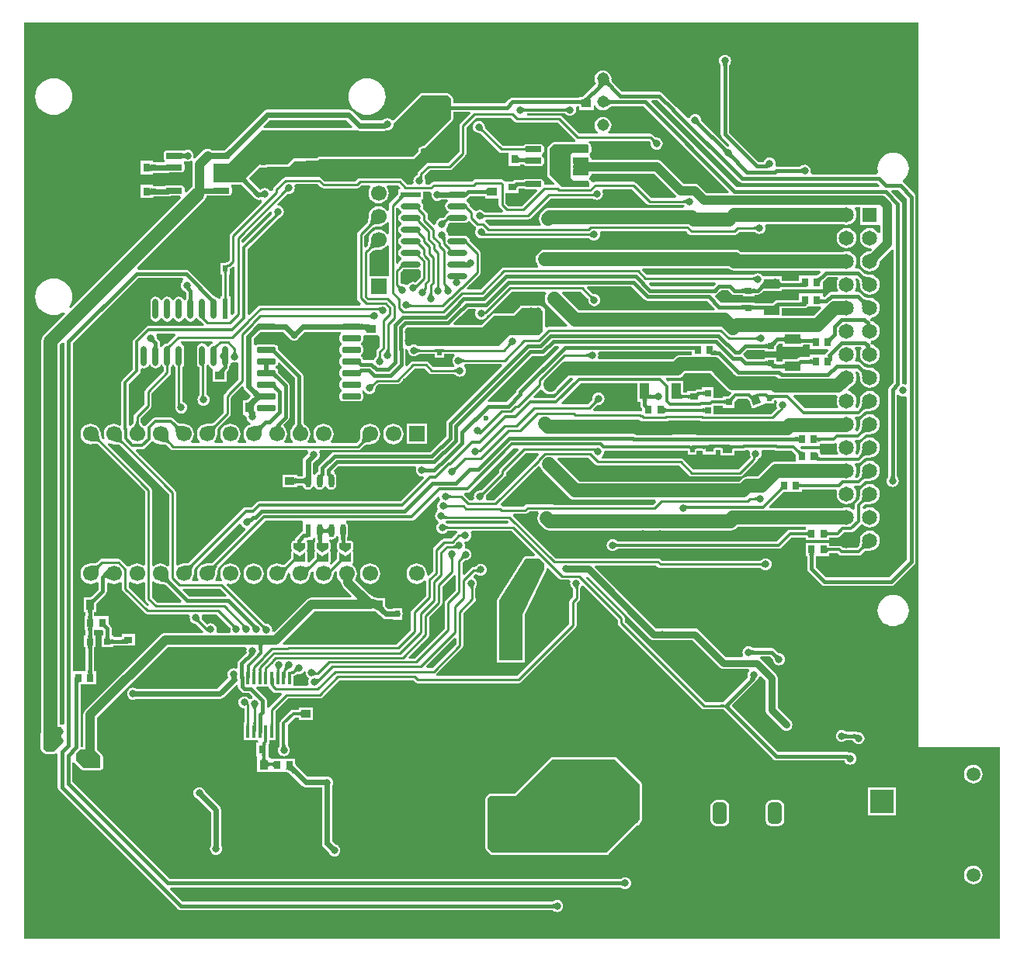
<source format=gtl>
G04*
G04 #@! TF.GenerationSoftware,Altium Limited,Altium Designer,20.0.12 (288)*
G04*
G04 Layer_Physical_Order=1*
G04 Layer_Color=255*
%FSLAX25Y25*%
%MOIN*%
G70*
G01*
G75*
%ADD11C,0.00984*%
%ADD14C,0.02362*%
G04:AMPARAMS|DCode=29|XSize=86.79mil|YSize=23.94mil|CornerRadius=11.97mil|HoleSize=0mil|Usage=FLASHONLY|Rotation=270.000|XOffset=0mil|YOffset=0mil|HoleType=Round|Shape=RoundedRectangle|*
%AMROUNDEDRECTD29*
21,1,0.08679,0.00000,0,0,270.0*
21,1,0.06285,0.02394,0,0,270.0*
1,1,0.02394,0.00000,-0.03143*
1,1,0.02394,0.00000,0.03143*
1,1,0.02394,0.00000,0.03143*
1,1,0.02394,0.00000,-0.03143*
%
%ADD29ROUNDEDRECTD29*%
%ADD30R,0.02394X0.08679*%
G04:AMPARAMS|DCode=33|XSize=86.79mil|YSize=23.94mil|CornerRadius=11.97mil|HoleSize=0mil|Usage=FLASHONLY|Rotation=0.000|XOffset=0mil|YOffset=0mil|HoleType=Round|Shape=RoundedRectangle|*
%AMROUNDEDRECTD33*
21,1,0.08679,0.00000,0,0,0.0*
21,1,0.06285,0.02394,0,0,0.0*
1,1,0.02394,0.03143,0.00000*
1,1,0.02394,-0.03143,0.00000*
1,1,0.02394,-0.03143,0.00000*
1,1,0.02394,0.03143,0.00000*
%
%ADD33ROUNDEDRECTD33*%
%ADD34R,0.08679X0.02394*%
%ADD39R,0.10654X0.03757*%
%ADD51R,0.04921X0.04921*%
%ADD52C,0.04921*%
%ADD53R,0.03000X0.03000*%
%ADD54R,0.01968X0.02756*%
%ADD55R,0.04370X0.06811*%
%ADD56R,0.08268X0.08858*%
%ADD57R,0.03000X0.03000*%
%ADD58O,0.01968X0.01575*%
%ADD59R,0.03740X0.03150*%
%ADD60R,0.03150X0.03740*%
%ADD61R,0.06772X0.04134*%
%ADD62R,0.01400X0.05800*%
G04:AMPARAMS|DCode=63|XSize=80.71mil|YSize=23.62mil|CornerRadius=2.95mil|HoleSize=0mil|Usage=FLASHONLY|Rotation=0.000|XOffset=0mil|YOffset=0mil|HoleType=Round|Shape=RoundedRectangle|*
%AMROUNDEDRECTD63*
21,1,0.08071,0.01772,0,0,0.0*
21,1,0.07480,0.02362,0,0,0.0*
1,1,0.00591,0.03740,-0.00886*
1,1,0.00591,-0.03740,-0.00886*
1,1,0.00591,-0.03740,0.00886*
1,1,0.00591,0.03740,0.00886*
%
%ADD63ROUNDEDRECTD63*%
%ADD64R,0.02362X0.05709*%
%ADD65O,0.02362X0.05709*%
G04:AMPARAMS|DCode=66|XSize=69.29mil|YSize=23.62mil|CornerRadius=2.95mil|HoleSize=0mil|Usage=FLASHONLY|Rotation=0.000|XOffset=0mil|YOffset=0mil|HoleType=Round|Shape=RoundedRectangle|*
%AMROUNDEDRECTD66*
21,1,0.06929,0.01772,0,0,0.0*
21,1,0.06339,0.02362,0,0,0.0*
1,1,0.00591,0.03169,-0.00886*
1,1,0.00591,-0.03169,-0.00886*
1,1,0.00591,-0.03169,0.00886*
1,1,0.00591,0.03169,0.00886*
%
%ADD66ROUNDEDRECTD66*%
%ADD67R,0.04134X0.03543*%
%ADD68R,0.03543X0.04134*%
G04:AMPARAMS|DCode=69|XSize=41.34mil|YSize=35.43mil|CornerRadius=0mil|HoleSize=0mil|Usage=FLASHONLY|Rotation=110.000|XOffset=0mil|YOffset=0mil|HoleType=Round|Shape=Rectangle|*
%AMROTATEDRECTD69*
4,1,4,0.02372,-0.01336,-0.00958,-0.02548,-0.02372,0.01336,0.00958,0.02548,0.02372,-0.01336,0.0*
%
%ADD69ROTATEDRECTD69*%

%ADD70R,0.07874X0.22441*%
%ADD71C,0.01575*%
%ADD72C,0.01500*%
%ADD73C,0.03937*%
%ADD74C,0.01181*%
%ADD75C,0.05906*%
%ADD76C,0.01378*%
%ADD77C,0.03150*%
%ADD78C,0.01968*%
%ADD79C,0.06496*%
%ADD80R,0.06496X0.06496*%
%ADD81R,0.10039X0.10039*%
%ADD82C,0.10039*%
%ADD83C,0.05937*%
G04:AMPARAMS|DCode=84|XSize=90.55mil|YSize=59.06mil|CornerRadius=14.76mil|HoleSize=0mil|Usage=FLASHONLY|Rotation=90.000|XOffset=0mil|YOffset=0mil|HoleType=Round|Shape=RoundedRectangle|*
%AMROUNDEDRECTD84*
21,1,0.09055,0.02953,0,0,90.0*
21,1,0.06102,0.05906,0,0,90.0*
1,1,0.02953,0.01476,0.03051*
1,1,0.02953,0.01476,-0.03051*
1,1,0.02953,-0.01476,-0.03051*
1,1,0.02953,-0.01476,0.03051*
%
%ADD84ROUNDEDRECTD84*%
%ADD85C,0.05150*%
%ADD86R,0.06693X0.06693*%
%ADD87C,0.06693*%
%ADD88C,0.03150*%
%ADD89C,0.02362*%
%ADD90C,0.03937*%
G36*
X383858Y82579D02*
X418898D01*
Y0D01*
X0D01*
Y393701D01*
X383858D01*
Y82579D01*
D02*
G37*
%LPC*%
G36*
X147098Y369912D02*
X145552Y369760D01*
X144064Y369309D01*
X142694Y368576D01*
X141492Y367590D01*
X140507Y366389D01*
X139774Y365018D01*
X139323Y363531D01*
X139171Y361984D01*
X139323Y360438D01*
X139774Y358950D01*
X140507Y357580D01*
X141492Y356378D01*
X142694Y355392D01*
X144064Y354660D01*
X145552Y354209D01*
X147098Y354056D01*
X148645Y354209D01*
X150132Y354660D01*
X151503Y355392D01*
X152704Y356378D01*
X153690Y357580D01*
X154423Y358950D01*
X154874Y360438D01*
X155026Y361984D01*
X154874Y363531D01*
X154423Y365018D01*
X153690Y366389D01*
X152704Y367590D01*
X151503Y368576D01*
X150132Y369309D01*
X148645Y369760D01*
X147098Y369912D01*
D02*
G37*
G36*
X12598D02*
X11052Y369760D01*
X9565Y369309D01*
X8194Y368576D01*
X6993Y367590D01*
X6007Y366389D01*
X5274Y365018D01*
X4823Y363531D01*
X4671Y361984D01*
X4823Y360438D01*
X5274Y358950D01*
X6007Y357580D01*
X6993Y356378D01*
X8194Y355392D01*
X9565Y354660D01*
X11052Y354209D01*
X12598Y354056D01*
X14145Y354209D01*
X15632Y354660D01*
X17003Y355392D01*
X18204Y356378D01*
X19190Y357580D01*
X19923Y358950D01*
X20374Y360438D01*
X20526Y361984D01*
X20374Y363531D01*
X19923Y365018D01*
X19190Y366389D01*
X18204Y367590D01*
X17003Y368576D01*
X15632Y369309D01*
X14145Y369760D01*
X12598Y369912D01*
D02*
G37*
G36*
X300787Y379959D02*
X300115Y379871D01*
X299489Y379611D01*
X298951Y379199D01*
X298538Y378661D01*
X298279Y378034D01*
X298190Y377362D01*
X298279Y376690D01*
X298538Y376064D01*
X298917Y375570D01*
X298922Y375561D01*
X298925Y375558D01*
X298936Y375523D01*
X298949Y375467D01*
X298959Y375404D01*
X298965Y375329D01*
Y345768D01*
X298965Y345768D01*
X299104Y345070D01*
X299499Y344479D01*
X302674Y341304D01*
X302684Y340848D01*
X302611Y340593D01*
X302446Y340419D01*
X301989Y340464D01*
X290690Y351763D01*
X290665Y351795D01*
X290622Y351855D01*
X290595Y351901D01*
X290583Y351923D01*
X290589Y351969D01*
X290501Y352641D01*
X290241Y353267D01*
X289828Y353805D01*
X289291Y354218D01*
X288664Y354477D01*
X287992Y354566D01*
X287320Y354477D01*
X286694Y354218D01*
X286156Y353805D01*
X285743Y353267D01*
X285603Y352930D01*
X284756Y352664D01*
X279943Y357477D01*
X279832Y357643D01*
X279832Y357643D01*
X273926Y363548D01*
X273335Y363944D01*
X272638Y364082D01*
X272638Y364082D01*
X256605D01*
X252396Y368291D01*
X252350Y368351D01*
X252276Y368469D01*
X252211Y368596D01*
X252155Y368734D01*
X252107Y368886D01*
X252069Y369052D01*
X252041Y369234D01*
X252024Y369434D01*
X252021Y369608D01*
X252031Y369685D01*
X251908Y370618D01*
X251548Y371488D01*
X250975Y372235D01*
X250228Y372808D01*
X249358Y373168D01*
X248425Y373291D01*
X247492Y373168D01*
X246622Y372808D01*
X245876Y372235D01*
X245303Y371488D01*
X244942Y370618D01*
X244819Y369685D01*
X244942Y368752D01*
X245303Y367882D01*
X245330Y367846D01*
X245352Y367803D01*
X245381Y367722D01*
X245394Y367661D01*
X245397Y367615D01*
X245394Y367575D01*
X245383Y367530D01*
X245360Y367472D01*
X245317Y367396D01*
X245278Y367343D01*
X240312Y362377D01*
X240239Y362314D01*
X240071Y362182D01*
X239915Y362074D01*
X239772Y361990D01*
X239644Y361926D01*
X239531Y361882D01*
X239435Y361855D01*
X239353Y361840D01*
X239223Y361833D01*
X239201Y361827D01*
X238272D01*
Y361496D01*
X238121Y361484D01*
X209446D01*
X208749Y361345D01*
X208158Y360950D01*
X208158Y360950D01*
X206313Y359106D01*
X184090D01*
Y361024D01*
X184013Y361414D01*
X183792Y361745D01*
X182217Y363319D01*
X181886Y363540D01*
X181496Y363618D01*
X170669D01*
X170279Y363540D01*
X169948Y363319D01*
X158548Y351920D01*
X157763Y351971D01*
X157758Y351977D01*
X157221Y352389D01*
X156594Y352649D01*
X155922Y352737D01*
X155250Y352649D01*
X154624Y352389D01*
X154388Y352209D01*
X154260Y352183D01*
X153610Y351749D01*
X144703D01*
X140746Y355706D01*
X140024Y356188D01*
X139173Y356358D01*
X139173Y356358D01*
X104350D01*
X104350Y356358D01*
X103499Y356188D01*
X102778Y355706D01*
X102778Y355706D01*
X86734Y339662D01*
X86489Y339446D01*
X86136Y339166D01*
X85826Y338952D01*
X85660Y338858D01*
X82667D01*
X81338Y338890D01*
X80721Y338938D01*
X80612Y338954D01*
X80257Y339227D01*
X79535Y339526D01*
X78760Y339628D01*
X77985Y339526D01*
X77263Y339227D01*
X76643Y338751D01*
X73161Y335269D01*
X72493Y335715D01*
X72587Y335942D01*
X72676Y336614D01*
X72587Y337286D01*
X72328Y337913D01*
X71915Y338451D01*
X71377Y338863D01*
X70751Y339123D01*
X70079Y339211D01*
X69407Y339123D01*
X68780Y338863D01*
X68352Y338535D01*
X68342Y338537D01*
X68252Y338565D01*
X68182Y338592D01*
X68132Y338616D01*
X68055Y338661D01*
X68031Y338670D01*
X67927Y338740D01*
X67722Y338781D01*
X67681Y338795D01*
X67655Y338794D01*
X67421Y338840D01*
X61083D01*
X60577Y338740D01*
X60149Y338454D01*
X59863Y338025D01*
X59762Y337520D01*
Y335748D01*
X59863Y335243D01*
X60149Y334814D01*
X60053Y333932D01*
X59834Y333720D01*
X55774D01*
X55699Y333722D01*
X55406Y333750D01*
X55167Y333787D01*
X55134Y333795D01*
Y334366D01*
X54160D01*
X54122Y334374D01*
X54084Y334366D01*
X49984D01*
Y328626D01*
X54084D01*
X54122Y328618D01*
X54160Y328626D01*
X55134D01*
Y329197D01*
X55167Y329205D01*
X55394Y329240D01*
X55843Y329272D01*
X61831D01*
X61831Y329272D01*
X62524Y329410D01*
X64252D01*
X64339Y329427D01*
X67421D01*
X67927Y329528D01*
X68355Y329814D01*
X68641Y330243D01*
X68742Y330748D01*
Y332520D01*
X68641Y333025D01*
X68402Y333384D01*
X68367Y333524D01*
X68494Y334308D01*
X68709Y334413D01*
X68718Y334413D01*
X68780Y334365D01*
X69407Y334106D01*
X70079Y334017D01*
X70751Y334106D01*
X71377Y334365D01*
X71701Y334614D01*
X72348Y334118D01*
X72187Y333728D01*
X72085Y332953D01*
Y323227D01*
X71374Y322681D01*
X69529Y320837D01*
X68742Y321163D01*
Y322520D01*
X68641Y323025D01*
X68355Y323453D01*
X67927Y323740D01*
X67421Y323840D01*
X64339D01*
X64252Y323858D01*
X61968D01*
X61881Y323840D01*
X61083D01*
X60577Y323740D01*
X60194Y323484D01*
X55774D01*
X55699Y323486D01*
X55406Y323514D01*
X55167Y323551D01*
X55134Y323559D01*
Y324130D01*
X54160D01*
X54122Y324137D01*
X54084Y324130D01*
X49984D01*
Y318390D01*
X54084D01*
X54122Y318382D01*
X54160Y318390D01*
X55134D01*
Y318961D01*
X55167Y318969D01*
X55394Y319004D01*
X55843Y319036D01*
X61594D01*
X61594Y319036D01*
X62445Y319205D01*
X62752Y319410D01*
X64252D01*
X64339Y319427D01*
X67006D01*
X67332Y318640D01*
X19810Y271118D01*
X19190Y271580D01*
X19923Y272950D01*
X20374Y274438D01*
X20526Y275984D01*
X20374Y277531D01*
X19923Y279018D01*
X19190Y280389D01*
X18204Y281590D01*
X17003Y282576D01*
X15632Y283309D01*
X14145Y283760D01*
X12598Y283912D01*
X11052Y283760D01*
X9565Y283309D01*
X8194Y282576D01*
X6993Y281590D01*
X6007Y280389D01*
X5274Y279018D01*
X4823Y277531D01*
X4671Y275984D01*
X4823Y274438D01*
X5274Y272950D01*
X6007Y271580D01*
X6993Y270378D01*
X8194Y269392D01*
X9565Y268660D01*
X11052Y268209D01*
X12598Y268056D01*
X14145Y268209D01*
X15632Y268660D01*
X17003Y269392D01*
X17465Y268772D01*
X8500Y259807D01*
X7866Y258982D01*
X7468Y258020D01*
X7332Y256988D01*
X7332Y256988D01*
Y89248D01*
X7322Y89241D01*
X7230Y89103D01*
X7129Y88972D01*
X7120Y88939D01*
X7101Y88910D01*
X7068Y88748D01*
X7025Y88588D01*
X7030Y88554D01*
X7023Y88520D01*
X7023Y81914D01*
X7101Y81524D01*
X7322Y81193D01*
X8590Y79925D01*
X8920Y79704D01*
X9311Y79626D01*
X12767Y79626D01*
X13157Y79704D01*
X13488Y79925D01*
X13516Y79953D01*
X14304Y79627D01*
Y65306D01*
X14304Y65306D01*
X14442Y64608D01*
X14837Y64017D01*
X65970Y12885D01*
X65970Y12885D01*
X66561Y12489D01*
X67259Y12351D01*
X226731D01*
X226769Y12347D01*
X226845Y12334D01*
X226901Y12321D01*
X226936Y12311D01*
X226939Y12308D01*
X226948Y12303D01*
X227442Y11924D01*
X228068Y11665D01*
X228740Y11576D01*
X229412Y11665D01*
X230039Y11924D01*
X230576Y12337D01*
X230989Y12875D01*
X231249Y13501D01*
X231337Y14173D01*
X231249Y14845D01*
X230989Y15472D01*
X230576Y16010D01*
X230039Y16422D01*
X229412Y16682D01*
X228740Y16770D01*
X228068Y16682D01*
X227442Y16422D01*
X226948Y16044D01*
X226939Y16038D01*
X226936Y16036D01*
X226901Y16025D01*
X226845Y16012D01*
X226782Y16002D01*
X226707Y15996D01*
X68014D01*
X62543Y21466D01*
X62845Y22193D01*
X255865D01*
X255903Y22189D01*
X255979Y22177D01*
X256035Y22164D01*
X256070Y22153D01*
X256072Y22151D01*
X256082Y22145D01*
X256575Y21767D01*
X257202Y21507D01*
X257874Y21419D01*
X258546Y21507D01*
X259173Y21767D01*
X259710Y22179D01*
X260123Y22717D01*
X260383Y23344D01*
X260471Y24016D01*
X260383Y24688D01*
X260123Y25314D01*
X259710Y25852D01*
X259173Y26265D01*
X258546Y26524D01*
X257874Y26613D01*
X257202Y26524D01*
X256575Y26265D01*
X256082Y25886D01*
X256072Y25881D01*
X256070Y25878D01*
X256035Y25868D01*
X255979Y25855D01*
X255915Y25844D01*
X255841Y25838D01*
X62369D01*
X20523Y67684D01*
Y75835D01*
X21311Y76074D01*
X21326Y76051D01*
X24476Y72901D01*
X24807Y72680D01*
X25197Y72602D01*
X32677Y72602D01*
X33067Y72680D01*
X33398Y72901D01*
X33619Y73232D01*
X33697Y73622D01*
Y78347D01*
X33664Y78509D01*
X33643Y78673D01*
X33626Y78703D01*
X33619Y78737D01*
X33527Y78874D01*
X33444Y79018D01*
X31341Y81422D01*
Y95118D01*
X61695Y125473D01*
X94940D01*
X95466Y124685D01*
X95429Y124595D01*
X95341Y123923D01*
X95429Y123251D01*
X95506Y123065D01*
X92058Y119617D01*
X91663Y119026D01*
X91524Y118328D01*
X91524Y118328D01*
Y116678D01*
X90737Y116198D01*
X90519Y116288D01*
X89846Y116376D01*
X89174Y116288D01*
X88548Y116029D01*
X88010Y115616D01*
X87597Y115078D01*
X87338Y114452D01*
X87249Y113779D01*
X87338Y113107D01*
X87597Y112481D01*
X87677Y112377D01*
X82937Y107637D01*
X47985D01*
X47952Y107662D01*
X47326Y107922D01*
X46654Y108010D01*
X45981Y107922D01*
X45355Y107662D01*
X44817Y107250D01*
X44405Y106712D01*
X44145Y106086D01*
X44056Y105413D01*
X44145Y104741D01*
X44405Y104115D01*
X44817Y103577D01*
X45355Y103164D01*
X45981Y102905D01*
X46654Y102816D01*
X47326Y102905D01*
X47952Y103164D01*
X47985Y103190D01*
X83858D01*
X83858Y103190D01*
X84709Y103359D01*
X85431Y103841D01*
X90884Y109294D01*
X91611Y108993D01*
Y108647D01*
X91611Y108647D01*
X91750Y107950D01*
X92145Y107358D01*
X93192Y106311D01*
X93192Y106311D01*
X93783Y105916D01*
X94481Y105778D01*
X94481Y105778D01*
X96370D01*
X97939Y104208D01*
X97754Y103279D01*
X97674Y103246D01*
X97490Y103105D01*
X96831Y103037D01*
X96480Y103272D01*
X96260Y103559D01*
X95722Y103971D01*
X95096Y104231D01*
X94424Y104319D01*
X93751Y104231D01*
X93125Y103971D01*
X92587Y103559D01*
X92175Y103021D01*
X91915Y102394D01*
X91827Y101722D01*
X91915Y101050D01*
X92175Y100424D01*
X92587Y99886D01*
X93125Y99473D01*
X93751Y99214D01*
X94385Y99130D01*
Y93187D01*
X94221D01*
Y92295D01*
X94220Y92291D01*
X94221Y92280D01*
Y92214D01*
X94214Y92175D01*
X94221Y92137D01*
Y85387D01*
X100194D01*
X100659Y84600D01*
X100530Y84366D01*
X99590D01*
Y78626D01*
X99908D01*
X99984Y77870D01*
X99984D01*
Y71736D01*
X105340D01*
X105527Y71736D01*
X105527Y71736D01*
X106087Y71835D01*
Y71835D01*
X112136D01*
X112159Y71829D01*
X112396Y71815D01*
X112586Y71783D01*
X112791Y71727D01*
X113011Y71643D01*
X113246Y71529D01*
X113496Y71383D01*
X113748Y71211D01*
X114223Y70821D01*
X119168Y65876D01*
X119168Y65876D01*
X119890Y65394D01*
X120741Y65225D01*
X120741Y65225D01*
X127798D01*
Y41140D01*
X127798Y41139D01*
X127968Y40288D01*
X128449Y39567D01*
X130557Y37459D01*
X130562Y37418D01*
X130822Y36792D01*
X131235Y36254D01*
X131772Y35842D01*
X132399Y35582D01*
X133071Y35493D01*
X133743Y35582D01*
X134369Y35842D01*
X134907Y36254D01*
X135320Y36792D01*
X135579Y37418D01*
X135668Y38091D01*
X135579Y38763D01*
X135320Y39389D01*
X134907Y39927D01*
X134369Y40340D01*
X133743Y40599D01*
X133702Y40604D01*
X132246Y42061D01*
Y65966D01*
X132271Y65999D01*
X132530Y66626D01*
X132619Y67298D01*
X132530Y67970D01*
X132271Y68596D01*
X131858Y69134D01*
X131321Y69547D01*
X130694Y69806D01*
X130022Y69895D01*
X129350Y69806D01*
X129026Y69672D01*
X121662D01*
X117326Y74008D01*
X116926Y74439D01*
X116640Y74797D01*
X116419Y75115D01*
X116354Y75229D01*
Y76178D01*
X116361Y76221D01*
X116354Y76251D01*
Y77575D01*
X106195D01*
X105527Y77870D01*
D01*
X104801Y78018D01*
X104740Y78626D01*
X104740D01*
Y79596D01*
X104748Y79633D01*
X104740Y79672D01*
Y83322D01*
X104748Y83362D01*
X104740Y83398D01*
Y83595D01*
X104839Y83693D01*
X105212Y84252D01*
X105343Y84911D01*
Y85387D01*
X107921D01*
Y92137D01*
X107929Y92175D01*
X107921Y92214D01*
Y93187D01*
X107743D01*
Y98012D01*
X113130Y103400D01*
X126870D01*
X127452Y103516D01*
X127946Y103846D01*
X135276Y111176D01*
X167042D01*
X167793Y110424D01*
X168286Y110094D01*
X168869Y109979D01*
X212141D01*
X212723Y110094D01*
X213216Y110424D01*
X236607Y133815D01*
X236937Y134308D01*
X237053Y134891D01*
Y144350D01*
X238105Y145402D01*
X238435Y145896D01*
X238551Y146478D01*
Y150632D01*
X238551Y150636D01*
X238563Y150696D01*
X238581Y150759D01*
X238606Y150826D01*
X238638Y150898D01*
X238680Y150975D01*
X238731Y151057D01*
X238792Y151143D01*
X238881Y151255D01*
X238927Y151345D01*
X239125Y151603D01*
X239161Y151689D01*
X240090Y151874D01*
X254764Y137200D01*
Y135804D01*
X254880Y135222D01*
X255209Y134728D01*
X290718Y99220D01*
X290718Y99220D01*
X291212Y98890D01*
X291794Y98774D01*
X291794Y98774D01*
X299827D01*
X299877Y98773D01*
X300035Y98766D01*
X321546Y77255D01*
X321546Y77255D01*
X322137Y76860D01*
X322835Y76721D01*
X322835Y76721D01*
X352088D01*
X352278Y76261D01*
X352691Y75723D01*
X353229Y75310D01*
X353855Y75050D01*
X354528Y74962D01*
X355200Y75050D01*
X355826Y75310D01*
X356364Y75723D01*
X356777Y76261D01*
X357036Y76887D01*
X357125Y77559D01*
X357036Y78231D01*
X356777Y78858D01*
X356364Y79395D01*
X355826Y79808D01*
X355200Y80068D01*
X354528Y80156D01*
X354021Y80089D01*
X353815Y80227D01*
X353117Y80366D01*
X353117Y80366D01*
X323589D01*
X303894Y100061D01*
X303832Y100150D01*
X303793Y100227D01*
X303780Y100272D01*
X303778Y100295D01*
X303780Y100319D01*
X303793Y100363D01*
X303832Y100440D01*
X303894Y100530D01*
X314022Y110657D01*
X314022Y110657D01*
X314417Y111248D01*
X314418Y111254D01*
X314511Y111363D01*
X314871Y111639D01*
X315284Y112177D01*
X315496Y112690D01*
X315893Y112864D01*
X316356Y112944D01*
X318171Y111129D01*
Y98524D01*
X318259Y97851D01*
X318519Y97225D01*
X318931Y96687D01*
X325167Y90452D01*
X325329Y90240D01*
X325867Y89828D01*
X326493Y89568D01*
X327165Y89480D01*
X327837Y89568D01*
X328464Y89828D01*
X329002Y90240D01*
X329414Y90778D01*
X329674Y91405D01*
X329762Y92077D01*
Y92126D01*
X329674Y92798D01*
X329414Y93424D01*
X329002Y93962D01*
X323365Y99599D01*
Y112205D01*
X323276Y112877D01*
X323017Y113503D01*
X322604Y114041D01*
X316206Y120439D01*
X315972Y120618D01*
X316239Y121406D01*
X320243D01*
X321298Y120351D01*
X321322Y120321D01*
X321367Y120258D01*
X321398Y120210D01*
X321415Y120178D01*
X321415Y120174D01*
X321418Y120163D01*
X321499Y119547D01*
X321758Y118920D01*
X322171Y118383D01*
X322709Y117970D01*
X323335Y117710D01*
X324007Y117622D01*
X324679Y117710D01*
X325306Y117970D01*
X325844Y118383D01*
X326256Y118920D01*
X326516Y119547D01*
X326604Y120219D01*
X326516Y120891D01*
X326256Y121517D01*
X325844Y122055D01*
X325306Y122468D01*
X324679Y122727D01*
X324063Y122809D01*
X324052Y122811D01*
X324048Y122812D01*
X324016Y122828D01*
X323968Y122859D01*
X323915Y122897D01*
X323859Y122945D01*
X322287Y124517D01*
X321695Y124912D01*
X320998Y125051D01*
X320998Y125051D01*
X312935D01*
X312896Y125055D01*
X312820Y125067D01*
X312764Y125080D01*
X312730Y125091D01*
X312727Y125093D01*
X312717Y125099D01*
X312224Y125477D01*
X311597Y125737D01*
X310925Y125825D01*
X310253Y125737D01*
X309627Y125477D01*
X309089Y125065D01*
X308676Y124527D01*
X308417Y123900D01*
X308328Y123228D01*
X308417Y122556D01*
X308676Y121930D01*
X308244Y121199D01*
X301273D01*
X289683Y132789D01*
X289145Y133202D01*
X288519Y133461D01*
X287847Y133549D01*
X271304D01*
X245000Y159853D01*
X245302Y160581D01*
X271350D01*
X271972Y159960D01*
X272465Y159630D01*
X273047Y159514D01*
X315892D01*
X315895Y159514D01*
X315945Y159503D01*
X315996Y159487D01*
X316049Y159465D01*
X316105Y159435D01*
X316166Y159398D01*
X316232Y159350D01*
X316303Y159290D01*
X316382Y159214D01*
X316394Y159199D01*
X316932Y158786D01*
X317558Y158527D01*
X318230Y158438D01*
X318902Y158527D01*
X319529Y158786D01*
X320066Y159199D01*
X320479Y159737D01*
X320739Y160363D01*
X320827Y161035D01*
X320739Y161707D01*
X320479Y162334D01*
X320066Y162872D01*
X319529Y163284D01*
X318902Y163544D01*
X318230Y163632D01*
X317558Y163544D01*
X316932Y163284D01*
X316394Y162872D01*
X316382Y162857D01*
X316303Y162780D01*
X316232Y162721D01*
X316166Y162673D01*
X316105Y162635D01*
X316049Y162606D01*
X315996Y162584D01*
X315945Y162568D01*
X315895Y162557D01*
X315892Y162557D01*
X273677D01*
X273056Y163178D01*
X272563Y163508D01*
X271980Y163624D01*
X228014D01*
X209753Y181884D01*
X210079Y182672D01*
X215009D01*
X215591Y182788D01*
X216085Y183117D01*
X216716Y183748D01*
X220509D01*
X220897Y182961D01*
X220787Y182818D01*
X220389Y181857D01*
X220253Y180825D01*
X220389Y179793D01*
X220787Y178831D01*
X221421Y178006D01*
X222621Y176805D01*
X222621Y176805D01*
X223447Y176172D01*
X224408Y175774D01*
X225440Y175638D01*
X225440Y175638D01*
X303144D01*
X303144Y175638D01*
X304176Y175774D01*
X305137Y176172D01*
X305963Y176805D01*
X306273Y177115D01*
X334644D01*
X335417Y177083D01*
Y175834D01*
X328740D01*
X328120Y175711D01*
X327593Y175359D01*
X323147Y170913D01*
X254816D01*
X254754Y170924D01*
X254697Y170939D01*
X254645Y170957D01*
X254598Y170978D01*
X254555Y171003D01*
X254511Y171032D01*
X254468Y171066D01*
X254418Y171114D01*
X254407Y171128D01*
X253869Y171540D01*
X253243Y171800D01*
X252571Y171888D01*
X251899Y171800D01*
X251272Y171540D01*
X250734Y171128D01*
X250322Y170590D01*
X250062Y169964D01*
X249974Y169291D01*
X250062Y168619D01*
X250322Y167993D01*
X250734Y167455D01*
X251272Y167042D01*
X251899Y166783D01*
X252571Y166694D01*
X253243Y166783D01*
X253869Y167042D01*
X254407Y167455D01*
X254418Y167469D01*
X254468Y167516D01*
X254511Y167551D01*
X254555Y167580D01*
X254598Y167604D01*
X254645Y167625D01*
X254697Y167643D01*
X254754Y167658D01*
X254816Y167670D01*
X323819D01*
X324440Y167793D01*
X324966Y168145D01*
X329412Y172591D01*
X335417D01*
Y171343D01*
X345685D01*
Y172591D01*
X349142D01*
X349762Y172714D01*
X350288Y173066D01*
X351982Y174760D01*
X354996D01*
X355617Y174884D01*
X356143Y175235D01*
X359026Y178118D01*
X359872Y178184D01*
X360062Y178115D01*
X360850Y177510D01*
X361883Y177082D01*
X362992Y176936D01*
X364101Y177082D01*
X365135Y177510D01*
X366022Y178191D01*
X366703Y179078D01*
X367131Y180112D01*
X367277Y181220D01*
X367131Y182329D01*
X366703Y183363D01*
X366022Y184250D01*
X365135Y184931D01*
X364101Y185359D01*
X362992Y185505D01*
X361883Y185359D01*
X360850Y184931D01*
X360665Y184789D01*
X359958Y185118D01*
X359886Y185821D01*
X360581Y186516D01*
X360681Y186582D01*
X360826Y186656D01*
X361011Y186728D01*
X361236Y186794D01*
X361502Y186852D01*
X361796Y186896D01*
X362544Y186950D01*
X362867Y186952D01*
X362992Y186936D01*
X364101Y187082D01*
X365135Y187510D01*
X366022Y188191D01*
X366703Y189078D01*
X367131Y190111D01*
X367277Y191220D01*
X367131Y192329D01*
X366703Y193363D01*
X366022Y194250D01*
X365135Y194931D01*
X364101Y195359D01*
X362992Y195505D01*
X361883Y195359D01*
X360850Y194931D01*
X359962Y194250D01*
X359281Y193363D01*
X358853Y192329D01*
X358707Y191220D01*
X358722Y191109D01*
X358701Y190370D01*
X358669Y190036D01*
X358623Y189731D01*
X358566Y189465D01*
X358499Y189239D01*
X358427Y189054D01*
X358354Y188909D01*
X358288Y188809D01*
X357007Y187529D01*
X356655Y187003D01*
X356532Y186382D01*
Y184822D01*
X355744Y184463D01*
X355135Y184931D01*
X354101Y185359D01*
X352992Y185505D01*
X351883Y185359D01*
X351232Y185089D01*
X320006D01*
X319705Y185817D01*
X325559Y191672D01*
X325755Y191853D01*
X325910Y191978D01*
X325958Y192012D01*
X333874D01*
Y193260D01*
X348530D01*
X348968Y192605D01*
X348853Y192329D01*
X348707Y191220D01*
X348853Y190111D01*
X349282Y189078D01*
X349962Y188191D01*
X350850Y187510D01*
X351883Y187082D01*
X352992Y186936D01*
X354101Y187082D01*
X355135Y187510D01*
X356022Y188191D01*
X356703Y189078D01*
X357131Y190111D01*
X357277Y191220D01*
X357131Y192329D01*
X356703Y193363D01*
X356235Y193973D01*
X356593Y194760D01*
X358154D01*
X358774Y194884D01*
X359300Y195235D01*
X360581Y196516D01*
X360681Y196582D01*
X360826Y196656D01*
X361011Y196728D01*
X361236Y196794D01*
X361502Y196852D01*
X361796Y196896D01*
X362544Y196950D01*
X362867Y196952D01*
X362992Y196936D01*
X364101Y197082D01*
X365135Y197510D01*
X366022Y198191D01*
X366703Y199078D01*
X367131Y200112D01*
X367277Y201220D01*
X367131Y202329D01*
X366703Y203363D01*
X366022Y204250D01*
X365135Y204931D01*
X364101Y205359D01*
X362992Y205505D01*
X361883Y205359D01*
X360850Y204931D01*
X359962Y204250D01*
X359281Y203363D01*
X358853Y202329D01*
X358707Y201220D01*
X358722Y201109D01*
X358701Y200370D01*
X358669Y200036D01*
X358623Y199731D01*
X358566Y199465D01*
X358499Y199239D01*
X358427Y199054D01*
X358354Y198909D01*
X358288Y198809D01*
X357593Y198114D01*
X356890Y198186D01*
X356561Y198893D01*
X356703Y199078D01*
X357131Y200112D01*
X357277Y201220D01*
X357131Y202329D01*
X356703Y203363D01*
X356387Y203774D01*
X356776Y204561D01*
X358055D01*
X358714Y204693D01*
X359273Y205066D01*
X360692Y206485D01*
X360797Y206557D01*
X360948Y206639D01*
X361131Y206716D01*
X361349Y206785D01*
X361601Y206846D01*
X361875Y206892D01*
X362576Y206949D01*
X362869Y206952D01*
X362992Y206936D01*
X364101Y207082D01*
X365135Y207510D01*
X366022Y208191D01*
X366703Y209078D01*
X367131Y210111D01*
X367277Y211221D01*
X367131Y212329D01*
X366703Y213363D01*
X366022Y214250D01*
X365135Y214931D01*
X364101Y215359D01*
X362992Y215505D01*
X361883Y215359D01*
X360850Y214931D01*
X359962Y214250D01*
X359281Y213363D01*
X358853Y212329D01*
X358707Y211221D01*
X358722Y211113D01*
X358699Y210426D01*
X358666Y210117D01*
X358617Y209829D01*
X358557Y209577D01*
X358487Y209360D01*
X358410Y209176D01*
X358329Y209026D01*
X358256Y208920D01*
X357585Y208249D01*
X357098Y208308D01*
X356721Y209043D01*
X356719Y209117D01*
X357131Y210111D01*
X357277Y211221D01*
X357131Y212329D01*
X356703Y213363D01*
X356484Y213648D01*
X356872Y214435D01*
X357929D01*
X358588Y214566D01*
X359147Y214940D01*
X360692Y216485D01*
X360797Y216557D01*
X360948Y216639D01*
X361131Y216716D01*
X361349Y216786D01*
X361601Y216846D01*
X361875Y216892D01*
X362576Y216949D01*
X362869Y216952D01*
X362992Y216936D01*
X364101Y217082D01*
X365135Y217510D01*
X366022Y218191D01*
X366703Y219078D01*
X367131Y220111D01*
X367277Y221220D01*
X367131Y222329D01*
X366703Y223363D01*
X366022Y224250D01*
X365135Y224931D01*
X364101Y225359D01*
X362992Y225505D01*
X361883Y225359D01*
X360850Y224931D01*
X359962Y224250D01*
X359281Y223363D01*
X358853Y222329D01*
X358707Y221220D01*
X358722Y221113D01*
X358699Y220426D01*
X358666Y220117D01*
X358617Y219830D01*
X358557Y219577D01*
X358487Y219359D01*
X358410Y219176D01*
X358329Y219025D01*
X358256Y218920D01*
X357487Y218150D01*
X357027Y218208D01*
X356674Y219041D01*
X356703Y219078D01*
X357131Y220111D01*
X357277Y221220D01*
X357131Y222329D01*
X356703Y223363D01*
X356387Y223774D01*
X356776Y224561D01*
X358055D01*
X358714Y224693D01*
X359273Y225066D01*
X360692Y226485D01*
X360797Y226557D01*
X360948Y226639D01*
X361131Y226716D01*
X361349Y226785D01*
X361601Y226846D01*
X361875Y226892D01*
X362576Y226949D01*
X362869Y226952D01*
X362992Y226936D01*
X364101Y227082D01*
X365135Y227510D01*
X366022Y228191D01*
X366703Y229078D01*
X367131Y230112D01*
X367277Y231221D01*
X367131Y232329D01*
X366703Y233363D01*
X366022Y234250D01*
X365135Y234931D01*
X364101Y235359D01*
X362992Y235505D01*
X361883Y235359D01*
X360850Y234931D01*
X359962Y234250D01*
X359281Y233363D01*
X358853Y232329D01*
X358707Y231221D01*
X358722Y231113D01*
X358699Y230426D01*
X358666Y230117D01*
X358617Y229830D01*
X358557Y229577D01*
X358487Y229360D01*
X358410Y229176D01*
X358329Y229026D01*
X358256Y228920D01*
X357585Y228249D01*
X357098Y228308D01*
X356721Y229043D01*
X356719Y229117D01*
X357131Y230112D01*
X357277Y231221D01*
X357131Y232329D01*
X356703Y233363D01*
X356022Y234250D01*
X355135Y234931D01*
X354101Y235359D01*
X353746Y235406D01*
X353464Y236237D01*
X354455Y237228D01*
X355135Y237510D01*
X356022Y238191D01*
X356703Y239078D01*
X357131Y240111D01*
X357277Y241220D01*
X357131Y242329D01*
X356767Y243208D01*
X356947Y243728D01*
X357165Y244054D01*
X357581Y244108D01*
X358239Y243451D01*
X358314Y243343D01*
X358401Y243189D01*
X358481Y243006D01*
X358552Y242794D01*
X358614Y242550D01*
X358661Y242288D01*
X358720Y241616D01*
X358723Y241342D01*
X358707Y241220D01*
X358853Y240111D01*
X359281Y239078D01*
X359962Y238191D01*
X360850Y237510D01*
X361883Y237082D01*
X362992Y236936D01*
X364101Y237082D01*
X365135Y237510D01*
X366022Y238191D01*
X366703Y239078D01*
X367131Y240111D01*
X367277Y241220D01*
X367131Y242329D01*
X366703Y243363D01*
X366022Y244250D01*
X365135Y244931D01*
X364101Y245359D01*
X362992Y245505D01*
X362870Y245489D01*
X362583Y245493D01*
X362245Y245513D01*
X361938Y245549D01*
X361663Y245599D01*
X361419Y245660D01*
X361206Y245732D01*
X361023Y245812D01*
X360869Y245898D01*
X360762Y245974D01*
X359256Y247480D01*
X358677Y247867D01*
X357994Y248003D01*
X356870D01*
X356482Y248790D01*
X356703Y249078D01*
X357131Y250112D01*
X357277Y251220D01*
X357131Y252329D01*
X356703Y253363D01*
X356485Y253647D01*
X356873Y254434D01*
X359111D01*
X359499Y253647D01*
X359281Y253363D01*
X358853Y252329D01*
X358707Y251220D01*
X358853Y250112D01*
X359281Y249078D01*
X359962Y248191D01*
X360850Y247510D01*
X361883Y247082D01*
X362992Y246936D01*
X364101Y247082D01*
X365135Y247510D01*
X366022Y248191D01*
X366703Y249078D01*
X367131Y250112D01*
X367277Y251220D01*
X367131Y252329D01*
X366703Y253363D01*
X366022Y254250D01*
X365135Y254931D01*
X364101Y255359D01*
X363742Y255406D01*
X363685Y255697D01*
X363355Y256189D01*
X363423Y256532D01*
X363663Y257024D01*
X364101Y257082D01*
X365135Y257510D01*
X366022Y258191D01*
X366703Y259078D01*
X367131Y260111D01*
X367277Y261221D01*
X367131Y262329D01*
X366703Y263363D01*
X366022Y264250D01*
X365135Y264931D01*
X364101Y265359D01*
X363661Y265417D01*
X363298Y265961D01*
X363102Y266156D01*
X363385Y266987D01*
X364101Y267082D01*
X365135Y267510D01*
X366022Y268191D01*
X366703Y269078D01*
X367131Y270111D01*
X367277Y271220D01*
X367131Y272329D01*
X366703Y273363D01*
X366022Y274250D01*
X365135Y274931D01*
X364101Y275359D01*
X362992Y275505D01*
X362870Y275489D01*
X362583Y275493D01*
X362245Y275513D01*
X361938Y275549D01*
X361663Y275599D01*
X361419Y275660D01*
X361206Y275732D01*
X361023Y275812D01*
X360869Y275898D01*
X360762Y275974D01*
X359252Y277484D01*
X358673Y277871D01*
X357990Y278007D01*
X356873D01*
X356485Y278794D01*
X356703Y279078D01*
X357131Y280112D01*
X357277Y281221D01*
X357131Y282329D01*
X356767Y283208D01*
X356947Y283728D01*
X357165Y284054D01*
X357581Y284108D01*
X358239Y283451D01*
X358314Y283343D01*
X358401Y283189D01*
X358481Y283007D01*
X358552Y282794D01*
X358614Y282550D01*
X358661Y282288D01*
X358720Y281616D01*
X358723Y281342D01*
X358707Y281221D01*
X358853Y280112D01*
X359281Y279078D01*
X359962Y278191D01*
X360850Y277510D01*
X361883Y277082D01*
X362992Y276936D01*
X364101Y277082D01*
X365135Y277510D01*
X366022Y278191D01*
X366703Y279078D01*
X367131Y280112D01*
X367277Y281221D01*
X367131Y282329D01*
X366703Y283363D01*
X366022Y284250D01*
X365135Y284931D01*
X364101Y285359D01*
X362992Y285505D01*
X362870Y285489D01*
X362583Y285493D01*
X362245Y285513D01*
X361938Y285549D01*
X361663Y285598D01*
X361419Y285660D01*
X361206Y285732D01*
X361023Y285812D01*
X360869Y285898D01*
X360762Y285974D01*
X359256Y287480D01*
X358677Y287867D01*
X357994Y288003D01*
X356870D01*
X356482Y288790D01*
X356703Y289078D01*
X357131Y290111D01*
X357277Y291220D01*
X357131Y292329D01*
X356703Y293363D01*
X356022Y294250D01*
X355135Y294931D01*
X354101Y295359D01*
X352992Y295505D01*
X351883Y295359D01*
X351517Y295207D01*
X307531D01*
X307028Y295593D01*
X306066Y295991D01*
X305035Y296127D01*
X223621D01*
X223621Y296127D01*
X222589Y295991D01*
X221627Y295593D01*
X220801Y294959D01*
X220705Y294862D01*
X220071Y294037D01*
X219673Y293075D01*
X219537Y292043D01*
X219673Y291011D01*
X220071Y290050D01*
X220638Y289311D01*
X220560Y288957D01*
X220324Y288523D01*
X205963D01*
X205963Y288523D01*
X205381Y288407D01*
X204888Y288078D01*
X195929Y279119D01*
X190213D01*
X189911Y279846D01*
X195580Y285515D01*
X195910Y286008D01*
X196025Y286591D01*
Y294528D01*
X195910Y295110D01*
X195580Y295604D01*
X191384Y299799D01*
X191317Y299875D01*
X191299Y299898D01*
X191311Y299961D01*
X191141Y300818D01*
X190655Y301544D01*
X189928Y302030D01*
X189071Y302201D01*
X182786D01*
X182717Y302187D01*
X182568Y302235D01*
X181903Y302828D01*
X181867Y303103D01*
X181607Y303729D01*
X181194Y304267D01*
X181073Y304360D01*
X181043Y305329D01*
X181069Y305349D01*
X181481Y305887D01*
X181741Y306513D01*
X181825Y307149D01*
X181854Y307218D01*
X181896Y307272D01*
X182228Y307600D01*
X182295Y307648D01*
X182529Y307772D01*
X182786Y307721D01*
X189071D01*
X189928Y307891D01*
X190655Y308377D01*
X191274Y308438D01*
X193500Y306212D01*
X193689Y306085D01*
X193722Y306047D01*
X193905Y305245D01*
X193885Y305101D01*
X193778Y304961D01*
X193519Y304335D01*
X193430Y303663D01*
X193519Y302991D01*
X193778Y302364D01*
X194191Y301827D01*
X194729Y301414D01*
X195355Y301154D01*
X196027Y301066D01*
X196371Y301111D01*
X196399Y301106D01*
X197889Y301151D01*
X242261D01*
X242263Y301151D01*
X242313Y301139D01*
X242364Y301123D01*
X242417Y301102D01*
X242474Y301072D01*
X242535Y301034D01*
X242600Y300987D01*
X242671Y300927D01*
X242751Y300851D01*
X242762Y300836D01*
X243300Y300423D01*
X243926Y300164D01*
X244599Y300075D01*
X245271Y300164D01*
X245897Y300423D01*
X246435Y300836D01*
X246848Y301374D01*
X247107Y302000D01*
X247196Y302672D01*
X247107Y303344D01*
X247037Y303514D01*
X247546Y304301D01*
X283942D01*
X285315Y302927D01*
X285315Y302927D01*
X285809Y302598D01*
X286391Y302482D01*
X286391Y302482D01*
X304692D01*
X305275Y302598D01*
X305768Y302927D01*
X306824Y303984D01*
X313249D01*
X313251Y303983D01*
X313301Y303972D01*
X313352Y303956D01*
X313405Y303935D01*
X313461Y303905D01*
X313523Y303867D01*
X313588Y303819D01*
X313659Y303760D01*
X313739Y303683D01*
X313750Y303669D01*
X314288Y303256D01*
X314914Y302997D01*
X315586Y302908D01*
X316259Y302997D01*
X316885Y303256D01*
X317423Y303669D01*
X317835Y304207D01*
X318095Y304833D01*
X318183Y305505D01*
X318095Y306177D01*
X317984Y306446D01*
X318434Y307234D01*
X351517D01*
X351883Y307082D01*
X352992Y306936D01*
X354101Y307082D01*
X355135Y307510D01*
X356022Y308191D01*
X356703Y309078D01*
X357131Y310111D01*
X357277Y311221D01*
X357131Y312329D01*
X356703Y313363D01*
X356415Y313738D01*
X356803Y314526D01*
X358744D01*
Y306972D01*
X367240D01*
X367478Y306284D01*
Y303548D01*
X366741Y303372D01*
X366691Y303378D01*
X366022Y304250D01*
X365135Y304931D01*
X364101Y305359D01*
X362992Y305505D01*
X361883Y305359D01*
X360850Y304931D01*
X359962Y304250D01*
X359281Y303363D01*
X358853Y302329D01*
X358707Y301220D01*
X358853Y300112D01*
X359281Y299078D01*
X359962Y298191D01*
X360850Y297510D01*
X361883Y297082D01*
X362992Y296936D01*
X363415Y296991D01*
X363783Y296246D01*
X363780Y296242D01*
X363405Y295896D01*
X363061Y295612D01*
X362946Y295529D01*
X362885Y295491D01*
X361883Y295359D01*
X360850Y294931D01*
X359962Y294250D01*
X359281Y293363D01*
X358853Y292329D01*
X358707Y291220D01*
X358853Y290111D01*
X359281Y289078D01*
X359962Y288191D01*
X360850Y287510D01*
X361883Y287082D01*
X362992Y286936D01*
X364101Y287082D01*
X365135Y287510D01*
X366022Y288191D01*
X366703Y289078D01*
X367131Y290111D01*
X367263Y291114D01*
X367301Y291174D01*
X367374Y291276D01*
X368045Y292039D01*
X372406Y296400D01*
X373095Y296172D01*
X373193Y296092D01*
Y239088D01*
X371546Y237441D01*
X371151Y236850D01*
X371012Y236153D01*
X371012Y236153D01*
Y198860D01*
X371008Y198821D01*
X370996Y198745D01*
X370983Y198689D01*
X370972Y198655D01*
X370970Y198652D01*
X370964Y198642D01*
X370586Y198149D01*
X370326Y197523D01*
X370238Y196850D01*
X370326Y196178D01*
X370586Y195552D01*
X370998Y195014D01*
X371536Y194601D01*
X372163Y194342D01*
X372835Y194253D01*
X373507Y194342D01*
X374133Y194601D01*
X374671Y195014D01*
X375084Y195552D01*
X375343Y196178D01*
X375432Y196850D01*
X375343Y197523D01*
X375084Y198149D01*
X374705Y198642D01*
X374699Y198652D01*
X374697Y198655D01*
X374686Y198689D01*
X374674Y198745D01*
X374663Y198809D01*
X374657Y198883D01*
Y233701D01*
X375363Y233966D01*
X375445Y233977D01*
X375965Y233578D01*
X376592Y233318D01*
X377264Y233230D01*
X377936Y233318D01*
X378205Y233430D01*
X378992Y232979D01*
Y163066D01*
X371292Y155366D01*
X344259D01*
X339814Y159810D01*
Y164233D01*
X339823Y164330D01*
X339843Y164453D01*
X345685D01*
Y165701D01*
X349263D01*
X349729Y165235D01*
X350255Y164884D01*
X350875Y164760D01*
X358154D01*
X358774Y164884D01*
X359300Y165235D01*
X360581Y166516D01*
X360681Y166582D01*
X360826Y166656D01*
X361011Y166728D01*
X361236Y166794D01*
X361502Y166851D01*
X361796Y166896D01*
X362544Y166949D01*
X362867Y166952D01*
X362992Y166936D01*
X364101Y167082D01*
X365135Y167510D01*
X366022Y168191D01*
X366703Y169078D01*
X367131Y170112D01*
X367277Y171221D01*
X367131Y172329D01*
X366703Y173363D01*
X366022Y174250D01*
X365135Y174931D01*
X364101Y175359D01*
X362992Y175505D01*
X361883Y175359D01*
X360850Y174931D01*
X359962Y174250D01*
X359281Y173363D01*
X358853Y172329D01*
X358707Y171221D01*
X358722Y171109D01*
X358701Y170370D01*
X358669Y170036D01*
X358623Y169731D01*
X358566Y169465D01*
X358499Y169239D01*
X358427Y169054D01*
X358354Y168909D01*
X358288Y168809D01*
X357482Y168004D01*
X351547D01*
X351081Y168470D01*
X350555Y168821D01*
X349934Y168945D01*
X345685D01*
Y170193D01*
X335417D01*
Y165579D01*
X335416Y165573D01*
X335417Y165553D01*
Y165503D01*
X335410Y165465D01*
X335417Y165427D01*
Y164453D01*
X336141D01*
X336161Y164330D01*
X336170Y164233D01*
Y159055D01*
X336170Y159055D01*
X336308Y158358D01*
X336703Y157766D01*
X342215Y152255D01*
X342807Y151860D01*
X343504Y151721D01*
X343504Y151721D01*
X372047D01*
X372047Y151721D01*
X372745Y151860D01*
X373336Y152255D01*
X382103Y161022D01*
X382498Y161613D01*
X382637Y162311D01*
X382637Y162311D01*
Y318988D01*
X382637Y318988D01*
X382498Y319686D01*
X382103Y320277D01*
X382103Y320277D01*
X377367Y325013D01*
X377300Y325058D01*
X377252Y326038D01*
X377759Y326454D01*
X378597Y327475D01*
X379220Y328641D01*
X379604Y329905D01*
X379733Y331221D01*
X379604Y332536D01*
X379220Y333800D01*
X378597Y334966D01*
X377759Y335987D01*
X376737Y336825D01*
X375572Y337449D01*
X374307Y337832D01*
X372992Y337962D01*
X371677Y337832D01*
X370412Y337449D01*
X369247Y336825D01*
X368225Y335987D01*
X367387Y334966D01*
X366764Y333800D01*
X366381Y332536D01*
X366251Y331221D01*
X366381Y329905D01*
X366539Y329381D01*
X365955Y328594D01*
X338041D01*
X337515Y329381D01*
X337548Y329462D01*
X337636Y330134D01*
X337548Y330806D01*
X337288Y331432D01*
X336876Y331970D01*
X336338Y332383D01*
X335712Y332642D01*
X335039Y332731D01*
X334367Y332642D01*
X333741Y332383D01*
X333247Y332004D01*
X333238Y331999D01*
X333235Y331996D01*
X333201Y331986D01*
X333145Y331973D01*
X333081Y331962D01*
X333007Y331956D01*
X323027D01*
X322691Y332258D01*
X322524Y332473D01*
X322430Y332697D01*
X322495Y333186D01*
X322406Y333858D01*
X322147Y334484D01*
X321734Y335022D01*
X321196Y335435D01*
X320570Y335694D01*
X319898Y335783D01*
X319225Y335694D01*
X318599Y335435D01*
X318061Y335022D01*
X317648Y334484D01*
X317410Y333909D01*
X315223D01*
X302610Y346523D01*
Y375353D01*
X302614Y375391D01*
X302626Y375467D01*
X302639Y375523D01*
X302650Y375558D01*
X302652Y375561D01*
X302658Y375570D01*
X303036Y376064D01*
X303296Y376690D01*
X303384Y377362D01*
X303296Y378034D01*
X303036Y378661D01*
X302624Y379199D01*
X302086Y379611D01*
X301460Y379871D01*
X300787Y379959D01*
D02*
G37*
G36*
X352992Y305505D02*
X351883Y305359D01*
X350850Y304931D01*
X349962Y304250D01*
X349282Y303363D01*
X348853Y302329D01*
X348707Y301220D01*
X348853Y300112D01*
X349282Y299078D01*
X349962Y298191D01*
X350850Y297510D01*
X351883Y297082D01*
X352992Y296936D01*
X354101Y297082D01*
X355135Y297510D01*
X356022Y298191D01*
X356703Y299078D01*
X357131Y300112D01*
X357277Y301220D01*
X357131Y302329D01*
X356703Y303363D01*
X356022Y304250D01*
X355135Y304931D01*
X354101Y305359D01*
X352992Y305505D01*
D02*
G37*
G36*
X372992Y147962D02*
X371677Y147832D01*
X370412Y147449D01*
X369247Y146826D01*
X368225Y145987D01*
X367387Y144966D01*
X366764Y143800D01*
X366381Y142536D01*
X366251Y141220D01*
X366381Y139905D01*
X366764Y138641D01*
X367387Y137475D01*
X368225Y136454D01*
X369247Y135615D01*
X370412Y134993D01*
X371677Y134609D01*
X372992Y134479D01*
X374307Y134609D01*
X375572Y134993D01*
X376737Y135615D01*
X377759Y136454D01*
X378597Y137475D01*
X379220Y138641D01*
X379604Y139905D01*
X379733Y141220D01*
X379604Y142536D01*
X379220Y143800D01*
X378597Y144966D01*
X377759Y145987D01*
X376737Y146826D01*
X375572Y147449D01*
X374307Y147832D01*
X372992Y147962D01*
D02*
G37*
G36*
X123933Y99622D02*
X117799D01*
Y98579D01*
X117728Y98572D01*
X115496D01*
X114837Y98441D01*
X114278Y98068D01*
X110115Y93905D01*
X109741Y93346D01*
X109710Y93187D01*
X109621D01*
Y92743D01*
X109610Y92687D01*
Y89343D01*
X109599Y89287D01*
X109610Y89232D01*
Y83284D01*
X109602Y83222D01*
X109588Y83150D01*
X109572Y83091D01*
X109556Y83045D01*
X109540Y83010D01*
X109526Y82985D01*
X109514Y82967D01*
X109471Y82915D01*
X109432Y82843D01*
X109168Y82499D01*
X108909Y81873D01*
X108820Y81201D01*
X108909Y80529D01*
X109168Y79902D01*
X109581Y79364D01*
X110119Y78952D01*
X110745Y78692D01*
X111417Y78604D01*
X112090Y78692D01*
X112716Y78952D01*
X113254Y79364D01*
X113666Y79902D01*
X113926Y80529D01*
X114014Y81201D01*
X113926Y81873D01*
X113666Y82499D01*
X113254Y83037D01*
X113187Y83089D01*
X113171Y83111D01*
X113127Y83154D01*
X113122Y83161D01*
X113114Y83173D01*
X113104Y83193D01*
X113091Y83224D01*
X113077Y83270D01*
X113063Y83329D01*
X113054Y83388D01*
Y89276D01*
X113052Y89287D01*
X113054Y89298D01*
Y91974D01*
X116209Y95128D01*
X117728D01*
X117799Y95122D01*
Y94079D01*
X123933D01*
Y99622D01*
D02*
G37*
G36*
X350984Y89900D02*
X350312Y89812D01*
X349686Y89552D01*
X349148Y89139D01*
X348735Y88602D01*
X348476Y87975D01*
X348387Y87303D01*
X348476Y86631D01*
X348735Y86005D01*
X349148Y85467D01*
X349686Y85054D01*
X350312Y84795D01*
X350984Y84706D01*
X351656Y84795D01*
X352283Y85054D01*
X352776Y85433D01*
X352786Y85438D01*
X352789Y85441D01*
X352823Y85451D01*
X352879Y85464D01*
X352943Y85475D01*
X353017Y85481D01*
X355661D01*
X355851Y85020D01*
X356264Y84483D01*
X356802Y84070D01*
X357428Y83810D01*
X358100Y83722D01*
X358773Y83810D01*
X359399Y84070D01*
X359937Y84483D01*
X360349Y85020D01*
X360609Y85647D01*
X360697Y86319D01*
X360609Y86991D01*
X360349Y87617D01*
X359937Y88155D01*
X359399Y88568D01*
X358773Y88827D01*
X358100Y88916D01*
X357949Y88896D01*
X357814Y88987D01*
X357116Y89126D01*
X357116Y89126D01*
X352994D01*
X352955Y89130D01*
X352879Y89142D01*
X352823Y89155D01*
X352789Y89166D01*
X352786Y89168D01*
X352776Y89174D01*
X352283Y89552D01*
X351656Y89812D01*
X350984Y89900D01*
D02*
G37*
G36*
X407480Y74869D02*
X406444Y74733D01*
X405479Y74333D01*
X404650Y73697D01*
X404014Y72868D01*
X403614Y71902D01*
X403478Y70866D01*
X403614Y69830D01*
X404014Y68865D01*
X404650Y68036D01*
X405479Y67400D01*
X406444Y67000D01*
X407480Y66863D01*
X408516Y67000D01*
X409482Y67400D01*
X410311Y68036D01*
X410947Y68865D01*
X411347Y69830D01*
X411483Y70866D01*
X411347Y71902D01*
X410947Y72868D01*
X410311Y73697D01*
X409482Y74333D01*
X408516Y74733D01*
X407480Y74869D01*
D02*
G37*
G36*
X374130Y65075D02*
X362090D01*
Y53035D01*
X374130D01*
Y65075D01*
D02*
G37*
G36*
X323721Y59710D02*
X320768D01*
X319801Y59518D01*
X318982Y58970D01*
X318435Y58151D01*
X318243Y57185D01*
Y51083D01*
X318435Y50116D01*
X318982Y49297D01*
X319801Y48750D01*
X320768Y48558D01*
X323721D01*
X324687Y48750D01*
X325506Y49297D01*
X326053Y50116D01*
X326245Y51083D01*
Y57185D01*
X326053Y58151D01*
X325506Y58970D01*
X324687Y59518D01*
X323721Y59710D01*
D02*
G37*
G36*
X300098D02*
X297146D01*
X296180Y59518D01*
X295360Y58970D01*
X294813Y58151D01*
X294621Y57185D01*
Y51083D01*
X294813Y50116D01*
X295360Y49297D01*
X296180Y48750D01*
X297146Y48558D01*
X300098D01*
X301065Y48750D01*
X301884Y49297D01*
X302431Y50116D01*
X302623Y51083D01*
Y57185D01*
X302431Y58151D01*
X301884Y58970D01*
X301065Y59518D01*
X300098Y59710D01*
D02*
G37*
G36*
X253445Y78283D02*
X226575D01*
X226185Y78206D01*
X225854Y77985D01*
X210503Y62634D01*
X200295D01*
X199905Y62556D01*
X199574Y62335D01*
X199164Y61925D01*
X198902D01*
Y61662D01*
X198295Y61056D01*
X198074Y60725D01*
X197996Y60335D01*
Y39075D01*
X198074Y38685D01*
X198295Y38354D01*
X198902Y37747D01*
Y37484D01*
X199164D01*
X200165Y36484D01*
X200496Y36263D01*
X200886Y36185D01*
X250000D01*
X250390Y36263D01*
X250721Y36484D01*
X262917Y48680D01*
X263269Y48750D01*
X264089Y49297D01*
X264636Y50116D01*
X264706Y50469D01*
X264796Y50559D01*
X265017Y50889D01*
X265094Y51279D01*
Y66634D01*
X265017Y67024D01*
X264796Y67355D01*
X254248Y77903D01*
Y78165D01*
X253895D01*
X253835Y78206D01*
X253445Y78283D01*
D02*
G37*
G36*
X75098Y65294D02*
X74426Y65205D01*
X73800Y64946D01*
X73262Y64533D01*
X72849Y63995D01*
X72590Y63369D01*
X72501Y62697D01*
X72590Y62025D01*
X72849Y61398D01*
X73262Y60861D01*
X73800Y60448D01*
X74426Y60188D01*
X74467Y60183D01*
X80060Y54591D01*
Y40095D01*
X80034Y40062D01*
X79775Y39435D01*
X79686Y38763D01*
X79775Y38091D01*
X80034Y37465D01*
X80447Y36927D01*
X80985Y36514D01*
X81611Y36255D01*
X82284Y36166D01*
X82956Y36255D01*
X83582Y36514D01*
X84120Y36927D01*
X84533Y37465D01*
X84792Y38091D01*
X84881Y38763D01*
X84792Y39435D01*
X84533Y40062D01*
X84507Y40095D01*
Y55512D01*
X84507Y55512D01*
X84338Y56363D01*
X83856Y57084D01*
X83856Y57084D01*
X77612Y63328D01*
X77607Y63369D01*
X77347Y63995D01*
X76935Y64533D01*
X76397Y64946D01*
X75771Y65205D01*
X75098Y65294D01*
D02*
G37*
G36*
X407480Y31562D02*
X406444Y31425D01*
X405479Y31025D01*
X404650Y30389D01*
X404014Y29560D01*
X403614Y28595D01*
X403478Y27559D01*
X403614Y26523D01*
X404014Y25558D01*
X404650Y24729D01*
X405479Y24093D01*
X406444Y23693D01*
X407480Y23556D01*
X408516Y23693D01*
X409482Y24093D01*
X410311Y24729D01*
X410947Y25558D01*
X411347Y26523D01*
X411483Y27559D01*
X411347Y28595D01*
X410947Y29560D01*
X410311Y30389D01*
X409482Y31025D01*
X408516Y31425D01*
X407480Y31562D01*
D02*
G37*
%LPD*%
G36*
X301830Y376170D02*
X301776Y376091D01*
X301729Y376001D01*
X301688Y375900D01*
X301654Y375787D01*
X301625Y375663D01*
X301603Y375528D01*
X301587Y375381D01*
X301575Y375054D01*
X300000D01*
X299997Y375223D01*
X299972Y375528D01*
X299950Y375663D01*
X299921Y375787D01*
X299887Y375900D01*
X299846Y376001D01*
X299798Y376091D01*
X299745Y376170D01*
X299685Y376238D01*
X301890D01*
X301830Y376170D01*
D02*
G37*
G36*
X251005Y369381D02*
X251028Y369115D01*
X251067Y368861D01*
X251122Y368618D01*
X251195Y368388D01*
X251284Y368169D01*
X251390Y367963D01*
X251512Y367769D01*
X251652Y367586D01*
X251808Y367416D01*
X250694Y366302D01*
X250524Y366459D01*
X250341Y366598D01*
X250147Y366720D01*
X249941Y366826D01*
X249722Y366915D01*
X249492Y366988D01*
X249250Y367044D01*
X249039Y367076D01*
X248883Y366982D01*
X248650Y366822D01*
X247931Y366255D01*
X247685Y366037D01*
X247185Y365559D01*
X245871Y366473D01*
X246037Y366655D01*
X246174Y366840D01*
X246280Y367027D01*
X246357Y367217D01*
X246403Y367410D01*
X246420Y367605D01*
X246407Y367802D01*
X246364Y368002D01*
X246291Y368205D01*
X246188Y368410D01*
X248916Y367575D01*
X251000Y369659D01*
X251005Y369381D01*
D02*
G37*
G36*
X243352Y361717D02*
X243191Y361527D01*
X243072Y361360D01*
X242993Y361216D01*
X242957Y361093D01*
X242962Y360993D01*
X243007Y360915D01*
X243095Y360859D01*
X243224Y360826D01*
X243393Y360815D01*
X239284D01*
X239471Y360826D01*
X239663Y360859D01*
X239858Y360915D01*
X240057Y360993D01*
X240259Y361093D01*
X240465Y361216D01*
X240675Y361360D01*
X240889Y361527D01*
X241106Y361717D01*
X241327Y361928D01*
X243554D01*
X243352Y361717D01*
D02*
G37*
G36*
X239296Y358087D02*
X239279Y358236D01*
X239231Y358370D01*
X239151Y358488D01*
X239040Y358591D01*
X238897Y358677D01*
X238723Y358748D01*
X238517Y358803D01*
X238279Y358842D01*
X238010Y358866D01*
X237709Y358874D01*
Y360449D01*
X238008Y360453D01*
X238717Y360507D01*
X238890Y360540D01*
X239032Y360581D01*
X239142Y360628D01*
X239221Y360683D01*
X239268Y360745D01*
X239284Y360815D01*
X239296Y358087D01*
D02*
G37*
G36*
X250465Y361295D02*
X250669Y361122D01*
X250876Y360970D01*
X251087Y360838D01*
X251301Y360726D01*
X251518Y360635D01*
X251739Y360564D01*
X251963Y360513D01*
X252191Y360483D01*
X252421Y360472D01*
Y358898D01*
X252191Y358888D01*
X251963Y358857D01*
X251739Y358806D01*
X251518Y358735D01*
X251301Y358644D01*
X251087Y358532D01*
X250876Y358400D01*
X250669Y358248D01*
X250465Y358075D01*
X250264Y357883D01*
Y361487D01*
X250465Y361295D01*
D02*
G37*
G36*
X245303Y357882D02*
X245876Y357136D01*
X246622Y356562D01*
X247492Y356202D01*
X248425Y356079D01*
X249358Y356202D01*
X250228Y356562D01*
X250975Y357136D01*
X251022Y357197D01*
X251148Y357318D01*
X251300Y357447D01*
X251449Y357556D01*
X251594Y357647D01*
X251735Y357720D01*
X251872Y357778D01*
X252008Y357822D01*
X252144Y357853D01*
X252219Y357863D01*
X265805D01*
X302427Y321241D01*
X302125Y320514D01*
X292972D01*
X289881Y323605D01*
X289261Y324081D01*
X288539Y324380D01*
X287764Y324482D01*
X283099D01*
X273574Y334007D01*
X272954Y334483D01*
X272232Y334782D01*
X271457Y334884D01*
X243388D01*
Y335276D01*
X243287Y335781D01*
X243001Y336209D01*
X242789Y336351D01*
X242701Y336541D01*
X242634Y337045D01*
X242660Y337281D01*
X242845Y337466D01*
X243001Y337570D01*
X243287Y337999D01*
X243388Y338504D01*
Y340276D01*
X243287Y340781D01*
X243132Y341013D01*
X243068Y341335D01*
X242847Y341666D01*
X242453Y342059D01*
X242274Y342179D01*
X242399Y342952D01*
X242405Y342967D01*
X268091D01*
X268710Y342348D01*
X268712Y342345D01*
X268739Y342302D01*
X268764Y342255D01*
X268786Y342202D01*
X268805Y342142D01*
X268822Y342072D01*
X268834Y341991D01*
X268842Y341899D01*
X268844Y341789D01*
X268842Y341770D01*
X268930Y341098D01*
X269190Y340472D01*
X269603Y339934D01*
X270141Y339521D01*
X270767Y339262D01*
X271439Y339173D01*
X272111Y339262D01*
X272738Y339521D01*
X273275Y339934D01*
X273688Y340472D01*
X273948Y341098D01*
X274036Y341770D01*
X273948Y342442D01*
X273688Y343069D01*
X273275Y343607D01*
X272738Y344019D01*
X272111Y344279D01*
X271439Y344367D01*
X271421Y344365D01*
X271310Y344367D01*
X271218Y344375D01*
X271138Y344388D01*
X271068Y344404D01*
X271007Y344424D01*
X270954Y344445D01*
X270907Y344470D01*
X270864Y344497D01*
X270862Y344499D01*
X269797Y345564D01*
X269303Y345894D01*
X268721Y346009D01*
X250801D01*
X250534Y346797D01*
X250975Y347135D01*
X251548Y347882D01*
X251908Y348752D01*
X252031Y349685D01*
X251908Y350618D01*
X251548Y351488D01*
X250975Y352235D01*
X250228Y352808D01*
X249358Y353168D01*
X248425Y353291D01*
X247492Y353168D01*
X246622Y352808D01*
X245876Y352235D01*
X245303Y351488D01*
X244942Y350618D01*
X244819Y349685D01*
X244942Y348752D01*
X245303Y347882D01*
X245876Y347135D01*
X246317Y346797D01*
X246049Y346009D01*
X238148D01*
X230719Y353438D01*
X230226Y353768D01*
X229644Y353884D01*
X216105D01*
X215968Y354027D01*
X215784Y354628D01*
X215817Y354678D01*
X232007D01*
X232069Y354666D01*
X232126Y354651D01*
X232177Y354633D01*
X232224Y354612D01*
X232268Y354588D01*
X232311Y354559D01*
X232355Y354524D01*
X232405Y354476D01*
X232416Y354463D01*
X232954Y354050D01*
X233580Y353791D01*
X234213Y353707D01*
X234244Y353701D01*
X234250Y353702D01*
X234252Y353702D01*
X234924Y353791D01*
X235550Y354050D01*
X236088Y354463D01*
X236501Y355001D01*
X236760Y355627D01*
X236849Y356299D01*
X236760Y356971D01*
X236727Y357052D01*
X237253Y357839D01*
X238051D01*
X238151Y357830D01*
X238272Y357810D01*
Y356283D01*
X244406D01*
Y357991D01*
X245193Y358147D01*
X245303Y357882D01*
D02*
G37*
G36*
X233127Y355197D02*
X233024Y355294D01*
X232916Y355381D01*
X232801Y355458D01*
X232682Y355524D01*
X232557Y355581D01*
X232426Y355627D01*
X232289Y355663D01*
X232148Y355688D01*
X232000Y355703D01*
X231847Y355709D01*
Y356890D01*
X232000Y356895D01*
X232148Y356910D01*
X232289Y356936D01*
X232426Y356972D01*
X232557Y357018D01*
X232682Y357074D01*
X232801Y357140D01*
X232916Y357217D01*
X233024Y357304D01*
X233127Y357402D01*
Y355197D01*
D02*
G37*
G36*
X214182Y357304D02*
X214290Y357217D01*
X214405Y357140D01*
X214524Y357074D01*
X214650Y357018D01*
X214780Y356972D01*
X214917Y356936D01*
X215059Y356910D01*
X215206Y356895D01*
X215359Y356890D01*
Y355709D01*
X215206Y355703D01*
X215059Y355688D01*
X214917Y355663D01*
X214780Y355627D01*
X214650Y355581D01*
X214524Y355524D01*
X214405Y355458D01*
X214290Y355381D01*
X214182Y355294D01*
X214079Y355197D01*
Y357402D01*
X214182Y357304D01*
D02*
G37*
G36*
X289567Y351802D02*
X289582Y351707D01*
X289610Y351609D01*
X289650Y351508D01*
X289704Y351403D01*
X289770Y351295D01*
X289849Y351183D01*
X289941Y351068D01*
X290162Y350827D01*
X289000Y349763D01*
X288878Y349881D01*
X288645Y350080D01*
X288534Y350161D01*
X288427Y350230D01*
X288324Y350287D01*
X288224Y350332D01*
X288128Y350365D01*
X288036Y350386D01*
X287948Y350394D01*
X289565Y351893D01*
X289567Y351802D01*
D02*
G37*
G36*
X140974Y349188D02*
X140673Y348461D01*
X102851Y348461D01*
X102550Y349188D01*
X105271Y351910D01*
X138252D01*
X140974Y349188D01*
D02*
G37*
G36*
X183071Y361024D02*
X183071Y358073D01*
X183157Y358071D01*
Y356496D01*
X183071Y356494D01*
X183071Y352362D01*
X171473Y340764D01*
X171260Y340806D01*
X170409Y340637D01*
X169687Y340155D01*
X169205Y339434D01*
X169036Y338582D01*
X169078Y338370D01*
X166929Y336220D01*
X126378Y336221D01*
X125591Y335433D01*
X115748D01*
X112992Y332677D01*
X100787D01*
X93307Y325197D01*
X81102D01*
Y333071D01*
X87402D01*
X101772Y347441D01*
X143079Y347441D01*
X143782Y347301D01*
X143782Y347301D01*
X154507D01*
X154507Y347301D01*
X155210Y347441D01*
X155512D01*
X155650Y347579D01*
X155922Y347543D01*
X156594Y347632D01*
X157221Y347891D01*
X157758Y348304D01*
X158171Y348842D01*
X158431Y349468D01*
X158519Y350140D01*
X158483Y350412D01*
X170669Y362598D01*
X181496D01*
X183071Y361024D01*
D02*
G37*
G36*
X270166Y343748D02*
X270278Y343662D01*
X270397Y343586D01*
X270523Y343521D01*
X270655Y343465D01*
X270795Y343421D01*
X270942Y343386D01*
X271095Y343362D01*
X271256Y343348D01*
X271423Y343345D01*
X269864Y341786D01*
X269861Y341953D01*
X269847Y342114D01*
X269823Y342267D01*
X269789Y342414D01*
X269744Y342554D01*
X269689Y342687D01*
X269623Y342812D01*
X269548Y342931D01*
X269461Y343043D01*
X269365Y343148D01*
X270061Y343844D01*
X270166Y343748D01*
D02*
G37*
G36*
X191433Y354674D02*
X187165Y350406D01*
X186836Y349913D01*
X186720Y349330D01*
Y338281D01*
X181949Y333509D01*
X173524D01*
X173524Y333509D01*
X172941Y333394D01*
X172448Y333064D01*
X169175Y329791D01*
X168845Y329297D01*
X168729Y328715D01*
Y328249D01*
X168683Y328230D01*
X168608Y328181D01*
X168272Y328042D01*
X167735Y327629D01*
X167322Y327092D01*
X167062Y326465D01*
X166974Y325793D01*
X167062Y325121D01*
X167098Y325035D01*
X166572Y324248D01*
X164299D01*
X162148Y326399D01*
X161655Y326728D01*
X161072Y326844D01*
X144064D01*
X143482Y326728D01*
X142988Y326399D01*
X142209Y325620D01*
X129009D01*
X127652Y326977D01*
X127158Y327307D01*
X126576Y327423D01*
X112116D01*
X111533Y327307D01*
X111040Y326977D01*
X107192Y323130D01*
X106862Y322636D01*
X106746Y322054D01*
Y321818D01*
X106222Y321366D01*
X105393Y321511D01*
X105038Y321973D01*
X104500Y322386D01*
X103873Y322645D01*
X103201Y322734D01*
X102529Y322645D01*
X101903Y322386D01*
X101365Y321973D01*
X100716Y322421D01*
X96344Y326792D01*
X101032Y331480D01*
X104347D01*
Y331658D01*
X112992D01*
X113382Y331735D01*
X113713Y331956D01*
X115993Y334236D01*
X120783D01*
Y334414D01*
X125591D01*
X125981Y334491D01*
X126312Y334712D01*
X126800Y335201D01*
X166929Y335201D01*
X167319Y335279D01*
X167650Y335500D01*
X169799Y337649D01*
X169855Y337732D01*
X169926Y337803D01*
X169965Y337896D01*
X170020Y337979D01*
X170040Y338078D01*
X170078Y338171D01*
Y338271D01*
X170098Y338370D01*
X170078Y338468D01*
Y338568D01*
X170076Y338583D01*
X170166Y339036D01*
X170422Y339420D01*
X170807Y339677D01*
X171260Y339767D01*
X171274Y339764D01*
X171374D01*
X171473Y339744D01*
X171571Y339764D01*
X171672D01*
X171764Y339802D01*
X171863Y339822D01*
X171946Y339878D01*
X172039Y339916D01*
X172110Y339987D01*
X172194Y340043D01*
X183792Y351641D01*
X184013Y351972D01*
X184090Y352362D01*
X184090Y355461D01*
X191107D01*
X191433Y354674D01*
D02*
G37*
G36*
X301234Y339760D02*
X301466Y339561D01*
X301577Y339480D01*
X301684Y339410D01*
X301787Y339353D01*
X301887Y339308D01*
X301983Y339276D01*
X302075Y339255D01*
X302163Y339246D01*
X300546Y337748D01*
X300544Y337839D01*
X300529Y337933D01*
X300501Y338031D01*
X300461Y338133D01*
X300408Y338238D01*
X300342Y338346D01*
X300263Y338458D01*
X300171Y338573D01*
X299949Y338813D01*
X301111Y339878D01*
X301234Y339760D01*
D02*
G37*
G36*
X89695Y337808D02*
X89395Y337504D01*
X88331Y336272D01*
X88205Y336084D01*
X88109Y335916D01*
X88041Y335767D01*
X88003Y335637D01*
X84684Y337796D01*
X84899Y337696D01*
X85140Y337655D01*
X85407Y337673D01*
X85701Y337752D01*
X86022Y337890D01*
X86369Y338088D01*
X86743Y338346D01*
X87144Y338664D01*
X87571Y339041D01*
X88025Y339479D01*
X89695Y337808D01*
D02*
G37*
G36*
X67648Y337717D02*
X67777Y337655D01*
X67919Y337600D01*
X68075Y337553D01*
X68243Y337513D01*
X68425Y337480D01*
X68430Y337479D01*
X68516Y337499D01*
X68629Y337533D01*
X68731Y337573D01*
X68821Y337619D01*
X68900Y337672D01*
X68968Y337731D01*
X68964Y337429D01*
X69050Y337425D01*
X69285Y337421D01*
Y335846D01*
X69050Y335843D01*
X68944Y335834D01*
X68940Y335526D01*
X68873Y335587D01*
X68795Y335641D01*
X68705Y335689D01*
X68604Y335731D01*
X68492Y335766D01*
X68410Y335785D01*
X68243Y335755D01*
X68075Y335715D01*
X67919Y335667D01*
X67777Y335613D01*
X67648Y335551D01*
X67532Y335481D01*
Y337787D01*
X67648Y337717D01*
D02*
G37*
G36*
X303699Y337566D02*
X303717Y337473D01*
X303747Y337376D01*
X303790Y337275D01*
X303845Y337171D01*
X303913Y337063D01*
X303993Y336952D01*
X304086Y336837D01*
X304308Y336596D01*
X303195Y335483D01*
X303073Y335600D01*
X302839Y335798D01*
X302728Y335878D01*
X302620Y335946D01*
X302516Y336001D01*
X302415Y336044D01*
X302318Y336074D01*
X302225Y336092D01*
X302135Y336098D01*
X303694Y337656D01*
X303699Y337566D01*
D02*
G37*
G36*
X80221Y337996D02*
X80377Y337958D01*
X80607Y337925D01*
X81286Y337871D01*
X83527Y337817D01*
X84272Y337815D01*
Y335453D01*
X80139Y335229D01*
Y338039D01*
X80221Y337996D01*
D02*
G37*
G36*
X54145Y333225D02*
X54216Y333110D01*
X54334Y333009D01*
X54500Y332921D01*
X54712Y332846D01*
X54972Y332786D01*
X55279Y332738D01*
X55634Y332704D01*
X56484Y332677D01*
Y330315D01*
X56035Y330308D01*
X55279Y330254D01*
X54972Y330207D01*
X54712Y330146D01*
X54500Y330071D01*
X54334Y329983D01*
X54216Y329882D01*
X54145Y329767D01*
X54122Y329638D01*
Y333354D01*
X54145Y333225D01*
D02*
G37*
G36*
X333915Y329031D02*
X333847Y329091D01*
X333769Y329145D01*
X333679Y329192D01*
X333577Y329233D01*
X333464Y329268D01*
X333340Y329296D01*
X333205Y329318D01*
X333058Y329334D01*
X332731Y329346D01*
Y330921D01*
X332900Y330924D01*
X333205Y330950D01*
X333340Y330972D01*
X333464Y331000D01*
X333577Y331035D01*
X333679Y331076D01*
X333769Y331123D01*
X333847Y331176D01*
X333915Y331236D01*
Y329031D01*
D02*
G37*
G36*
X170743Y328159D02*
X170746Y327957D01*
X170791Y327380D01*
X170817Y327197D01*
X170889Y326846D01*
X170934Y326678D01*
X171042Y326356D01*
X169062Y327283D01*
X169194Y327337D01*
X169313Y327400D01*
X169417Y327475D01*
X169508Y327561D01*
X169584Y327657D01*
X169647Y327764D01*
X169696Y327882D01*
X169731Y328011D01*
X169752Y328151D01*
X169758Y328302D01*
X170743Y328159D01*
D02*
G37*
G36*
X210538Y351287D02*
X210538Y351286D01*
X211032Y350957D01*
X211614Y350841D01*
X229013D01*
X236442Y343412D01*
X236368Y342515D01*
X236238Y342358D01*
X227165D01*
X226775Y342281D01*
X226444Y342059D01*
X224870Y340485D01*
X224649Y340154D01*
X224571Y339764D01*
Y328346D01*
X224649Y327956D01*
X224870Y327625D01*
X227665Y324830D01*
X227364Y324103D01*
X223357D01*
X223073Y324336D01*
Y325276D01*
X222972Y325781D01*
X222686Y326209D01*
X222257Y326496D01*
X221752Y326596D01*
X215413D01*
X215180Y326550D01*
X215154Y326551D01*
X215113Y326536D01*
X214908Y326496D01*
X214804Y326426D01*
X214779Y326417D01*
X214703Y326372D01*
X214653Y326348D01*
X214583Y326321D01*
X214493Y326293D01*
X214382Y326267D01*
X214274Y326247D01*
X213874Y326212D01*
X211102D01*
X210405Y326074D01*
X209814Y325678D01*
X209814Y325678D01*
X209742Y325606D01*
X206579D01*
X206579Y325606D01*
X205868Y325791D01*
X205621Y326038D01*
X205128Y326368D01*
X204545Y326484D01*
X193888D01*
X193306Y326368D01*
X192812Y326038D01*
X192812Y326038D01*
X192114Y325340D01*
X175740D01*
X175740Y325340D01*
X175158Y325224D01*
X174664Y324895D01*
X174017Y324248D01*
X172570D01*
X172044Y325035D01*
X172079Y325121D01*
X172168Y325793D01*
X172079Y326465D01*
X172017Y326617D01*
X172009Y326679D01*
X171911Y326971D01*
X171882Y327080D01*
X171822Y327374D01*
X171804Y327494D01*
X171772Y327911D01*
Y328085D01*
X174154Y330467D01*
X182579D01*
X183161Y330583D01*
X183654Y330912D01*
X189317Y336575D01*
X189317Y336575D01*
X189647Y337068D01*
X189762Y337651D01*
Y348700D01*
X193872Y352809D01*
X209015D01*
X210538Y351287D01*
D02*
G37*
G36*
X242126Y340945D02*
Y338189D01*
X241732Y337795D01*
X235039D01*
X234405Y337161D01*
Y327012D01*
X235827Y325590D01*
X242126D01*
X242520Y325197D01*
Y323411D01*
X242346Y323238D01*
X230699D01*
X225590Y328346D01*
Y339764D01*
X227165Y341339D01*
X241732D01*
X242126Y340945D01*
D02*
G37*
G36*
X215303Y323237D02*
X215187Y323306D01*
X215058Y323369D01*
X214915Y323423D01*
X214760Y323471D01*
X214591Y323511D01*
X214409Y323544D01*
X214006Y323588D01*
X213785Y323599D01*
X213550Y323602D01*
Y325177D01*
X213785Y325181D01*
X214409Y325236D01*
X214591Y325269D01*
X214760Y325309D01*
X214915Y325356D01*
X215058Y325411D01*
X215187Y325473D01*
X215303Y325542D01*
Y323237D01*
D02*
G37*
G36*
X277144Y355177D02*
X277255Y355011D01*
X306782Y325483D01*
X306782Y325483D01*
X307373Y325088D01*
X308071Y324949D01*
X308071Y324949D01*
X366085D01*
X367209Y323826D01*
X366908Y323098D01*
X305724D01*
X269112Y359710D01*
X269414Y360437D01*
X271883D01*
X277144Y355177D01*
D02*
G37*
G36*
X212882Y323602D02*
X212581Y323594D01*
X212312Y323571D01*
X212075Y323532D01*
X211869Y323476D01*
X211694Y323406D01*
X211551Y323319D01*
X211440Y323217D01*
X211360Y323098D01*
X211312Y322965D01*
X211295Y322815D01*
X211307Y324594D01*
X212882Y325177D01*
Y323602D01*
D02*
G37*
G36*
X113341Y321194D02*
X113177Y321201D01*
X113019Y321196D01*
X112867Y321179D01*
X112722Y321151D01*
X112583Y321111D01*
X112451Y321060D01*
X112326Y320998D01*
X112206Y320923D01*
X112094Y320838D01*
X111987Y320740D01*
X111337Y321482D01*
X111433Y321586D01*
X111519Y321697D01*
X111596Y321815D01*
X111665Y321941D01*
X111724Y322074D01*
X111774Y322214D01*
X111815Y322361D01*
X111846Y322516D01*
X111869Y322678D01*
X111883Y322848D01*
X113341Y321194D01*
D02*
G37*
G36*
X127303Y323023D02*
X127303Y323023D01*
X127797Y322693D01*
X128379Y322577D01*
X128379Y322577D01*
X142840D01*
X143422Y322693D01*
X143915Y323023D01*
X144694Y323801D01*
X148173D01*
X148561Y323014D01*
X148302Y322676D01*
X147864Y321619D01*
X147714Y320484D01*
X147864Y319350D01*
X148302Y318292D01*
X148998Y317384D01*
X149906Y316688D01*
X150964Y316250D01*
X152098Y316100D01*
X153233Y316250D01*
X154290Y316688D01*
X155198Y317384D01*
X155895Y318292D01*
X156333Y319350D01*
X156482Y320484D01*
X156333Y321619D01*
X155895Y322676D01*
X155636Y323014D01*
X156024Y323801D01*
X160442D01*
X161359Y322885D01*
X161057Y322158D01*
X160503D01*
Y320206D01*
X160496Y320168D01*
X160503Y320130D01*
Y319952D01*
X160300Y319712D01*
X156951Y316363D01*
X156622Y315870D01*
X156506Y315287D01*
Y313174D01*
X155718Y312906D01*
X155198Y313584D01*
X154290Y314281D01*
X153233Y314719D01*
X152098Y314868D01*
X150964Y314719D01*
X149906Y314281D01*
X148998Y313584D01*
X148302Y312676D01*
X147864Y311619D01*
X147714Y310484D01*
X147732Y310351D01*
X147730Y309985D01*
X147679Y309157D01*
X147636Y308829D01*
X147580Y308537D01*
X147515Y308292D01*
X147446Y308096D01*
X147377Y307950D01*
X147316Y307854D01*
X143314Y303851D01*
X142984Y303358D01*
X142868Y302776D01*
Y275403D01*
X142984Y274820D01*
X143314Y274327D01*
X144595Y273045D01*
X144294Y272318D01*
X101368D01*
X100786Y272202D01*
X100292Y271872D01*
X100292Y271872D01*
X96587Y268166D01*
X95859Y268468D01*
Y296322D01*
X109121Y309583D01*
X109256Y309712D01*
X109512Y309932D01*
X109727Y310095D01*
X109798Y310142D01*
X109856Y310176D01*
X109928Y310212D01*
X109974Y310249D01*
X110114Y310307D01*
X110652Y310720D01*
X111065Y311258D01*
X111324Y311884D01*
X111413Y312556D01*
X111324Y313228D01*
X111065Y313855D01*
X110652Y314392D01*
X110114Y314805D01*
X109488Y315065D01*
X108951Y315135D01*
X108728Y315506D01*
X108625Y315922D01*
X112785Y320082D01*
X112786Y320083D01*
X112824Y320107D01*
X112864Y320127D01*
X112908Y320144D01*
X112960Y320159D01*
X113020Y320170D01*
X113091Y320178D01*
X113173Y320181D01*
X113302Y320176D01*
X113345Y320182D01*
X113455Y320168D01*
X114128Y320256D01*
X114754Y320516D01*
X115292Y320929D01*
X115705Y321466D01*
X115964Y322093D01*
X116052Y322765D01*
X115964Y323437D01*
X115900Y323593D01*
X116417Y324380D01*
X125946D01*
X127303Y323023D01*
D02*
G37*
G36*
X198744Y319488D02*
X198729Y319638D01*
X198681Y319772D01*
X198602Y319890D01*
X198491Y319992D01*
X198348Y320079D01*
X198173Y320150D01*
X197967Y320205D01*
X197729Y320244D01*
X197459Y320268D01*
X197158Y320276D01*
Y321850D01*
X197459Y321858D01*
X197729Y321882D01*
X197967Y321921D01*
X198173Y321976D01*
X198348Y322047D01*
X198491Y322134D01*
X198602Y322236D01*
X198681Y322354D01*
X198729Y322488D01*
X198744Y322638D01*
Y319488D01*
D02*
G37*
G36*
X54145Y322989D02*
X54216Y322874D01*
X54334Y322773D01*
X54500Y322685D01*
X54712Y322610D01*
X54972Y322549D01*
X55279Y322502D01*
X55634Y322468D01*
X56484Y322441D01*
Y320079D01*
X56035Y320072D01*
X55279Y320018D01*
X54972Y319970D01*
X54712Y319910D01*
X54500Y319835D01*
X54334Y319747D01*
X54216Y319646D01*
X54145Y319530D01*
X54122Y319402D01*
Y323118D01*
X54145Y322989D01*
D02*
G37*
G36*
X244489Y319330D02*
X243855Y319296D01*
Y320281D01*
X244228Y320289D01*
X244489Y319330D01*
D02*
G37*
G36*
X186779Y320804D02*
X186862Y320793D01*
X186991Y320782D01*
X188320Y320751D01*
X189171Y320748D01*
Y319173D01*
X186742Y319104D01*
Y320817D01*
X186779Y320804D01*
D02*
G37*
G36*
X162908Y318776D02*
X162831Y318831D01*
X162741Y318859D01*
X162636D01*
X162518Y318831D01*
X162385Y318776D01*
X162239Y318692D01*
X162079Y318581D01*
X161905Y318442D01*
X161516Y318080D01*
X160820Y318776D01*
X161014Y318978D01*
X161321Y319340D01*
X161432Y319500D01*
X161516Y319646D01*
X161571Y319778D01*
X161599Y319896D01*
Y320001D01*
X161571Y320091D01*
X161516Y320168D01*
X162908Y318776D01*
D02*
G37*
G36*
X279741Y319371D02*
X279894Y319254D01*
X279627Y318466D01*
X269030D01*
X262602Y324895D01*
X262108Y325224D01*
X261526Y325340D01*
X245079D01*
X244496Y325224D01*
X244327Y325111D01*
X244108Y325135D01*
X243529Y325420D01*
X243485Y325468D01*
X243462Y325587D01*
X243241Y325918D01*
X243105Y326054D01*
X243001Y326209D01*
X242589Y326484D01*
X242561Y326650D01*
X242551Y326799D01*
X242619Y327315D01*
X243001Y327570D01*
X243287Y327998D01*
X243388Y328504D01*
Y328896D01*
X270216D01*
X279741Y319371D01*
D02*
G37*
G36*
X267324Y315869D02*
X267818Y315539D01*
X268400Y315423D01*
X283051D01*
X283265Y315208D01*
X283285Y315183D01*
X283370Y315042D01*
X282960Y314254D01*
X225618D01*
X225618Y314254D01*
X224586Y314119D01*
X223624Y313720D01*
X222799Y313087D01*
X222093Y312382D01*
X221460Y311556D01*
X221061Y310594D01*
X220926Y309562D01*
X221061Y308530D01*
X221460Y307569D01*
X221742Y307201D01*
X221354Y306414D01*
X199765D01*
X197961Y308218D01*
X198089Y309019D01*
X198293Y309207D01*
X216142D01*
X216724Y309323D01*
X217217Y309653D01*
X225776Y318211D01*
X243798D01*
X244081Y318267D01*
X244093D01*
X244501Y317954D01*
X245128Y317694D01*
X245800Y317606D01*
X246472Y317694D01*
X247098Y317954D01*
X247636Y318367D01*
X248049Y318904D01*
X248309Y319531D01*
X248397Y320203D01*
X248309Y320875D01*
X248049Y321501D01*
X248042Y321510D01*
X248431Y322298D01*
X260896D01*
X267324Y315869D01*
D02*
G37*
G36*
X284308Y315843D02*
X284188Y315958D01*
X284064Y316062D01*
X283939Y316154D01*
X283811Y316233D01*
X283680Y316300D01*
X283547Y316355D01*
X283412Y316398D01*
X283275Y316428D01*
X283135Y316447D01*
X282992Y316453D01*
Y317437D01*
X283135Y317443D01*
X283275Y317461D01*
X283412Y317492D01*
X283547Y317535D01*
X283680Y317590D01*
X283811Y317657D01*
X283939Y317736D01*
X284064Y317828D01*
X284188Y317931D01*
X284308Y318047D01*
Y315843D01*
D02*
G37*
G36*
X214263Y322534D02*
X214382Y322513D01*
X214493Y322486D01*
X214583Y322459D01*
X214653Y322432D01*
X214703Y322408D01*
X214779Y322362D01*
X214804Y322354D01*
X214908Y322284D01*
X215113Y322243D01*
X215154Y322229D01*
X215180Y322230D01*
X215413Y322183D01*
X219779D01*
X220080Y321456D01*
X213468Y314844D01*
X207917D01*
X206643Y316118D01*
Y320457D01*
X212319D01*
Y322538D01*
X212440Y322559D01*
X212540Y322567D01*
X213958D01*
X214263Y322534D01*
D02*
G37*
G36*
X190171Y315110D02*
X190144Y315021D01*
X190143Y314919D01*
X190169Y314805D01*
X190221Y314678D01*
X190299Y314538D01*
X190404Y314385D01*
X190536Y314219D01*
X190694Y314041D01*
X190878Y313850D01*
X190182Y313154D01*
X189994Y313335D01*
X189656Y313619D01*
X189506Y313721D01*
X189369Y313796D01*
X189244Y313845D01*
X189133Y313868D01*
X189034Y313864D01*
X188948Y313834D01*
X188874Y313778D01*
X190225Y315186D01*
X190171Y315110D01*
D02*
G37*
G36*
X197601Y319232D02*
X197721Y319212D01*
Y318291D01*
X203601D01*
Y315488D01*
X203716Y314906D01*
X204046Y314412D01*
X205481Y312977D01*
X205180Y312250D01*
X197810D01*
X197808Y312250D01*
X197758Y312261D01*
X197707Y312277D01*
X197654Y312299D01*
X197597Y312328D01*
X197536Y312366D01*
X197470Y312414D01*
X197400Y312473D01*
X197320Y312550D01*
X197309Y312565D01*
X196771Y312977D01*
X196145Y313237D01*
X195472Y313325D01*
X194800Y313237D01*
X194174Y312977D01*
X194068Y312896D01*
X193984Y312872D01*
X193808Y312867D01*
X193093Y313059D01*
X193071Y313079D01*
X193005Y313178D01*
X193005Y313179D01*
X191384Y314799D01*
X191317Y314875D01*
X191299Y314898D01*
X191311Y314961D01*
X191141Y315818D01*
X190655Y316545D01*
X189928Y317030D01*
X189781Y317059D01*
Y317862D01*
X189928Y317891D01*
X190655Y318377D01*
X191141Y319104D01*
X191168Y319241D01*
X197501D01*
X197601Y319232D01*
D02*
G37*
G36*
X109468Y311123D02*
X109366Y311071D01*
X109256Y311006D01*
X109136Y310926D01*
X108871Y310725D01*
X108572Y310469D01*
X108059Y309979D01*
X107111Y310702D01*
X107219Y310819D01*
X107310Y310934D01*
X107383Y311050D01*
X107439Y311165D01*
X107477Y311279D01*
X107498Y311394D01*
X107502Y311507D01*
X107489Y311621D01*
X107458Y311734D01*
X107410Y311846D01*
X109468Y311123D01*
D02*
G37*
G36*
X174809Y320604D02*
X174852Y320443D01*
X174817Y320358D01*
X174728Y319686D01*
X174817Y319013D01*
X175076Y318387D01*
X175489Y317849D01*
X176027Y317437D01*
X176653Y317177D01*
X177325Y317089D01*
X177998Y317177D01*
X178624Y317437D01*
X179015Y317737D01*
X181677D01*
X181772Y317471D01*
X181808Y316949D01*
X181202Y316545D01*
X180717Y315818D01*
X180546Y314961D01*
X180717Y314104D01*
X181202Y313377D01*
X181929Y312891D01*
X182076Y312862D01*
Y312059D01*
X181929Y312030D01*
X181202Y311544D01*
X180898Y311089D01*
X180837Y311010D01*
X180836Y311006D01*
X180833Y311002D01*
X180825Y310984D01*
X180825Y310984D01*
X180420Y310525D01*
X179809Y309914D01*
X179808Y309912D01*
X179764Y309885D01*
X179717Y309860D01*
X179664Y309838D01*
X179604Y309819D01*
X179534Y309802D01*
X179453Y309790D01*
X179361Y309782D01*
X179251Y309780D01*
X179232Y309782D01*
X178560Y309694D01*
X177934Y309434D01*
X177396Y309021D01*
X176983Y308484D01*
X176724Y307857D01*
X176635Y307185D01*
X176635Y307185D01*
X175890Y306817D01*
X173196Y309511D01*
Y311074D01*
X173080Y311657D01*
X172750Y312150D01*
X172750Y312150D01*
X170952Y313949D01*
X171055Y314104D01*
X171226Y314961D01*
X171055Y315818D01*
X170569Y316545D01*
X170549Y316558D01*
X170369Y317625D01*
X170474Y317764D01*
X171182D01*
Y321205D01*
X174315D01*
X174809Y320604D01*
D02*
G37*
G36*
X196718Y311715D02*
X196841Y311611D01*
X196967Y311520D01*
X197095Y311440D01*
X197225Y311373D01*
X197358Y311318D01*
X197493Y311275D01*
X197631Y311245D01*
X197771Y311227D01*
X197913Y311221D01*
Y310236D01*
X197771Y310230D01*
X197631Y310212D01*
X197493Y310181D01*
X197358Y310139D01*
X197225Y310084D01*
X197095Y310016D01*
X196967Y309937D01*
X196841Y309846D01*
X196718Y309742D01*
X196597Y309626D01*
Y311831D01*
X196718Y311715D01*
D02*
G37*
G36*
X182318Y308885D02*
X182275Y308974D01*
X182218Y309033D01*
X182145Y309064D01*
X182057Y309065D01*
X181954Y309038D01*
X181835Y308981D01*
X181701Y308896D01*
X181553Y308782D01*
X181389Y308639D01*
X181277Y308531D01*
X181210Y308458D01*
X181124Y308346D01*
X181048Y308227D01*
X180983Y308101D01*
X180928Y307969D01*
X180883Y307829D01*
X180848Y307682D01*
X180824Y307529D01*
X180810Y307368D01*
X180807Y307201D01*
X179248Y308760D01*
X179416Y308763D01*
X179576Y308777D01*
X179729Y308801D01*
X179876Y308836D01*
X180016Y308880D01*
X180149Y308935D01*
X180274Y309001D01*
X180393Y309076D01*
X180505Y309163D01*
X180610Y309259D01*
X181149Y308720D01*
X180943Y309592D01*
X181077Y309727D01*
X181631Y310358D01*
X181683Y310433D01*
X181723Y310500D01*
X181751Y310558D01*
X182318Y308885D01*
D02*
G37*
G36*
X152065Y307138D02*
X151565Y307135D01*
X150673Y307080D01*
X150281Y307029D01*
X149925Y306960D01*
X149605Y306876D01*
X149321Y306775D01*
X149073Y306659D01*
X148862Y306525D01*
X148686Y306376D01*
X147990Y307072D01*
X148140Y307247D01*
X148273Y307459D01*
X148390Y307707D01*
X148490Y307991D01*
X148575Y308311D01*
X148643Y308666D01*
X148694Y309058D01*
X148749Y309951D01*
X148752Y310451D01*
X152065Y307138D01*
D02*
G37*
G36*
X156506Y307795D02*
Y303174D01*
X155718Y302906D01*
X155198Y303584D01*
X154290Y304281D01*
X153233Y304719D01*
X152098Y304868D01*
X150964Y304719D01*
X149906Y304281D01*
X148998Y303584D01*
X148302Y302676D01*
X147864Y301619D01*
X147714Y300484D01*
X147732Y300352D01*
X147730Y299985D01*
X147679Y299157D01*
X147636Y298829D01*
X147580Y298537D01*
X147515Y298292D01*
X147446Y298096D01*
X147377Y297950D01*
X147316Y297854D01*
X146639Y297176D01*
X145911Y297477D01*
Y302145D01*
X149468Y305702D01*
X149564Y305763D01*
X149710Y305832D01*
X149906Y305901D01*
X150151Y305966D01*
X150443Y306021D01*
X150771Y306065D01*
X151599Y306116D01*
X151966Y306118D01*
X152098Y306100D01*
X153233Y306250D01*
X154290Y306688D01*
X155198Y307384D01*
X155718Y308062D01*
X156506Y307795D01*
D02*
G37*
G36*
X314462Y304403D02*
X314341Y304519D01*
X314218Y304622D01*
X314092Y304714D01*
X313964Y304793D01*
X313834Y304860D01*
X313701Y304915D01*
X313566Y304958D01*
X313428Y304989D01*
X313288Y305007D01*
X313145Y305013D01*
Y305997D01*
X313288Y306003D01*
X313428Y306022D01*
X313566Y306052D01*
X313701Y306095D01*
X313834Y306150D01*
X313964Y306217D01*
X314092Y306296D01*
X314218Y306388D01*
X314341Y306491D01*
X314462Y306608D01*
Y304403D01*
D02*
G37*
G36*
X197615Y303689D02*
X197650Y303579D01*
X197699Y303482D01*
X197764Y303398D01*
X197844Y303326D01*
X197938Y303268D01*
X198048Y303223D01*
X198172Y303190D01*
X198312Y303171D01*
X198466Y303164D01*
X198196Y302180D01*
X196369Y302126D01*
X197595Y303812D01*
X197615Y303689D01*
D02*
G37*
G36*
X243474Y301570D02*
X243353Y301686D01*
X243230Y301790D01*
X243104Y301881D01*
X242976Y301960D01*
X242846Y302028D01*
X242713Y302082D01*
X242578Y302125D01*
X242440Y302156D01*
X242300Y302174D01*
X242158Y302180D01*
Y303164D01*
X242300Y303170D01*
X242440Y303189D01*
X242578Y303219D01*
X242713Y303262D01*
X242846Y303317D01*
X242976Y303384D01*
X243104Y303463D01*
X243230Y303555D01*
X243353Y303659D01*
X243474Y303775D01*
Y301570D01*
D02*
G37*
G36*
X180795Y301759D02*
X180714Y301441D01*
X180681Y301271D01*
X180630Y300909D01*
X180599Y300517D01*
X180589Y300095D01*
X179605Y299930D01*
X179598Y300081D01*
X179577Y300221D01*
X179543Y300349D01*
X179494Y300466D01*
X179432Y300570D01*
X179356Y300664D01*
X179266Y300745D01*
X179162Y300815D01*
X179044Y300873D01*
X178912Y300920D01*
X180843Y301907D01*
X180795Y301759D01*
D02*
G37*
G36*
X105866Y312644D02*
X106237Y312420D01*
X106307Y311884D01*
X106456Y311526D01*
X106459Y311509D01*
X93981Y299030D01*
X93254Y299332D01*
Y300551D01*
X105450Y312747D01*
X105866Y312644D01*
D02*
G37*
G36*
X190171Y300110D02*
X190144Y300021D01*
X190143Y299919D01*
X190169Y299805D01*
X190221Y299678D01*
X190299Y299538D01*
X190404Y299385D01*
X190536Y299219D01*
X190694Y299041D01*
X190878Y298850D01*
X190182Y298154D01*
X189994Y298335D01*
X189656Y298619D01*
X189506Y298721D01*
X189369Y298796D01*
X189244Y298845D01*
X189133Y298868D01*
X189034Y298864D01*
X188948Y298834D01*
X188874Y298778D01*
X190225Y300186D01*
X190171Y300110D01*
D02*
G37*
G36*
X152065Y297138D02*
X151565Y297135D01*
X150673Y297080D01*
X150281Y297028D01*
X149925Y296960D01*
X149605Y296876D01*
X149321Y296775D01*
X149073Y296658D01*
X148862Y296525D01*
X148686Y296376D01*
X147990Y297072D01*
X148140Y297248D01*
X148273Y297459D01*
X148390Y297707D01*
X148490Y297991D01*
X148575Y298311D01*
X148643Y298667D01*
X148694Y299059D01*
X148749Y299951D01*
X148752Y300451D01*
X152065Y297138D01*
D02*
G37*
G36*
X156506Y297795D02*
Y285593D01*
X156445Y284831D01*
X148191D01*
Y294425D01*
X149468Y295702D01*
X149564Y295763D01*
X149710Y295831D01*
X149906Y295901D01*
X150151Y295966D01*
X150443Y296022D01*
X150771Y296065D01*
X151599Y296116D01*
X151966Y296118D01*
X152098Y296100D01*
X153233Y296250D01*
X154290Y296688D01*
X155198Y297384D01*
X155718Y298062D01*
X156506Y297795D01*
D02*
G37*
G36*
X367589Y293033D02*
X367332Y292772D01*
X366575Y291912D01*
X366454Y291743D01*
X366360Y291593D01*
X366293Y291461D01*
X366253Y291348D01*
X366240Y291253D01*
X363025Y294468D01*
X363119Y294481D01*
X363232Y294521D01*
X363364Y294588D01*
X363514Y294682D01*
X363683Y294803D01*
X364076Y295128D01*
X364544Y295560D01*
X364805Y295817D01*
X367589Y293033D01*
D02*
G37*
G36*
X160060Y314178D02*
X160748Y313928D01*
X161117Y313377D01*
X161843Y312891D01*
X161990Y312862D01*
Y312059D01*
X161843Y312030D01*
X161117Y311544D01*
X160631Y310818D01*
X160460Y309961D01*
X160631Y309103D01*
X161117Y308377D01*
X161843Y307891D01*
X161990Y307862D01*
Y307059D01*
X161843Y307030D01*
X161117Y306544D01*
X160631Y305818D01*
X160460Y304961D01*
X160631Y304103D01*
X161117Y303377D01*
X161843Y302891D01*
X161990Y302862D01*
Y302059D01*
X161843Y302030D01*
X161117Y301544D01*
X160631Y300818D01*
X160460Y299961D01*
X160631Y299103D01*
X161117Y298377D01*
X161843Y297891D01*
X161990Y297862D01*
Y297059D01*
X161843Y297030D01*
X161117Y296545D01*
X160631Y295818D01*
X160460Y294961D01*
X160631Y294104D01*
X161117Y293377D01*
X161843Y292891D01*
X161990Y292862D01*
Y292059D01*
X161843Y292030D01*
X161117Y291545D01*
X160631Y290818D01*
X160553Y290425D01*
X160336Y290291D01*
X159548Y290730D01*
Y314019D01*
X159807Y314210D01*
X160060Y314178D01*
D02*
G37*
G36*
X162897Y288778D02*
X162824Y288834D01*
X162738Y288864D01*
X162639Y288868D01*
X162527Y288845D01*
X162403Y288796D01*
X162266Y288721D01*
X162116Y288619D01*
X161953Y288490D01*
X161778Y288335D01*
X161590Y288154D01*
X160894Y288850D01*
X161078Y289041D01*
X161367Y289385D01*
X161472Y289538D01*
X161551Y289678D01*
X161603Y289805D01*
X161629Y289919D01*
X161628Y290021D01*
X161601Y290110D01*
X161547Y290186D01*
X162897Y288778D01*
D02*
G37*
G36*
X170153Y287224D02*
Y284477D01*
X167796Y282119D01*
X167794Y282118D01*
X167793Y282118D01*
X167768Y282124D01*
X167680Y282156D01*
X167606Y282166D01*
X167413Y282247D01*
X166740Y282335D01*
X166068Y282247D01*
X165442Y281987D01*
X164904Y281574D01*
X164612Y281194D01*
X164356Y281033D01*
X163629Y281014D01*
X163405Y281186D01*
X162778Y281446D01*
X162106Y281534D01*
X161533Y282051D01*
Y286642D01*
X162535Y287643D01*
X162607Y287707D01*
X162639Y287733D01*
X162700Y287721D01*
X168986D01*
X169366Y287796D01*
X170153Y287224D01*
D02*
G37*
G36*
X87193Y286626D02*
X87114Y286616D01*
X87044Y286587D01*
X86982Y286538D01*
X86928Y286469D01*
X86883Y286380D01*
X86846Y286272D01*
X86817Y286144D01*
X86796Y285996D01*
X86784Y285829D01*
X86779Y285642D01*
X85795D01*
X85790Y285831D01*
X85776Y286000D01*
X85751Y286149D01*
X85716Y286278D01*
X85672Y286388D01*
X85618Y286477D01*
X85554Y286547D01*
X85480Y286597D01*
X85397Y286628D01*
X85303Y286638D01*
X87193Y286626D01*
D02*
G37*
G36*
X302821Y287768D02*
X303782Y287369D01*
X304814Y287234D01*
X341556D01*
X341857Y286506D01*
X340919Y285568D01*
X340657Y285325D01*
X340448Y285158D01*
X340300Y285055D01*
X339834D01*
X339796Y285063D01*
X339758Y285055D01*
X332661D01*
Y282907D01*
X332588Y282895D01*
X332497Y282887D01*
X325514D01*
X325422Y282895D01*
X325350Y282907D01*
Y284701D01*
X322664D01*
X322185Y284796D01*
X321706Y284701D01*
X317257D01*
X317225Y284777D01*
X316812Y285315D01*
X316274Y285728D01*
X315648Y285987D01*
X314976Y286075D01*
X314304Y285987D01*
X313678Y285728D01*
X313626Y285688D01*
X313603Y285679D01*
X313482Y285606D01*
X313250Y285486D01*
X313164Y285449D01*
X313074Y285416D01*
X312989Y285390D01*
X312911Y285371D01*
X312838Y285358D01*
X312834Y285358D01*
X267282D01*
X265274Y287366D01*
X265600Y288153D01*
X302318D01*
X302821Y287768D01*
D02*
G37*
G36*
X342978Y284043D02*
X342681Y283735D01*
X342214Y283184D01*
X342044Y282940D01*
X341917Y282717D01*
X341832Y282516D01*
X341790Y282335D01*
Y282176D01*
X341832Y282038D01*
X341917Y281922D01*
X339796Y284043D01*
X339913Y283958D01*
X340050Y283916D01*
X340210D01*
X340390Y283958D01*
X340591Y284043D01*
X340814Y284170D01*
X341058Y284340D01*
X341323Y284552D01*
X341917Y285104D01*
X342978Y284043D01*
D02*
G37*
G36*
X185858Y284253D02*
X185885Y284002D01*
X185908Y283892D01*
X185938Y283793D01*
X185944Y283778D01*
X186347D01*
X186254Y283768D01*
X186170Y283738D01*
X186096Y283688D01*
X186032Y283618D01*
X186028Y283612D01*
X186067Y283559D01*
X186124Y283502D01*
X186187Y283456D01*
X185949D01*
X185934Y283419D01*
X185899Y283289D01*
X185875Y283140D01*
X185860Y282971D01*
X185855Y282781D01*
X184871D01*
X184866Y282971D01*
X184851Y283140D01*
X184827Y283289D01*
X184792Y283419D01*
X184777Y283456D01*
X184539D01*
X184602Y283502D01*
X184659Y283559D01*
X184698Y283612D01*
X184694Y283618D01*
X184630Y283688D01*
X184556Y283738D01*
X184472Y283768D01*
X184379Y283778D01*
X184782D01*
X184788Y283793D01*
X184818Y283892D01*
X184841Y284002D01*
X184857Y284122D01*
X184868Y284253D01*
X184871Y284395D01*
X185855D01*
X185858Y284253D01*
D02*
G37*
G36*
X313630Y282661D02*
X313544Y282791D01*
X313451Y282907D01*
X313351Y283010D01*
X313244Y283098D01*
X313130Y283174D01*
X313010Y283235D01*
X312883Y283283D01*
X312750Y283317D01*
X312609Y283338D01*
X312462Y283345D01*
X312706Y284329D01*
X312841Y284333D01*
X312978Y284348D01*
X313116Y284372D01*
X313256Y284405D01*
X313398Y284449D01*
X313542Y284501D01*
X313687Y284563D01*
X313982Y284717D01*
X314132Y284808D01*
X313630Y282661D01*
D02*
G37*
G36*
X360105Y285190D02*
X360325Y285034D01*
X360569Y284898D01*
X360838Y284780D01*
X361130Y284681D01*
X361448Y284601D01*
X361789Y284540D01*
X362155Y284497D01*
X362545Y284473D01*
X362960Y284468D01*
X359744Y281253D01*
X359739Y281667D01*
X359673Y282423D01*
X359611Y282765D01*
X359531Y283082D01*
X359432Y283375D01*
X359315Y283643D01*
X359178Y283888D01*
X359023Y284107D01*
X358849Y284303D01*
X359910Y285364D01*
X360105Y285190D01*
D02*
G37*
G36*
X168983Y280459D02*
X168894Y280365D01*
X168808Y280264D01*
X168644Y280038D01*
X168565Y279913D01*
X168416Y279639D01*
X168344Y279490D01*
X168209Y279169D01*
X167339Y281195D01*
X167477Y281146D01*
X167613Y281113D01*
X167745Y281097D01*
X167874Y281098D01*
X168000Y281116D01*
X168123Y281150D01*
X168244Y281201D01*
X168360Y281268D01*
X168474Y281352D01*
X168585Y281453D01*
X168983Y280459D01*
D02*
G37*
G36*
X296725Y281528D02*
X296036Y280839D01*
X295842Y280549D01*
X295679Y280387D01*
X269309D01*
X268108Y281588D01*
X268410Y282315D01*
X296398D01*
X296725Y281528D01*
D02*
G37*
G36*
X333673Y280327D02*
X333658Y280332D01*
X333613Y280336D01*
X333433Y280343D01*
X332173Y280352D01*
Y281852D01*
X332460Y281860D01*
X332716Y281882D01*
X332943Y281920D01*
X333139Y281972D01*
X333305Y282040D01*
X333442Y282122D01*
X333548Y282220D01*
X333624Y282332D01*
X333670Y282460D01*
X333685Y282602D01*
X333673Y280327D01*
D02*
G37*
G36*
X324342Y282460D02*
X324387Y282332D01*
X324463Y282220D01*
X324568Y282122D01*
X324704Y282040D01*
X324871Y281972D01*
X325067Y281920D01*
X325294Y281882D01*
X325551Y281860D01*
X325838Y281852D01*
Y280352D01*
X325551Y280345D01*
X325294Y280322D01*
X325067Y280285D01*
X324871Y280232D01*
X324704Y280165D01*
X324568Y280082D01*
X324463Y279985D01*
X324387Y279872D01*
X324342Y279745D01*
X324326Y279602D01*
Y282602D01*
X324342Y282460D01*
D02*
G37*
G36*
X317591Y279579D02*
X317580Y279684D01*
X317548Y279755D01*
X317495Y279793D01*
X317421Y279798D01*
X317326Y279769D01*
X317209Y279707D01*
X317071Y279612D01*
X316912Y279483D01*
X316530Y279126D01*
X316000Y280717D01*
X316302Y281030D01*
X316811Y281624D01*
X317018Y281905D01*
X317193Y282175D01*
X317336Y282435D01*
X317448Y282684D01*
X317527Y282923D01*
X317575Y283151D01*
X317591Y283368D01*
Y279579D01*
D02*
G37*
G36*
X178119Y280878D02*
X178125Y280737D01*
X178143Y280597D01*
X178173Y280459D01*
X178214Y280323D01*
X178268Y280188D01*
X178333Y280055D01*
X178410Y279924D01*
X178499Y279795D01*
X178599Y279667D01*
X178712Y279541D01*
X176509Y279624D01*
X176628Y279739D01*
X176734Y279858D01*
X176828Y279979D01*
X176910Y280104D01*
X176979Y280232D01*
X177035Y280363D01*
X177079Y280497D01*
X177110Y280634D01*
X177129Y280774D01*
X177135Y280918D01*
X178119Y280878D01*
D02*
G37*
G36*
X172541Y279280D02*
X172468Y279205D01*
X172351Y279068D01*
X172307Y279007D01*
X172272Y278951D01*
X172246Y278899D01*
X172230Y278852D01*
X172224Y278810D01*
X172227Y278773D01*
X172239Y278740D01*
X171198Y279508D01*
X171231Y279507D01*
X171271Y279516D01*
X171318Y279537D01*
X171372Y279568D01*
X171434Y279609D01*
X171502Y279661D01*
X171659Y279797D01*
X171845Y279976D01*
X172541Y279280D01*
D02*
G37*
G36*
X181547Y280667D02*
X181866Y280390D01*
X181974Y280306D01*
X182306Y280080D01*
X182418Y280013D01*
X182532Y279951D01*
X180464Y279390D01*
X180528Y279508D01*
X180575Y279626D01*
X180602Y279744D01*
X180611Y279860D01*
X180602Y279976D01*
X180573Y280092D01*
X180527Y280206D01*
X180461Y280320D01*
X180377Y280433D01*
X180274Y280546D01*
X181443Y280769D01*
X181547Y280667D01*
D02*
G37*
G36*
X349499Y283647D02*
X349282Y283363D01*
X348853Y282329D01*
X348707Y281221D01*
X348853Y280112D01*
X349282Y279078D01*
X349499Y278794D01*
X349111Y278007D01*
X346422D01*
X345739Y277871D01*
X345160Y277484D01*
X345160Y277484D01*
X343618Y275942D01*
X342831Y276004D01*
Y277476D01*
X332563D01*
Y274639D01*
X332489Y274627D01*
X332399Y274619D01*
X323504D01*
X323504Y274619D01*
X322821Y274483D01*
X322242Y274096D01*
X322242Y274096D01*
X321643Y273498D01*
X321465Y273330D01*
X321429Y273300D01*
X313517D01*
X313468Y273303D01*
Y273638D01*
X312498D01*
X312461Y273645D01*
X312422Y273638D01*
X309515D01*
X309475Y273645D01*
X309441Y273638D01*
X309407Y273642D01*
X309389Y273638D01*
X308468D01*
Y273426D01*
X308412Y273422D01*
X304193D01*
X304193Y273422D01*
X299082D01*
X296429Y276074D01*
X296736Y276881D01*
X297101Y276954D01*
X297680Y277341D01*
X298559Y278219D01*
X298753Y278509D01*
X299061Y278818D01*
X302033D01*
X303510Y277341D01*
X303510Y277341D01*
X304089Y276954D01*
X304772Y276818D01*
X304772Y276818D01*
X307047D01*
X307224Y276853D01*
X308305D01*
X308394Y276846D01*
X308468Y276833D01*
Y276138D01*
X309442D01*
X309480Y276130D01*
X309519Y276138D01*
X309569D01*
X309589Y276136D01*
X309595Y276138D01*
X312342D01*
X312348Y276136D01*
X312368Y276138D01*
X312418D01*
X312456Y276130D01*
X312495Y276138D01*
X313468D01*
Y276833D01*
X313543Y276846D01*
X313631Y276853D01*
X314981D01*
X315664Y276989D01*
X316243Y277376D01*
X317434Y278567D01*
X317553D01*
X317591Y278559D01*
X317629Y278567D01*
X317668D01*
X317693Y278565D01*
X317701Y278567D01*
X325350D01*
Y279298D01*
X325422Y279310D01*
X325514Y279318D01*
X332661D01*
Y279315D01*
X333631D01*
X333668Y279307D01*
X333707Y279315D01*
X333719D01*
X333756Y279311D01*
X333771Y279315D01*
X342929D01*
Y281884D01*
X342937Y281922D01*
X342929Y281960D01*
Y282426D01*
X343024Y282562D01*
X343376Y282978D01*
X344832Y284434D01*
X349111D01*
X349499Y283647D01*
D02*
G37*
G36*
X160833Y280914D02*
X160945Y280828D01*
X161064Y280753D01*
X161190Y280687D01*
X161323Y280632D01*
X161462Y280588D01*
X161609Y280553D01*
X161763Y280529D01*
X161923Y280515D01*
X162091Y280512D01*
X160532Y278953D01*
X160528Y279120D01*
X160514Y279281D01*
X160490Y279434D01*
X160456Y279581D01*
X160411Y279720D01*
X160356Y279853D01*
X160291Y279979D01*
X160215Y280098D01*
X160129Y280210D01*
X160032Y280315D01*
X160728Y281011D01*
X160833Y280914D01*
D02*
G37*
G36*
X71237Y280321D02*
X71240Y280226D01*
X71257Y280128D01*
X71288Y280027D01*
X71334Y279922D01*
X71394Y279814D01*
X71468Y279702D01*
X71557Y279586D01*
X71659Y279468D01*
X71776Y279345D01*
X70408Y278486D01*
X70285Y278606D01*
X69949Y278898D01*
X69847Y278973D01*
X69660Y279090D01*
X69575Y279131D01*
X69494Y279161D01*
X69419Y279180D01*
X71248Y280412D01*
X71237Y280321D01*
D02*
G37*
G36*
X312471Y279985D02*
X312516Y279860D01*
X312591Y279749D01*
X312696Y279653D01*
X312831Y279572D01*
X312996Y279506D01*
X313191Y279454D01*
X313416Y279417D01*
X313671Y279395D01*
X313956Y279388D01*
Y277888D01*
X313671Y277880D01*
X313416Y277858D01*
X313191Y277821D01*
X312996Y277769D01*
X312831Y277703D01*
X312696Y277622D01*
X312591Y277526D01*
X312516Y277415D01*
X312471Y277290D01*
X312456Y277150D01*
Y280126D01*
X312471Y279985D01*
D02*
G37*
G36*
X309480Y277150D02*
X309465Y277290D01*
X309420Y277415D01*
X309345Y277526D01*
X309240Y277622D01*
X309105Y277703D01*
X308940Y277769D01*
X308745Y277821D01*
X308520Y277858D01*
X308265Y277880D01*
X307980Y277888D01*
Y279388D01*
X308265Y279395D01*
X308520Y279417D01*
X308745Y279454D01*
X308940Y279506D01*
X309105Y279572D01*
X309240Y279653D01*
X309345Y279749D01*
X309420Y279860D01*
X309465Y279985D01*
X309480Y280126D01*
Y277150D01*
D02*
G37*
G36*
X174916Y277509D02*
X174934Y277369D01*
X174965Y277231D01*
X175008Y277096D01*
X175063Y276963D01*
X175130Y276833D01*
X175209Y276705D01*
X175301Y276579D01*
X175404Y276456D01*
X175520Y276335D01*
X173316D01*
X173432Y276456D01*
X173535Y276579D01*
X173627Y276705D01*
X173706Y276833D01*
X173773Y276963D01*
X173828Y277096D01*
X173871Y277231D01*
X173901Y277369D01*
X173920Y277509D01*
X173926Y277651D01*
X174910D01*
X174916Y277509D01*
D02*
G37*
G36*
X99214Y318200D02*
X99871Y317761D01*
X100645Y317607D01*
X101419Y317761D01*
X101755Y317537D01*
X101864Y316614D01*
X88491Y303241D01*
X88161Y302748D01*
X88046Y302165D01*
Y291827D01*
X87169Y290951D01*
X86705Y290858D01*
X86212Y290528D01*
X86212Y290528D01*
X86053Y290370D01*
X84236D01*
Y285614D01*
X84766D01*
Y276031D01*
X84158D01*
Y275323D01*
X84019Y275218D01*
X82952Y275398D01*
X82938Y275418D01*
X82212Y275904D01*
X81962Y275954D01*
X81938Y275964D01*
X81902Y275980D01*
X81901Y275980D01*
X81881Y275992D01*
X81809Y276038D01*
X81727Y276097D01*
X81233Y276533D01*
X70651Y287115D01*
X70060Y287510D01*
X69362Y287649D01*
X69362Y287649D01*
X48732D01*
X48406Y288437D01*
X77012Y317043D01*
X77646Y317869D01*
X78044Y318830D01*
X78120Y319410D01*
X84567D01*
X84654Y319427D01*
X87736D01*
X88242Y319528D01*
X88670Y319814D01*
X88956Y320243D01*
X89057Y320748D01*
Y322520D01*
X88956Y323025D01*
X88713Y323390D01*
X88786Y323705D01*
X89004Y324177D01*
X93237D01*
X99214Y318200D01*
D02*
G37*
G36*
X86784Y275814D02*
X86799Y275645D01*
X86824Y275496D01*
X86858Y275366D01*
X86903Y275256D01*
X86957Y275167D01*
X87021Y275097D01*
X87094Y275047D01*
X87178Y275017D01*
X87272Y275007D01*
X85303D01*
X85397Y275017D01*
X85480Y275047D01*
X85554Y275097D01*
X85618Y275167D01*
X85672Y275256D01*
X85716Y275366D01*
X85751Y275496D01*
X85776Y275645D01*
X85790Y275814D01*
X85795Y276004D01*
X86779D01*
X86784Y275814D01*
D02*
G37*
G36*
X243416Y276560D02*
X243528Y276474D01*
X243647Y276398D01*
X243773Y276333D01*
X243905Y276278D01*
X244045Y276233D01*
X244192Y276199D01*
X244345Y276175D01*
X244506Y276161D01*
X244673Y276157D01*
X243114Y274598D01*
X243111Y274766D01*
X243097Y274926D01*
X243073Y275080D01*
X243039Y275226D01*
X242994Y275366D01*
X242939Y275499D01*
X242873Y275625D01*
X242797Y275744D01*
X242711Y275856D01*
X242615Y275961D01*
X243311Y276657D01*
X243416Y276560D01*
D02*
G37*
G36*
X68121Y283712D02*
X68154Y283628D01*
X68006Y282671D01*
X67869Y282565D01*
X67456Y282027D01*
X67197Y281401D01*
X67108Y280729D01*
X67197Y280057D01*
X67456Y279430D01*
X67869Y278892D01*
X68407Y278480D01*
X69033Y278220D01*
X69136Y278207D01*
X69145Y278203D01*
X69169Y278192D01*
X69176Y278190D01*
X69274Y278129D01*
X69311Y278102D01*
X69446Y277985D01*
X69532Y277899D01*
Y275681D01*
X69527Y275549D01*
X69493Y275186D01*
X69475Y275071D01*
X69457Y274987D01*
X69450Y274965D01*
X69450Y274965D01*
X69436Y274927D01*
X69426Y274903D01*
X69285Y274692D01*
X69256Y274545D01*
X68453D01*
X68424Y274692D01*
X67938Y275418D01*
X67212Y275904D01*
X66354Y276075D01*
X65497Y275904D01*
X64771Y275418D01*
X64285Y274692D01*
X64256Y274545D01*
X63453D01*
X63424Y274692D01*
X62938Y275418D01*
X62212Y275904D01*
X61354Y276075D01*
X60497Y275904D01*
X59771Y275418D01*
X59285Y274692D01*
X59256Y274545D01*
X58453D01*
X58424Y274692D01*
X57938Y275418D01*
X57212Y275904D01*
X56354Y276075D01*
X55497Y275904D01*
X54770Y275418D01*
X54285Y274692D01*
X54115Y273835D01*
Y267549D01*
X54285Y266692D01*
X54770Y265966D01*
X55497Y265480D01*
X56354Y265310D01*
X57212Y265480D01*
X57938Y265966D01*
X58424Y266692D01*
X58453Y266839D01*
X59256D01*
X59285Y266692D01*
X59771Y265966D01*
X60497Y265480D01*
X61354Y265310D01*
X62212Y265480D01*
X62938Y265966D01*
X63424Y266692D01*
X63453Y266839D01*
X64256D01*
X64285Y266692D01*
X64771Y265966D01*
X65497Y265480D01*
X66354Y265310D01*
X67212Y265480D01*
X67938Y265966D01*
X68424Y266692D01*
X68453Y266839D01*
X69256D01*
X69285Y266692D01*
X69770Y265966D01*
X70497Y265480D01*
X71354Y265310D01*
X72211Y265480D01*
X72938Y265966D01*
X73424Y266692D01*
X73453Y266839D01*
X74256D01*
X74285Y266692D01*
X74770Y265966D01*
X75497Y265480D01*
X75776Y265424D01*
X75850Y265394D01*
X75884Y265388D01*
X75899Y265381D01*
X75936Y265362D01*
X75989Y265330D01*
X76038Y265296D01*
X76272Y265099D01*
X77151Y264220D01*
X76824Y263433D01*
X53258D01*
X52637Y263309D01*
X52111Y262958D01*
X47082Y257928D01*
X46730Y257402D01*
X46607Y256782D01*
Y244766D01*
X42160Y240320D01*
X41809Y239794D01*
X41685Y239173D01*
Y220977D01*
X40898Y220589D01*
X40617Y220805D01*
X39560Y221242D01*
X38425Y221392D01*
X37291Y221242D01*
X36233Y220805D01*
X35325Y220108D01*
X34629Y219200D01*
X34191Y218143D01*
X34041Y217008D01*
X34191Y215873D01*
X34458Y215229D01*
X33825Y214697D01*
X33476Y214919D01*
X33463Y214939D01*
X33383Y215098D01*
X33292Y215315D01*
X33207Y215560D01*
X32821Y217197D01*
X32736Y217700D01*
X32708Y217773D01*
X32660Y218143D01*
X32222Y219200D01*
X31525Y220108D01*
X30617Y220805D01*
X29560Y221242D01*
X28425Y221392D01*
X27291Y221242D01*
X26233Y220805D01*
X25325Y220108D01*
X24629Y219200D01*
X24191Y218143D01*
X24041Y217008D01*
X24191Y215873D01*
X24629Y214816D01*
X25325Y213908D01*
X26233Y213211D01*
X27291Y212773D01*
X28425Y212624D01*
X29080Y212710D01*
X29172Y212706D01*
X29607Y212774D01*
X29983Y212815D01*
X30320Y212832D01*
X30616Y212827D01*
X30869Y212803D01*
X31080Y212764D01*
X31247Y212714D01*
X31373Y212659D01*
X31465Y212602D01*
X31471Y212596D01*
X51742Y192325D01*
Y160934D01*
X50955Y160545D01*
X50617Y160804D01*
X49560Y161242D01*
X48425Y161392D01*
X47291Y161242D01*
X46233Y160804D01*
X45325Y160108D01*
X45305Y160082D01*
X44435Y160047D01*
X44327Y160100D01*
X41505Y162922D01*
X41012Y163252D01*
X40429Y163368D01*
X33264D01*
X33264Y163368D01*
X32682Y163252D01*
X32188Y162922D01*
X32188Y162922D01*
X31056Y161790D01*
X30959Y161729D01*
X30814Y161661D01*
X30618Y161591D01*
X30373Y161527D01*
X30080Y161471D01*
X29753Y161427D01*
X28924Y161377D01*
X28558Y161374D01*
X28425Y161392D01*
X27291Y161242D01*
X26233Y160804D01*
X25325Y160108D01*
X24629Y159200D01*
X24191Y158142D01*
X24041Y157008D01*
X24191Y155873D01*
X24629Y154816D01*
X25325Y153908D01*
X26233Y153211D01*
X27291Y152773D01*
X28425Y152624D01*
X29560Y152773D01*
X30617Y153211D01*
X30949Y153466D01*
X31737Y153078D01*
Y150160D01*
X28892Y147316D01*
X28617Y147060D01*
X28393Y146880D01*
X28232Y146768D01*
X25378D01*
Y140634D01*
X26299D01*
X26318Y140515D01*
X26327Y140414D01*
Y138845D01*
X26324Y138788D01*
X26312Y138697D01*
X25772D01*
Y137726D01*
X25764Y137689D01*
X25772Y137650D01*
Y134003D01*
X25764Y133965D01*
X25772Y133927D01*
Y132957D01*
X26308D01*
X26327Y132751D01*
Y130551D01*
X26320Y130465D01*
X26304Y130354D01*
X25650D01*
Y129381D01*
X25642Y129342D01*
X25650Y129304D01*
Y129229D01*
X25649Y129223D01*
X25650Y129221D01*
Y126488D01*
X25649Y126486D01*
X25650Y126479D01*
Y126405D01*
X25642Y126366D01*
X25650Y126328D01*
Y125354D01*
X26304D01*
X26320Y125244D01*
X26327Y125158D01*
Y115294D01*
X26319Y115198D01*
X26299Y115075D01*
X20720D01*
Y255938D01*
X48786Y284004D01*
X67882D01*
X68121Y283712D01*
D02*
G37*
G36*
X72144Y276002D02*
X72204Y275060D01*
X72231Y274886D01*
X72263Y274736D01*
X72300Y274610D01*
X72342Y274509D01*
X72389Y274432D01*
X70319D01*
X70366Y274509D01*
X70408Y274610D01*
X70446Y274736D01*
X70478Y274886D01*
X70505Y275060D01*
X70545Y275482D01*
X70564Y276002D01*
X70567Y276299D01*
X72142D01*
X72144Y276002D01*
D02*
G37*
G36*
X80380Y275926D02*
X81088Y275302D01*
X81231Y275198D01*
X81360Y275114D01*
X81475Y275052D01*
X81576Y275010D01*
X81664Y274989D01*
X80171Y272803D01*
X80240Y272943D01*
X80270Y273101D01*
X80259Y273277D01*
X80207Y273472D01*
X80116Y273684D01*
X79984Y273915D01*
X79812Y274164D01*
X79600Y274431D01*
X79348Y274717D01*
X79055Y275020D01*
X80169Y276134D01*
X80380Y275926D01*
D02*
G37*
G36*
X341834Y275472D02*
X341879Y275344D01*
X341954Y275232D01*
X342059Y275134D01*
X342194Y275052D01*
X342359Y274984D01*
X342554Y274932D01*
X342779Y274894D01*
X343034Y274872D01*
X343319Y274864D01*
Y273364D01*
X343034Y273358D01*
X342554Y273309D01*
X342359Y273266D01*
X342194Y273210D01*
X342059Y273142D01*
X341954Y273062D01*
X341879Y272970D01*
X341834Y272865D01*
X341819Y272748D01*
Y275614D01*
X341834Y275472D01*
D02*
G37*
G36*
X324034Y272304D02*
X324013Y272281D01*
X323999Y272260D01*
X323992Y272241D01*
X323993Y272225D01*
X324000Y272212D01*
X324015Y272200D01*
X324037Y272192D01*
X324066Y272186D01*
X324102Y272182D01*
X324146Y272181D01*
X321578D01*
X321629Y272192D01*
X321697Y272224D01*
X321782Y272277D01*
X321885Y272352D01*
X322142Y272567D01*
X322656Y273050D01*
X322862Y273253D01*
X324034Y272304D01*
D02*
G37*
G36*
X333575Y272748D02*
X333560Y272622D01*
X333515Y272509D01*
X333440Y272410D01*
X333335Y272323D01*
X333200Y272251D01*
X333035Y272191D01*
X332840Y272144D01*
X332615Y272111D01*
X332360Y272091D01*
X332075Y272085D01*
Y273585D01*
X332361Y273592D01*
X332617Y273615D01*
X332844Y273652D01*
X333040Y273705D01*
X333206Y273772D01*
X333342Y273855D01*
X333449Y273952D01*
X333525Y274065D01*
X333571Y274192D01*
X333587Y274335D01*
X333575Y272748D01*
D02*
G37*
G36*
X266273Y274841D02*
X266273Y274841D01*
X266852Y274454D01*
X267535Y274318D01*
X267535Y274318D01*
X293139D01*
X296604Y270853D01*
X296278Y270065D01*
X238255D01*
X230908Y277413D01*
X231234Y278200D01*
X238920D01*
X241960Y275160D01*
X241962Y275158D01*
X241989Y275115D01*
X242014Y275068D01*
X242036Y275015D01*
X242055Y274954D01*
X242072Y274884D01*
X242084Y274803D01*
X242092Y274712D01*
X242094Y274601D01*
X242092Y274583D01*
X242180Y273910D01*
X242440Y273284D01*
X242853Y272746D01*
X243390Y272334D01*
X244017Y272074D01*
X244689Y271986D01*
X245361Y272074D01*
X245988Y272334D01*
X246525Y272746D01*
X246938Y273284D01*
X247198Y273910D01*
X247286Y274583D01*
X247198Y275255D01*
X246938Y275881D01*
X246525Y276419D01*
X245988Y276832D01*
X245361Y277091D01*
X244689Y277180D01*
X244671Y277177D01*
X244560Y277180D01*
X244468Y277187D01*
X244388Y277200D01*
X244318Y277217D01*
X244257Y277236D01*
X244204Y277258D01*
X244157Y277282D01*
X244114Y277310D01*
X244112Y277311D01*
X241675Y279748D01*
X241976Y280476D01*
X260638D01*
X266273Y274841D01*
D02*
G37*
G36*
X360105Y275190D02*
X360325Y275034D01*
X360569Y274898D01*
X360838Y274780D01*
X361130Y274681D01*
X361448Y274601D01*
X361789Y274540D01*
X362155Y274497D01*
X362545Y274474D01*
X362960Y274468D01*
X359744Y271253D01*
X359739Y271668D01*
X359673Y272424D01*
X359611Y272765D01*
X359531Y273082D01*
X359432Y273375D01*
X359315Y273643D01*
X359178Y273887D01*
X359023Y274107D01*
X358849Y274303D01*
X359910Y275363D01*
X360105Y275190D01*
D02*
G37*
G36*
X165481Y273195D02*
X165568Y273078D01*
X165663Y272974D01*
X165765Y272884D01*
X165875Y272808D01*
X165992Y272746D01*
X166117Y272698D01*
X166250Y272663D01*
X166390Y272642D01*
X166538Y272636D01*
X166242Y271651D01*
X166108Y271647D01*
X165972Y271633D01*
X165834Y271611D01*
X165694Y271580D01*
X165551Y271540D01*
X165258Y271433D01*
X165108Y271366D01*
X164801Y271205D01*
X165402Y273327D01*
X165481Y273195D01*
D02*
G37*
G36*
X309492Y270138D02*
X309477Y270280D01*
X309431Y270408D01*
X309355Y270520D01*
X309249Y270618D01*
X309113Y270700D01*
X308946Y270768D01*
X308750Y270820D01*
X308524Y270858D01*
X308267Y270880D01*
X307980Y270888D01*
Y272388D01*
X308265Y272390D01*
X309105Y272447D01*
X309240Y272473D01*
X309345Y272504D01*
X309420Y272540D01*
X309465Y272580D01*
X309480Y272626D01*
X309492Y270138D01*
D02*
G37*
G36*
X317591Y272193D02*
Y270016D01*
X317576Y270158D01*
X317531Y270286D01*
X317456Y270398D01*
X317351Y270496D01*
X317216Y270578D01*
X317051Y270646D01*
X316856Y270698D01*
X316631Y270736D01*
X316376Y270758D01*
X316091Y270766D01*
Y272266D01*
X317591Y272193D01*
D02*
G37*
G36*
X312471Y272557D02*
X312516Y272496D01*
X312591Y272442D01*
X312696Y272395D01*
X312831Y272356D01*
X312996Y272323D01*
X313191Y272298D01*
X313671Y272269D01*
X313956Y272266D01*
Y270766D01*
X313670Y270758D01*
X313413Y270736D01*
X313187Y270698D01*
X312990Y270646D01*
X312824Y270578D01*
X312688Y270496D01*
X312582Y270398D01*
X312506Y270286D01*
X312460Y270158D01*
X312444Y270016D01*
X312456Y272626D01*
X312471Y272557D01*
D02*
G37*
G36*
X152330Y269617D02*
X152289Y269748D01*
X152236Y269865D01*
X152170Y269968D01*
X152092Y270057D01*
X152002Y270133D01*
X151899Y270195D01*
X151785Y270243D01*
X151657Y270277D01*
X151518Y270298D01*
X151366Y270304D01*
X151551Y271289D01*
X151779Y271291D01*
X152588Y271342D01*
X152764Y271365D01*
X153234Y271461D01*
X153369Y271501D01*
X152330Y269617D01*
D02*
G37*
G36*
X90211Y288661D02*
Y269054D01*
X89279Y268121D01*
X88551Y268423D01*
Y276031D01*
X87809D01*
Y285614D01*
X88205D01*
Y286583D01*
X88212Y286620D01*
X88205Y286659D01*
Y288007D01*
X88405Y288047D01*
X88898Y288377D01*
X89483Y288962D01*
X90211Y288661D01*
D02*
G37*
G36*
X341819Y271729D02*
X341829Y271731D01*
X341869Y271705D01*
X342160Y270949D01*
X338935Y267723D01*
X325350D01*
Y271050D01*
X334941D01*
X335624Y271186D01*
X336203Y271573D01*
X336312Y271736D01*
X341780D01*
X341819Y271729D01*
D02*
G37*
G36*
X149080Y266627D02*
X148959Y266743D01*
X148836Y266847D01*
X148710Y266938D01*
X148582Y267018D01*
X148451Y267085D01*
X148319Y267140D01*
X148183Y267182D01*
X148046Y267213D01*
X147906Y267231D01*
X147763Y267237D01*
Y268222D01*
X147906Y268228D01*
X148046Y268246D01*
X148183Y268277D01*
X148319Y268319D01*
X148451Y268374D01*
X148582Y268441D01*
X148710Y268521D01*
X148836Y268612D01*
X148959Y268716D01*
X149080Y268832D01*
Y266627D01*
D02*
G37*
G36*
X77447Y267326D02*
X77406Y267251D01*
X77390Y267164D01*
X77402Y267063D01*
X77440Y266949D01*
X77505Y266823D01*
X77597Y266683D01*
X77715Y266530D01*
X77860Y266365D01*
X78032Y266186D01*
X77154Y265672D01*
X77024Y265799D01*
X76658Y266107D01*
X76545Y266185D01*
X76436Y266251D01*
X76332Y266305D01*
X76232Y266347D01*
X76136Y266377D01*
X76045Y266395D01*
X77516Y267388D01*
X77447Y267326D01*
D02*
G37*
G36*
X224062Y277413D02*
X223953Y277270D01*
X223554Y276308D01*
X223419Y275277D01*
X223554Y274245D01*
X223953Y273283D01*
X224586Y272458D01*
X233223Y263821D01*
X232897Y263033D01*
X225095D01*
X224512Y262917D01*
X224445Y262872D01*
X223657Y263293D01*
X223657Y269980D01*
X223580Y270371D01*
X223359Y270701D01*
X223359Y270701D01*
X222079Y271981D01*
X222079Y271981D01*
X221748Y272202D01*
X221358Y272279D01*
X220493D01*
X220472Y272282D01*
X220452Y272279D01*
X217615Y272279D01*
X217594Y272282D01*
X217574Y272279D01*
X213518Y272279D01*
X213515Y272279D01*
X213512Y272279D01*
X213321Y272240D01*
X213127Y272202D01*
X213125Y272200D01*
X213122Y272200D01*
X212960Y272090D01*
X212797Y271981D01*
X212795Y271978D01*
X212793Y271977D01*
X209733Y268884D01*
X201524Y268795D01*
X201335Y268755D01*
X201145Y268717D01*
X201140Y268714D01*
X201135Y268713D01*
X200975Y268604D01*
X200814Y268496D01*
X196205Y263888D01*
X184459Y263887D01*
X184158Y264615D01*
X186897Y267354D01*
X187118Y267502D01*
X190431Y270814D01*
X193540D01*
X193929Y270027D01*
X193927Y270024D01*
X193667Y269398D01*
X193579Y268725D01*
X193667Y268053D01*
X193927Y267427D01*
X194339Y266889D01*
X194877Y266476D01*
X195503Y266217D01*
X196176Y266128D01*
X196848Y266217D01*
X197474Y266476D01*
X198012Y266889D01*
X198425Y267427D01*
X198551Y267732D01*
X198561Y267734D01*
X199054Y268064D01*
X209190Y278200D01*
X223674D01*
X224062Y277413D01*
D02*
G37*
G36*
X102778Y262046D02*
X102570Y262153D01*
X102334Y262199D01*
X102070Y262184D01*
X101778Y262107D01*
X101458Y261969D01*
X101110Y261771D01*
X100734Y261511D01*
X100329Y261190D01*
X99897Y260807D01*
X99437Y260364D01*
X98041Y262308D01*
X98353Y262622D01*
X99707Y264140D01*
X99733Y264205D01*
X102778Y262046D01*
D02*
G37*
G36*
X146838Y263964D02*
X146850Y260846D01*
X146825Y261071D01*
X146754Y261272D01*
X146634Y261449D01*
X146468Y261602D01*
X146254Y261732D01*
X145993Y261839D01*
X145685Y261921D01*
X145329Y261980D01*
X144926Y262016D01*
X144476Y262028D01*
Y264390D01*
X146838Y263964D01*
D02*
G37*
G36*
X221358Y271260D02*
X222638Y269980D01*
X222638Y261207D01*
X220880Y259449D01*
X209934Y259449D01*
X209646Y259487D01*
X209357Y259449D01*
X208071D01*
X203543Y254921D01*
X168987D01*
X168621Y255202D01*
X167995Y255461D01*
X167323Y255550D01*
X166651Y255461D01*
X166024Y255202D01*
X165659Y254921D01*
X164173D01*
X163359Y255735D01*
Y262115D01*
X164111Y262868D01*
X196628Y262868D01*
X201535Y267775D01*
X210163Y267869D01*
X213518Y271260D01*
X221358Y271260D01*
D02*
G37*
G36*
X347604Y258354D02*
X347307Y258047D01*
X346840Y257495D01*
X346670Y257251D01*
X346543Y257028D01*
X346458Y256827D01*
X346416Y256646D01*
Y256487D01*
X346458Y256349D01*
X346543Y256233D01*
X344422Y258354D01*
X344538Y258269D01*
X344676Y258227D01*
X344835D01*
X345016Y258269D01*
X345217Y258354D01*
X345440Y258481D01*
X345684Y258651D01*
X345949Y258863D01*
X346543Y259415D01*
X347604Y258354D01*
D02*
G37*
G36*
X135973Y260197D02*
X135720Y260028D01*
X135433Y259600D01*
X135333Y259095D01*
Y257323D01*
X135433Y256818D01*
X135720Y256389D01*
X136131Y256114D01*
X136148Y256015D01*
Y255402D01*
X136131Y255303D01*
X135720Y255028D01*
X135433Y254600D01*
X135333Y254095D01*
Y252323D01*
X135433Y251817D01*
X135720Y251389D01*
X136131Y251114D01*
X136148Y251015D01*
Y250402D01*
X136131Y250303D01*
X135720Y250028D01*
X135433Y249600D01*
X135333Y249095D01*
Y247323D01*
X135433Y246817D01*
X135720Y246389D01*
X136131Y246114D01*
X136148Y246015D01*
Y245402D01*
X136131Y245303D01*
X135720Y245028D01*
X135433Y244600D01*
X135333Y244094D01*
Y242323D01*
X135433Y241817D01*
X135720Y241389D01*
X136131Y241114D01*
X136148Y241015D01*
Y240402D01*
X136131Y240303D01*
X135720Y240028D01*
X135433Y239600D01*
X135333Y239094D01*
Y237323D01*
X135433Y236818D01*
X135720Y236389D01*
X136131Y236114D01*
X136148Y236015D01*
Y235402D01*
X136131Y235303D01*
X135720Y235028D01*
X135433Y234600D01*
X135333Y234095D01*
Y232323D01*
X135433Y231818D01*
X135720Y231389D01*
X136148Y231103D01*
X136653Y231002D01*
X144134D01*
X144639Y231103D01*
X145068Y231389D01*
X145354Y231818D01*
X145455Y232323D01*
Y234095D01*
X145354Y234600D01*
X145068Y235028D01*
X145103Y235739D01*
X145518Y235685D01*
X145853Y235480D01*
X145881Y235414D01*
X146294Y234876D01*
X146831Y234464D01*
X147458Y234204D01*
X148130Y234116D01*
X148802Y234204D01*
X149428Y234464D01*
X149966Y234876D01*
X150379Y235414D01*
X150638Y236040D01*
X150727Y236713D01*
X150724Y236731D01*
X150727Y236842D01*
X150735Y236933D01*
X150747Y237014D01*
X150764Y237084D01*
X150783Y237145D01*
X150805Y237197D01*
X150830Y237245D01*
X150857Y237288D01*
X150859Y237290D01*
X152012Y238443D01*
X160055D01*
X160637Y238559D01*
X161130Y238889D01*
X167488Y245246D01*
X171737D01*
X173854Y243129D01*
X174348Y242799D01*
X174930Y242684D01*
X174930Y242684D01*
X184584D01*
X184586Y242683D01*
X184636Y242672D01*
X184687Y242656D01*
X184740Y242634D01*
X184796Y242605D01*
X184858Y242567D01*
X184923Y242519D01*
X184994Y242460D01*
X185074Y242383D01*
X185085Y242369D01*
X185623Y241956D01*
X186249Y241696D01*
X186921Y241608D01*
X187593Y241696D01*
X188220Y241956D01*
X188758Y242369D01*
X189171Y242906D01*
X189430Y243533D01*
X189518Y244205D01*
X189430Y244877D01*
X189171Y245503D01*
X188758Y246041D01*
X188888Y246806D01*
X189097Y247014D01*
X204781D01*
X205083Y246287D01*
X181563Y222768D01*
X181176Y222189D01*
X181041Y221506D01*
Y215983D01*
X178256Y213199D01*
X177699Y212827D01*
X177699Y212827D01*
X174177Y209304D01*
X133118D01*
X133118Y209304D01*
X132435Y209168D01*
X131856Y208781D01*
X126721Y203646D01*
X126334Y203067D01*
X126198Y202384D01*
Y200740D01*
X125881Y200677D01*
X125160Y200195D01*
X124743Y199572D01*
X124364Y199573D01*
X123956Y199703D01*
Y204555D01*
X125188Y205786D01*
X125511Y205920D01*
X126049Y206333D01*
X126462Y206871D01*
X126721Y207497D01*
X126810Y208169D01*
X126721Y208841D01*
X126529Y209305D01*
X126747Y209815D01*
X126975Y210093D01*
X143307D01*
X143889Y210209D01*
X144383Y210538D01*
X145954Y212109D01*
X146049Y212169D01*
X146200Y212243D01*
X146404Y212319D01*
X146659Y212394D01*
X146942Y212458D01*
X148171Y212618D01*
X148375Y212631D01*
X148425Y212624D01*
X148566Y212643D01*
X148650Y212648D01*
X148694Y212659D01*
X149560Y212773D01*
X150617Y213211D01*
X151525Y213908D01*
X152222Y214816D01*
X152660Y215873D01*
X152809Y217008D01*
X152660Y218143D01*
X152222Y219200D01*
X151525Y220108D01*
X150617Y220805D01*
X149560Y221242D01*
X148425Y221392D01*
X147291Y221242D01*
X146233Y220805D01*
X145325Y220108D01*
X144629Y219200D01*
X144191Y218143D01*
X144041Y217008D01*
X144072Y216775D01*
X144067Y216748D01*
X144096Y215843D01*
X144083Y215487D01*
X144053Y215162D01*
X144009Y214882D01*
X143954Y214649D01*
X143892Y214462D01*
X143828Y214322D01*
X143767Y214226D01*
X143767Y214225D01*
X142677Y213136D01*
X131812D01*
X131546Y213851D01*
X131537Y213923D01*
X132222Y214816D01*
X132660Y215873D01*
X132809Y217008D01*
X132660Y218143D01*
X132222Y219200D01*
X131525Y220108D01*
X130617Y220805D01*
X129560Y221242D01*
X128425Y221392D01*
X127291Y221242D01*
X126233Y220805D01*
X125325Y220108D01*
X124629Y219200D01*
X124191Y218143D01*
X124041Y217008D01*
X124191Y215873D01*
X124629Y214816D01*
X125314Y213923D01*
X125304Y213851D01*
X125039Y213136D01*
X121812D01*
X121546Y213851D01*
X121537Y213923D01*
X122222Y214816D01*
X122660Y215873D01*
X122809Y217008D01*
X122660Y218143D01*
X122222Y219200D01*
X121525Y220108D01*
X121151Y220395D01*
X121094Y220463D01*
X120796Y220703D01*
X120555Y220921D01*
X120351Y221133D01*
X120183Y221336D01*
X120048Y221528D01*
X119945Y221709D01*
X119871Y221879D01*
X119821Y222040D01*
X119796Y222175D01*
Y241791D01*
X119660Y242474D01*
X119273Y243053D01*
X119273Y243053D01*
X109287Y253040D01*
X109043Y253301D01*
X108872Y253514D01*
X108801Y253616D01*
Y254095D01*
X108700Y254600D01*
X108414Y255028D01*
X107986Y255315D01*
X107480Y255415D01*
X100000D01*
X99495Y255315D01*
X99370Y255231D01*
X98582Y255613D01*
Y258034D01*
X100737Y260188D01*
X100985Y260408D01*
X101341Y260691D01*
X101653Y260907D01*
X101790Y260985D01*
X111152D01*
X113294Y258843D01*
X113499Y258347D01*
X113912Y257809D01*
X114450Y257397D01*
X115076Y257137D01*
X115748Y257049D01*
X116420Y257137D01*
X117046Y257397D01*
X117584Y257809D01*
X117997Y258347D01*
X118202Y258843D01*
X120344Y260985D01*
X135789D01*
X135973Y260197D01*
D02*
G37*
G36*
X315141Y256992D02*
X315006Y257098D01*
X314870Y257192D01*
X314734Y257276D01*
X314597Y257348D01*
X314460Y257409D01*
X314322Y257459D01*
X314184Y257498D01*
X314046Y257526D01*
X313907Y257543D01*
X313767Y257548D01*
X313656Y258532D01*
X313801Y258539D01*
X313941Y258559D01*
X314077Y258591D01*
X314209Y258637D01*
X314336Y258695D01*
X314459Y258767D01*
X314577Y258852D01*
X314691Y258950D01*
X314801Y259061D01*
X314906Y259185D01*
X315141Y256992D01*
D02*
G37*
G36*
X326559Y256217D02*
X326544Y256359D01*
X326499Y256487D01*
X326423Y256599D01*
X326318Y256697D01*
X326181Y256779D01*
X326015Y256846D01*
X325819Y256899D01*
X325592Y256937D01*
X325335Y256959D01*
X325047Y256966D01*
Y258467D01*
X325335Y258474D01*
X325592Y258496D01*
X325819Y258534D01*
X326015Y258587D01*
X326181Y258654D01*
X326318Y258736D01*
X326423Y258834D01*
X326499Y258946D01*
X326544Y259074D01*
X326559Y259216D01*
Y256217D01*
D02*
G37*
G36*
X322923Y256330D02*
X322626Y256023D01*
X322159Y255471D01*
X321989Y255227D01*
X321862Y255005D01*
X321777Y254803D01*
X321735Y254623D01*
Y254464D01*
X321777Y254326D01*
X321862Y254209D01*
X319741Y256330D01*
X319857Y256246D01*
X319995Y256203D01*
X320154D01*
X320335Y256246D01*
X320536Y256330D01*
X320759Y256458D01*
X321003Y256627D01*
X321268Y256840D01*
X321862Y257391D01*
X322923Y256330D01*
D02*
G37*
G36*
X55771Y258162D02*
X55789Y258068D01*
X55819Y257971D01*
X55862Y257871D01*
X55917Y257767D01*
X55985Y257659D01*
X56065Y257547D01*
X56157Y257433D01*
X56380Y257192D01*
X55267Y256078D01*
X55145Y256196D01*
X54911Y256394D01*
X54800Y256474D01*
X54692Y256542D01*
X54588Y256597D01*
X54487Y256640D01*
X54390Y256670D01*
X54297Y256688D01*
X54207Y256693D01*
X55766Y258252D01*
X55771Y258162D01*
D02*
G37*
G36*
X64788Y259793D02*
X64856Y259402D01*
X61516Y256062D01*
X61440Y255995D01*
X61417Y255976D01*
X61354Y255989D01*
X60497Y255818D01*
X59771Y255333D01*
X59285Y254606D01*
X59256Y254459D01*
X58453D01*
X58424Y254606D01*
X58280Y254822D01*
X58279Y254825D01*
X58269Y254847D01*
X58255Y254885D01*
X58254Y254887D01*
X58249Y254903D01*
X58232Y254978D01*
X58218Y255065D01*
X58177Y255671D01*
Y256104D01*
X58177Y256104D01*
X58038Y256802D01*
X57643Y257393D01*
X57643Y257393D01*
X56900Y258136D01*
X56876Y258166D01*
X56831Y258228D01*
X56800Y258277D01*
X56784Y258309D01*
X56783Y258313D01*
X56781Y258323D01*
X56699Y258940D01*
X56508Y259402D01*
X56728Y259915D01*
X56954Y260189D01*
X64569D01*
X64788Y259793D01*
D02*
G37*
G36*
X333310Y258464D02*
X333355Y258336D01*
X333430Y258224D01*
X333535Y258126D01*
X333670Y258044D01*
X333835Y257976D01*
X334030Y257924D01*
X334255Y257886D01*
X334510Y257864D01*
X334795Y257856D01*
Y256356D01*
X334510Y256349D01*
X334255Y256329D01*
X334030Y256294D01*
X333835Y256245D01*
X333670Y256183D01*
X333535Y256106D01*
X333430Y256016D01*
X333355Y255912D01*
X333310Y255794D01*
X333295Y255662D01*
Y258606D01*
X333310Y258464D01*
D02*
G37*
G36*
X338311Y255606D02*
X338296Y255749D01*
X338250Y255876D01*
X338174Y255989D01*
X338068Y256086D01*
X337932Y256169D01*
X337766Y256236D01*
X337569Y256289D01*
X337343Y256326D01*
X337086Y256349D01*
X336799Y256356D01*
Y257856D01*
X337084Y257861D01*
X337564Y257901D01*
X337759Y257936D01*
X337924Y257981D01*
X338059Y258035D01*
X338164Y258100D01*
X338239Y258175D01*
X338284Y258260D01*
X338299Y258354D01*
X338311Y255606D01*
D02*
G37*
G36*
X83161Y254860D02*
X82980Y254671D01*
X82696Y254333D01*
X82594Y254183D01*
X82519Y254046D01*
X82469Y253922D01*
X82447Y253810D01*
X82451Y253711D01*
X82481Y253625D01*
X82537Y253552D01*
X81129Y254902D01*
X81205Y254849D01*
X81294Y254821D01*
X81396Y254821D01*
X81510Y254846D01*
X81637Y254899D01*
X81777Y254977D01*
X81930Y255082D01*
X82096Y255213D01*
X82274Y255371D01*
X82465Y255556D01*
X83161Y254860D01*
D02*
G37*
G36*
X63161D02*
X62980Y254671D01*
X62696Y254333D01*
X62594Y254183D01*
X62519Y254046D01*
X62470Y253922D01*
X62447Y253810D01*
X62451Y253711D01*
X62481Y253625D01*
X62537Y253552D01*
X61129Y254902D01*
X61205Y254849D01*
X61294Y254821D01*
X61396Y254821D01*
X61510Y254846D01*
X61637Y254899D01*
X61777Y254977D01*
X61930Y255082D01*
X62096Y255213D01*
X62274Y255371D01*
X62465Y255556D01*
X63161Y254860D01*
D02*
G37*
G36*
X209630Y255315D02*
X209462Y255312D01*
X209302Y255298D01*
X209149Y255274D01*
X209002Y255239D01*
X208862Y255194D01*
X208729Y255139D01*
X208604Y255074D01*
X208485Y254998D01*
X208373Y254912D01*
X208268Y254816D01*
X207572Y255512D01*
X207668Y255617D01*
X207754Y255729D01*
X207830Y255848D01*
X207895Y255974D01*
X207950Y256106D01*
X207995Y256246D01*
X208030Y256393D01*
X208054Y256546D01*
X208067Y256707D01*
X208071Y256874D01*
X209630Y255315D01*
D02*
G37*
G36*
X81024Y256113D02*
X80890Y255896D01*
X80497Y255818D01*
X79770Y255333D01*
X79285Y254606D01*
X79256Y254459D01*
X78453D01*
X78424Y254606D01*
X77938Y255333D01*
X77211Y255818D01*
X76354Y255989D01*
X75497Y255818D01*
X74770Y255333D01*
X74285Y254606D01*
X74115Y253749D01*
Y247464D01*
X74285Y246606D01*
X74770Y245880D01*
X75081Y245672D01*
X75091Y245567D01*
Y233904D01*
X75090Y233899D01*
X75078Y233832D01*
X75059Y233761D01*
X75033Y233685D01*
X75000Y233603D01*
X74964Y233528D01*
X74839Y233315D01*
X74761Y233204D01*
X74731Y233135D01*
X74621Y232991D01*
X74361Y232365D01*
X74273Y231693D01*
X74361Y231021D01*
X74621Y230394D01*
X75034Y229856D01*
X75572Y229444D01*
X76198Y229184D01*
X76870Y229096D01*
X77542Y229184D01*
X78169Y229444D01*
X78706Y229856D01*
X79119Y230394D01*
X79379Y231021D01*
X79467Y231693D01*
X79379Y232365D01*
X79119Y232991D01*
X78706Y233529D01*
X78453Y233724D01*
X78390Y233795D01*
X78296Y233866D01*
X78247Y233910D01*
X78210Y233949D01*
X78184Y233983D01*
X78166Y234013D01*
X78152Y234042D01*
X78141Y234070D01*
X78134Y234102D01*
Y245840D01*
X78159Y246067D01*
X78172Y246136D01*
X78187Y246197D01*
X78201Y246238D01*
X78209Y246259D01*
X78210Y246259D01*
X78233Y246294D01*
X78265Y246369D01*
X78424Y246606D01*
X78453Y246754D01*
X79256D01*
X79285Y246606D01*
X79770Y245880D01*
X80304Y245524D01*
X80693Y244898D01*
Y239354D01*
X86827D01*
Y243817D01*
X86846Y243915D01*
X87486Y244555D01*
X87881Y245146D01*
X88020Y245843D01*
X88020Y245843D01*
Y246003D01*
X88424Y246606D01*
X88583Y247408D01*
X88636Y247486D01*
X89382Y247893D01*
X89639Y247787D01*
X90311Y247698D01*
X90983Y247787D01*
X91195Y247875D01*
X91983Y247391D01*
Y240492D01*
X86720Y235229D01*
X86390Y234736D01*
X86371Y234641D01*
X86015Y234284D01*
X85685Y233791D01*
X85569Y233209D01*
Y226303D01*
X82511Y223245D01*
X82511Y223245D01*
X81056Y221790D01*
X80959Y221729D01*
X80814Y221661D01*
X80618Y221591D01*
X80373Y221527D01*
X80080Y221471D01*
X79753Y221427D01*
X78924Y221376D01*
X78558Y221374D01*
X78425Y221392D01*
X77290Y221242D01*
X76233Y220805D01*
X75325Y220108D01*
X74629Y219200D01*
X74191Y218143D01*
X74041Y217008D01*
X74191Y215873D01*
X74629Y214816D01*
X75314Y213923D01*
X75304Y213851D01*
X75038Y213136D01*
X71812D01*
X71546Y213851D01*
X71537Y213923D01*
X72222Y214816D01*
X72660Y215873D01*
X72809Y217008D01*
X72660Y218143D01*
X72222Y219200D01*
X71525Y220108D01*
X70617Y220805D01*
X69560Y221242D01*
X68425Y221392D01*
X68308Y221376D01*
X67536Y221397D01*
X67187Y221430D01*
X66867Y221478D01*
X66588Y221537D01*
X66352Y221605D01*
X66158Y221679D01*
X66007Y221756D01*
X65902Y221825D01*
X64139Y223588D01*
X63613Y223939D01*
X62992Y224063D01*
X56102D01*
X55482Y223939D01*
X54956Y223588D01*
X52279Y220911D01*
X52087Y220623D01*
X52055Y220594D01*
X52001Y220560D01*
X51359Y220448D01*
X51142Y220472D01*
X50612Y221072D01*
X50411Y221334D01*
X50243Y221580D01*
X50116Y221799D01*
X50026Y221987D01*
X49972Y222139D01*
X49947Y222250D01*
Y223902D01*
X54225Y228181D01*
X54225Y228181D01*
X54555Y228674D01*
X54671Y229257D01*
Y234606D01*
X62430Y242365D01*
X62760Y242859D01*
X62876Y243441D01*
Y245717D01*
X62882Y245818D01*
X62885Y245844D01*
X62938Y245880D01*
X63424Y246606D01*
X63453Y246754D01*
X64256D01*
X64285Y246606D01*
X64771Y245880D01*
X64819Y245848D01*
X64833Y245680D01*
Y229967D01*
X64949Y229385D01*
X64971Y229352D01*
X64846Y229052D01*
X64758Y228380D01*
X64846Y227708D01*
X65106Y227082D01*
X65519Y226544D01*
X66057Y226131D01*
X66683Y225872D01*
X67355Y225783D01*
X68027Y225872D01*
X68654Y226131D01*
X69191Y226544D01*
X69604Y227082D01*
X69863Y227708D01*
X69952Y228380D01*
X69863Y229052D01*
X69604Y229679D01*
X69191Y230217D01*
X68654Y230629D01*
X68027Y230889D01*
X67876Y230909D01*
Y245717D01*
X67882Y245818D01*
X67885Y245844D01*
X67938Y245880D01*
X68424Y246606D01*
X68594Y247464D01*
Y253749D01*
X68424Y254606D01*
X67938Y255333D01*
X67387Y255701D01*
X67137Y256390D01*
X67105Y256642D01*
X67296Y256901D01*
X80585D01*
X81024Y256113D01*
D02*
G37*
G36*
X57144Y255828D02*
X57204Y254947D01*
X57231Y254783D01*
X57263Y254640D01*
X57300Y254520D01*
X57342Y254422D01*
X57389Y254346D01*
X55319D01*
X55366Y254422D01*
X55409Y254520D01*
X55446Y254640D01*
X55478Y254783D01*
X55505Y254947D01*
X55545Y255343D01*
X55564Y255828D01*
X55567Y256104D01*
X57142D01*
X57144Y255828D01*
D02*
G37*
G36*
X362834Y254465D02*
X361298Y253991D01*
X361286Y255014D01*
X362786D01*
X362834Y254465D01*
D02*
G37*
G36*
X318886Y253355D02*
X318871Y253495D01*
X318826Y253620D01*
X318751Y253731D01*
X318646Y253827D01*
X318511Y253908D01*
X318346Y253974D01*
X318151Y254026D01*
X317926Y254063D01*
X317671Y254085D01*
X317386Y254093D01*
Y255592D01*
X317671Y255600D01*
X317926Y255622D01*
X318151Y255659D01*
X318346Y255711D01*
X318511Y255777D01*
X318646Y255858D01*
X318751Y255954D01*
X318826Y256065D01*
X318871Y256190D01*
X318886Y256330D01*
Y253355D01*
D02*
G37*
G36*
X325464Y255924D02*
X325535Y255912D01*
Y254650D01*
X333177D01*
X333180Y254648D01*
X333193Y254650D01*
X333257D01*
X333295Y254642D01*
X333333Y254650D01*
X334307D01*
Y255305D01*
X334375Y255315D01*
X334457Y255322D01*
X337123D01*
X337215Y255314D01*
X337287Y255302D01*
Y253626D01*
X344777D01*
X345078Y252899D01*
X344445Y252265D01*
X344058Y251686D01*
X343941Y251098D01*
X337189D01*
Y250032D01*
X337118Y250021D01*
X337026Y250013D01*
X333248D01*
X332565Y249877D01*
X331986Y249490D01*
X331784Y249287D01*
X325535D01*
Y248025D01*
X325464Y248013D01*
X325372Y248005D01*
X323038D01*
X322947Y248013D01*
X322874Y248025D01*
Y249843D01*
X318921D01*
X318882Y249850D01*
X318844Y249843D01*
X317874D01*
Y249281D01*
X317707Y249265D01*
X310250D01*
X308746Y250769D01*
X308688Y251358D01*
X310388Y253058D01*
X317711D01*
X317799Y253051D01*
X317874Y253038D01*
Y252343D01*
X318848D01*
X318886Y252335D01*
X318924Y252343D01*
X318974D01*
X318994Y252341D01*
X319000Y252343D01*
X322874D01*
Y254171D01*
X322882Y254209D01*
X322874Y254247D01*
Y254714D01*
X322969Y254850D01*
X323321Y255266D01*
X323987Y255932D01*
X325372D01*
X325464Y255924D01*
D02*
G37*
G36*
X156550Y253368D02*
X156556Y253228D01*
X156573Y253089D01*
X156601Y252951D01*
X156640Y252813D01*
X156691Y252676D01*
X156753Y252539D01*
X156826Y252403D01*
X156911Y252268D01*
X157006Y252134D01*
X157113Y252000D01*
X154918Y252207D01*
X155041Y252315D01*
X155151Y252426D01*
X155248Y252541D01*
X155333Y252661D01*
X155404Y252785D01*
X155462Y252913D01*
X155508Y253045D01*
X155540Y253181D01*
X155559Y253321D01*
X155566Y253466D01*
X156550Y253368D01*
D02*
G37*
G36*
X179132Y253515D02*
X179161Y253500D01*
X179210Y253487D01*
X179279Y253476D01*
X179368Y253467D01*
X179752Y253448D01*
X180106Y253445D01*
Y252461D01*
X179918Y252456D01*
X179749Y252441D01*
X179600Y252416D01*
X179470Y252382D01*
X179361Y252338D01*
X179271Y252284D01*
X179201Y252220D01*
X179151Y252146D01*
X179121Y252062D01*
X179110Y251969D01*
X179122Y253531D01*
X179132Y253515D01*
D02*
G37*
G36*
X177177Y251969D02*
X177167Y252062D01*
X177138Y252146D01*
X177089Y252220D01*
X177020Y252284D01*
X176931Y252338D01*
X176823Y252382D01*
X176695Y252416D01*
X176547Y252441D01*
X176380Y252456D01*
X176193Y252461D01*
Y253445D01*
X176380Y253446D01*
X177089Y253487D01*
X177138Y253500D01*
X177167Y253515D01*
X177177Y253531D01*
Y251969D01*
D02*
G37*
G36*
X168568Y253939D02*
X168692Y253835D01*
X168817Y253744D01*
X168945Y253665D01*
X169076Y253597D01*
X169208Y253542D01*
X169344Y253500D01*
X169481Y253469D01*
X169621Y253451D01*
X169764Y253445D01*
Y252461D01*
X169621Y252454D01*
X169481Y252436D01*
X169344Y252406D01*
X169208Y252363D01*
X169076Y252308D01*
X168945Y252241D01*
X168817Y252162D01*
X168692Y252070D01*
X168568Y251966D01*
X168447Y251850D01*
Y254055D01*
X168568Y253939D01*
D02*
G37*
G36*
X90809Y252594D02*
X90828Y252454D01*
X90858Y252316D01*
X90901Y252181D01*
X90956Y252048D01*
X91023Y251918D01*
X91102Y251790D01*
X91194Y251664D01*
X91297Y251541D01*
X91413Y251420D01*
X89209D01*
X89325Y251541D01*
X89428Y251664D01*
X89520Y251790D01*
X89599Y251918D01*
X89666Y252048D01*
X89721Y252181D01*
X89764Y252316D01*
X89794Y252454D01*
X89813Y252594D01*
X89819Y252736D01*
X90803D01*
X90809Y252594D01*
D02*
G37*
G36*
X295869Y253326D02*
X295914Y253199D01*
X295989Y253086D01*
X296094Y252989D01*
X296229Y252906D01*
X296394Y252838D01*
X296589Y252786D01*
X296814Y252748D01*
X297069Y252726D01*
X297354Y252718D01*
Y251219D01*
X295854Y251193D01*
Y253468D01*
X295869Y253326D01*
D02*
G37*
G36*
X107660Y254052D02*
X107619Y253914D01*
X107622Y253755D01*
X107667Y253574D01*
X107754Y253371D01*
X107884Y253147D01*
X108057Y252901D01*
X108272Y252634D01*
X108830Y252034D01*
X107769Y250973D01*
X107460Y251272D01*
X106906Y251742D01*
X106661Y251913D01*
X106439Y252042D01*
X106237Y252128D01*
X106058Y252171D01*
X105899Y252172D01*
X105763Y252130D01*
X105648Y252046D01*
X107742Y254168D01*
X107660Y254052D01*
D02*
G37*
G36*
X346445Y250086D02*
X344790Y250074D01*
X344822Y250084D01*
X344850Y250112D01*
X344875Y250159D01*
X344897Y250224D01*
X344915Y250307D01*
X344930Y250409D01*
X344950Y250669D01*
X344957Y251003D01*
X346457D01*
X346445Y250086D01*
D02*
G37*
G36*
X242675Y249768D02*
X242554Y249884D01*
X242430Y249987D01*
X242305Y250079D01*
X242177Y250158D01*
X242046Y250225D01*
X241914Y250280D01*
X241778Y250323D01*
X241641Y250354D01*
X241501Y250372D01*
X241358Y250378D01*
Y251362D01*
X241501Y251368D01*
X241641Y251387D01*
X241778Y251417D01*
X241914Y251460D01*
X242046Y251515D01*
X242177Y251582D01*
X242305Y251661D01*
X242430Y251753D01*
X242554Y251856D01*
X242675Y251972D01*
Y249768D01*
D02*
G37*
G36*
X153057Y250330D02*
X153076Y250190D01*
X153106Y250052D01*
X153149Y249917D01*
X153204Y249784D01*
X153271Y249654D01*
X153350Y249526D01*
X153442Y249400D01*
X153545Y249277D01*
X153661Y249156D01*
X151457D01*
X151573Y249277D01*
X151676Y249400D01*
X151768Y249526D01*
X151847Y249654D01*
X151914Y249784D01*
X151969Y249917D01*
X152012Y250052D01*
X152042Y250190D01*
X152061Y250330D01*
X152067Y250472D01*
X153051D01*
X153057Y250330D01*
D02*
G37*
G36*
X286598Y250983D02*
X281988D01*
X280956Y250847D01*
X279994Y250449D01*
X279168Y249815D01*
X279168Y249815D01*
X278411Y249058D01*
X246564D01*
X246162Y249846D01*
X246308Y250198D01*
X246396Y250870D01*
X246308Y251542D01*
X246274Y251622D01*
X246801Y252410D01*
X286598D01*
Y250983D01*
D02*
G37*
G36*
X151960Y259433D02*
X152552Y258963D01*
Y254606D01*
X151483Y253536D01*
X151154Y253043D01*
X151038Y252461D01*
Y250369D01*
X151037Y250367D01*
X151026Y250317D01*
X151010Y250266D01*
X150988Y250213D01*
X150959Y250156D01*
X150921Y250095D01*
X150873Y250030D01*
X150814Y249959D01*
X150738Y249879D01*
X150723Y249868D01*
X150310Y249330D01*
X150232Y249141D01*
X149712Y248693D01*
X149253Y248679D01*
X148930Y248743D01*
X145455D01*
Y249095D01*
X145354Y249600D01*
X145068Y250028D01*
X144656Y250303D01*
X144639Y250402D01*
Y251015D01*
X144656Y251114D01*
X145068Y251389D01*
X145354Y251817D01*
X145455Y252323D01*
Y254095D01*
X145354Y254600D01*
X145068Y255028D01*
X144656Y255303D01*
X144639Y255402D01*
Y256015D01*
X144656Y256114D01*
X145068Y256389D01*
X145354Y256818D01*
X145455Y257323D01*
Y258800D01*
X145691Y259204D01*
X146190Y259433D01*
X151960D01*
D02*
G37*
G36*
X87025Y249874D02*
X87017Y249825D01*
X87010Y249760D01*
X86993Y249469D01*
X86985Y248852D01*
X85410Y247997D01*
X85406Y248167D01*
X85394Y248323D01*
X85374Y248463D01*
X85346Y248590D01*
X85309Y248701D01*
X85265Y248798D01*
X85213Y248881D01*
X85152Y248949D01*
X85084Y249002D01*
X85007Y249041D01*
X87035Y249906D01*
X87025Y249874D01*
D02*
G37*
G36*
X187574Y249522D02*
X187697Y249418D01*
X187822Y249327D01*
X187950Y249248D01*
X188081Y249180D01*
X188214Y249126D01*
X188349Y249083D01*
X188486Y249052D01*
X188626Y249034D01*
X188769Y249028D01*
Y248044D01*
X188626Y248038D01*
X188486Y248019D01*
X188349Y247989D01*
X188214Y247946D01*
X188081Y247891D01*
X187950Y247824D01*
X187822Y247745D01*
X187697Y247653D01*
X187574Y247549D01*
X187453Y247433D01*
Y249638D01*
X187574Y249522D01*
D02*
G37*
G36*
X338213Y246728D02*
X338198Y246871D01*
X338153Y246998D01*
X338077Y247111D01*
X337971Y247208D01*
X337835Y247291D01*
X337669Y247358D01*
X337472Y247411D01*
X337245Y247448D01*
X336988Y247471D01*
X336701Y247478D01*
Y248978D01*
X336988Y248986D01*
X337245Y249008D01*
X337472Y249046D01*
X337669Y249098D01*
X337835Y249166D01*
X337971Y249248D01*
X338077Y249346D01*
X338153Y249458D01*
X338198Y249586D01*
X338213Y249728D01*
Y246728D01*
D02*
G37*
G36*
X334795Y247478D02*
X334510Y247471D01*
X334255Y247448D01*
X334030Y247411D01*
X333835Y247358D01*
X333670Y247291D01*
X333535Y247208D01*
X333430Y247111D01*
X333355Y246998D01*
X333310Y246871D01*
X333295Y246728D01*
Y248275D01*
X333310Y248409D01*
X333355Y248529D01*
X333430Y248634D01*
X333535Y248725D01*
X333670Y248803D01*
X333835Y248866D01*
X334030Y248915D01*
X334255Y248950D01*
X334510Y248971D01*
X334795Y248978D01*
Y247478D01*
D02*
G37*
G36*
X318898Y245980D02*
X318882Y246123D01*
X318836Y246250D01*
X318761Y246363D01*
X318655Y246460D01*
X318518Y246543D01*
X318352Y246610D01*
X318156Y246663D01*
X317929Y246700D01*
X317673Y246723D01*
X317386Y246730D01*
Y248230D01*
X317671Y248236D01*
X318151Y248284D01*
X318346Y248326D01*
X318511Y248380D01*
X318646Y248446D01*
X318751Y248524D01*
X318826Y248614D01*
X318871Y248716D01*
X318886Y248831D01*
X318898Y245980D01*
D02*
G37*
G36*
X164726Y252953D02*
X164814Y252281D01*
X165074Y251654D01*
X165487Y251116D01*
X166024Y250704D01*
X166651Y250444D01*
X167323Y250356D01*
X167995Y250444D01*
X168621Y250704D01*
X169159Y251116D01*
X169170Y251131D01*
X169250Y251208D01*
X169321Y251267D01*
X169387Y251315D01*
X169448Y251353D01*
X169504Y251382D01*
X169557Y251404D01*
X169608Y251420D01*
X169658Y251431D01*
X169661Y251431D01*
X176165D01*
Y249787D01*
X180134D01*
Y251431D01*
X184632D01*
X184846Y250644D01*
X184492Y250372D01*
X184079Y249834D01*
X183819Y249208D01*
X183731Y248536D01*
X183819Y247864D01*
X184079Y247237D01*
X184492Y246699D01*
X184361Y245935D01*
X184152Y245726D01*
X175560D01*
X173443Y247843D01*
X172949Y248173D01*
X172367Y248289D01*
X166858D01*
X166858Y248289D01*
X166276Y248173D01*
X165782Y247843D01*
X165782Y247843D01*
X164223Y246284D01*
X163497Y246672D01*
X163519Y246782D01*
Y253281D01*
X163592Y253362D01*
X164061Y253381D01*
X164726Y252953D01*
D02*
G37*
G36*
X321866Y247578D02*
X321912Y247450D01*
X321988Y247338D01*
X322094Y247240D01*
X322230Y247158D01*
X322397Y247091D01*
X322593Y247038D01*
X322819Y247001D01*
X323076Y246978D01*
X323362Y246971D01*
Y245470D01*
X321862Y245854D01*
X321850Y247721D01*
X321866Y247578D01*
D02*
G37*
G36*
X67237Y246793D02*
X67155Y246751D01*
X67083Y246681D01*
X67020Y246582D01*
X66967Y246456D01*
X66924Y246301D01*
X66890Y246118D01*
X66866Y245907D01*
X66851Y245668D01*
X66846Y245401D01*
X65862D01*
X65857Y245668D01*
X65819Y246118D01*
X65785Y246301D01*
X65741Y246456D01*
X65689Y246582D01*
X65626Y246681D01*
X65553Y246751D01*
X65471Y246793D01*
X65380Y246807D01*
X67329D01*
X67237Y246793D01*
D02*
G37*
G36*
X62237D02*
X62155Y246751D01*
X62083Y246681D01*
X62020Y246582D01*
X61967Y246456D01*
X61924Y246301D01*
X61890Y246118D01*
X61866Y245907D01*
X61851Y245668D01*
X61846Y245401D01*
X60862D01*
X60857Y245668D01*
X60819Y246118D01*
X60785Y246301D01*
X60742Y246456D01*
X60689Y246582D01*
X60626Y246681D01*
X60553Y246751D01*
X60471Y246793D01*
X60380Y246807D01*
X62329D01*
X62237Y246793D01*
D02*
G37*
G36*
X77335Y246786D02*
X77287Y246695D01*
X77244Y246593D01*
X77207Y246479D01*
X77176Y246354D01*
X77150Y246218D01*
X77116Y245912D01*
X77107Y245743D01*
X77104Y245562D01*
X76120Y245315D01*
X76115Y245564D01*
X76076Y245977D01*
X76042Y246141D01*
X75999Y246277D01*
X75946Y246385D01*
X75883Y246465D01*
X75810Y246517D01*
X75727Y246541D01*
X75635Y246537D01*
X77389Y246866D01*
X77335Y246786D01*
D02*
G37*
G36*
X54285Y246606D02*
X54770Y245880D01*
X55497Y245394D01*
X56354Y245224D01*
X57212Y245394D01*
X57938Y245880D01*
X58424Y246606D01*
X58453Y246754D01*
X59256D01*
X59285Y246606D01*
X59771Y245880D01*
X59819Y245848D01*
X59833Y245680D01*
Y244071D01*
X52074Y236312D01*
X51744Y235818D01*
X51628Y235236D01*
Y229887D01*
X47349Y225608D01*
X47020Y225114D01*
X46904Y224532D01*
Y222250D01*
X46879Y222139D01*
X46824Y221987D01*
X46735Y221799D01*
X46607Y221580D01*
X46440Y221334D01*
X46239Y221072D01*
X45716Y220481D01*
X45624Y220480D01*
X44929Y220801D01*
Y238502D01*
X49375Y242948D01*
X49727Y243474D01*
X49850Y244094D01*
Y244952D01*
X50638Y245366D01*
X51354Y245224D01*
X52211Y245394D01*
X52938Y245880D01*
X53424Y246606D01*
X53453Y246754D01*
X54256D01*
X54285Y246606D01*
D02*
G37*
G36*
X326559Y244721D02*
X326544Y244863D01*
X326499Y244990D01*
X326423Y245103D01*
X326318Y245200D01*
X326181Y245283D01*
X326015Y245351D01*
X325819Y245403D01*
X325592Y245441D01*
X325335Y245463D01*
X325047Y245470D01*
Y246971D01*
X325335Y246978D01*
X325592Y247001D01*
X325819Y247038D01*
X326015Y247091D01*
X326181Y247158D01*
X326318Y247240D01*
X326423Y247338D01*
X326499Y247450D01*
X326544Y247578D01*
X326559Y247721D01*
Y244721D01*
D02*
G37*
G36*
X105098Y247031D02*
X104970Y246986D01*
X104858Y246910D01*
X104760Y246804D01*
X104678Y246668D01*
X104610Y246502D01*
X104558Y246305D01*
X104520Y246078D01*
X104498Y245821D01*
X104495Y245709D01*
X104498Y245596D01*
X104520Y245339D01*
X104558Y245112D01*
X104610Y244916D01*
X104678Y244749D01*
X104760Y244613D01*
X104858Y244507D01*
X104970Y244432D01*
X105098Y244386D01*
X105240Y244371D01*
X102240D01*
X102383Y244386D01*
X102510Y244432D01*
X102623Y244507D01*
X102720Y244613D01*
X102803Y244749D01*
X102870Y244916D01*
X102923Y245112D01*
X102960Y245339D01*
X102983Y245596D01*
X102986Y245709D01*
X102983Y245821D01*
X102960Y246078D01*
X102923Y246305D01*
X102870Y246502D01*
X102803Y246668D01*
X102720Y246804D01*
X102623Y246910D01*
X102510Y246986D01*
X102383Y247031D01*
X102240Y247046D01*
X105240D01*
X105098Y247031D01*
D02*
G37*
G36*
X85695Y243931D02*
X85687Y243923D01*
X85682Y243915D01*
X85680Y243908D01*
X85680Y243902D01*
X85683Y243897D01*
X85689Y243893D01*
X85698Y243890D01*
X85709Y243887D01*
X85723Y243886D01*
X85740Y243886D01*
X83330D01*
X83359Y243897D01*
X83410Y243932D01*
X83481Y243990D01*
X83824Y244303D01*
X84581Y245045D01*
X85695Y243931D01*
D02*
G37*
G36*
X185797Y243103D02*
X185676Y243218D01*
X185553Y243322D01*
X185427Y243414D01*
X185299Y243493D01*
X185169Y243560D01*
X185036Y243615D01*
X184901Y243658D01*
X184763Y243688D01*
X184623Y243707D01*
X184481Y243713D01*
Y244697D01*
X184623Y244703D01*
X184763Y244721D01*
X184901Y244752D01*
X185036Y244795D01*
X185169Y244849D01*
X185299Y244917D01*
X185427Y244996D01*
X185553Y245088D01*
X185676Y245191D01*
X185797Y245307D01*
Y243103D01*
D02*
G37*
G36*
X360105Y245190D02*
X360325Y245034D01*
X360569Y244898D01*
X360838Y244780D01*
X361130Y244681D01*
X361448Y244601D01*
X361789Y244540D01*
X362155Y244497D01*
X362545Y244474D01*
X362960Y244468D01*
X359744Y241253D01*
X359739Y241668D01*
X359673Y242424D01*
X359611Y242765D01*
X359531Y243082D01*
X359432Y243375D01*
X359315Y243643D01*
X359178Y243887D01*
X359023Y244107D01*
X358849Y244303D01*
X359910Y245363D01*
X360105Y245190D01*
D02*
G37*
G36*
X301329Y236169D02*
X301330Y236169D01*
X302155Y235535D01*
X303117Y235137D01*
X303183Y235128D01*
X303186Y235127D01*
X303416Y234524D01*
X303437Y234264D01*
X302914Y233741D01*
X302679Y233522D01*
X302490Y233370D01*
X302385Y233297D01*
X299905D01*
Y232525D01*
X299835Y232519D01*
X295905D01*
Y237047D01*
X290905D01*
Y236276D01*
X290835Y236269D01*
X289272D01*
X288613Y236138D01*
X288054Y235765D01*
X287935Y235646D01*
X284630D01*
Y234799D01*
X284559Y234793D01*
X283001D01*
X282929Y234799D01*
Y239740D01*
X276559D01*
Y239740D01*
X276168Y239579D01*
X275390Y240357D01*
X275691Y241084D01*
X280063D01*
X280063Y241084D01*
X281095Y241220D01*
X282056Y241618D01*
X282882Y242252D01*
X283639Y243009D01*
X294489D01*
X301329Y236169D01*
D02*
G37*
G36*
X107660Y244052D02*
X107619Y243914D01*
X107622Y243755D01*
X107667Y243574D01*
X107754Y243371D01*
X107884Y243147D01*
X108057Y242901D01*
X108272Y242634D01*
X108830Y242034D01*
X107769Y240973D01*
X107460Y241272D01*
X106906Y241742D01*
X106661Y241913D01*
X106439Y242042D01*
X106237Y242128D01*
X106058Y242171D01*
X105899Y242172D01*
X105763Y242130D01*
X105648Y242046D01*
X107742Y244168D01*
X107660Y244052D01*
D02*
G37*
G36*
X378992Y318234D02*
Y238675D01*
X378205Y238224D01*
X377936Y238335D01*
X377264Y238424D01*
X376838Y238797D01*
Y315856D01*
X376838Y315856D01*
X376699Y316553D01*
X376304Y317145D01*
X376304Y317145D01*
X372274Y321175D01*
X372576Y321902D01*
X375324D01*
X378992Y318234D01*
D02*
G37*
G36*
X150204Y238090D02*
X150107Y237985D01*
X150021Y237874D01*
X149946Y237755D01*
X149880Y237629D01*
X149825Y237496D01*
X149780Y237356D01*
X149746Y237210D01*
X149722Y237056D01*
X149708Y236896D01*
X149705Y236728D01*
X148146Y238287D01*
X148313Y238291D01*
X148474Y238305D01*
X148627Y238329D01*
X148774Y238363D01*
X148913Y238408D01*
X149046Y238463D01*
X149172Y238528D01*
X149291Y238604D01*
X149403Y238690D01*
X149508Y238787D01*
X150204Y238090D01*
D02*
G37*
G36*
X107666Y238879D02*
X107619Y238748D01*
X107616Y238594D01*
X107657Y238416D01*
X107742Y238216D01*
X107872Y237992D01*
X108045Y237745D01*
X108263Y237475D01*
X108830Y236866D01*
X107601Y235973D01*
X107300Y236264D01*
X106757Y236723D01*
X106515Y236892D01*
X106293Y237019D01*
X106091Y237106D01*
X105909Y237152D01*
X105746Y237158D01*
X105603Y237122D01*
X105480Y237046D01*
X107757Y238987D01*
X107666Y238879D01*
D02*
G37*
G36*
X235559Y240357D02*
X227633Y232431D01*
X218764D01*
X218463Y233158D01*
X221516Y236211D01*
X221569Y236201D01*
X222362Y235943D01*
X222905Y235235D01*
X223731Y234602D01*
X224692Y234204D01*
X225724Y234068D01*
X226756Y234204D01*
X227717Y234602D01*
X228543Y235235D01*
X229177Y236061D01*
X229230Y236191D01*
X234124Y241084D01*
X235258D01*
X235559Y240357D01*
D02*
G37*
G36*
X291930Y233169D02*
X291916Y233300D01*
X291874Y233417D01*
X291804Y233521D01*
X291707Y233610D01*
X291582Y233686D01*
X291429Y233748D01*
X291248Y233796D01*
X291040Y233831D01*
X290804Y233851D01*
X290638Y233856D01*
X290473Y233851D01*
X290237Y233831D01*
X290030Y233796D01*
X289849Y233748D01*
X289696Y233686D01*
X289571Y233610D01*
X289474Y233521D01*
X289404Y233417D01*
X289361Y233300D01*
X289346Y233169D01*
X289358Y234634D01*
X289372Y234748D01*
X289413Y234851D01*
X289482Y234941D01*
X289579Y235019D01*
X289703Y235086D01*
X289854Y235140D01*
X290033Y235182D01*
X290240Y235212D01*
X290474Y235230D01*
X290540Y235232D01*
Y235236D01*
X290804Y235243D01*
X291040Y235264D01*
X291248Y235298D01*
X291429Y235347D01*
X291582Y235408D01*
X291707Y235484D01*
X291804Y235574D01*
X291874Y235677D01*
X291916Y235794D01*
X291930Y235925D01*
Y233169D01*
D02*
G37*
G36*
X77111Y234049D02*
X77131Y233909D01*
X77165Y233774D01*
X77211Y233644D01*
X77272Y233520D01*
X77345Y233402D01*
X77432Y233289D01*
X77533Y233181D01*
X77646Y233079D01*
X77773Y232983D01*
X75598Y232622D01*
X75698Y232764D01*
X75864Y233048D01*
X75932Y233189D01*
X75990Y233329D01*
X76037Y233469D01*
X76073Y233608D01*
X76099Y233747D01*
X76115Y233885D01*
X76120Y234022D01*
X77104Y234195D01*
X77111Y234049D01*
D02*
G37*
G36*
X319104Y234091D02*
X319145Y234040D01*
X319173Y233994D01*
X319188Y233955D01*
X319191Y233922D01*
X319180Y233895D01*
X319157Y233874D01*
X319120Y233858D01*
X319071Y233849D01*
X319008Y233846D01*
Y232326D01*
X318999Y232319D01*
X318971Y232333D01*
X318924Y232367D01*
X318859Y232421D01*
X318551Y232706D01*
X318076Y233174D01*
X319050Y234149D01*
X319104Y234091D01*
D02*
G37*
G36*
X304868Y232285D02*
X304594Y232002D01*
X304163Y231493D01*
X304006Y231269D01*
X303888Y231064D01*
X303808Y230879D01*
X303768Y230714D01*
X303767Y230568D01*
X303805Y230443D01*
X303882Y230336D01*
X301945Y232273D01*
X302051Y232196D01*
X302177Y232159D01*
X302322Y232160D01*
X302488Y232200D01*
X302673Y232279D01*
X302877Y232397D01*
X303102Y232555D01*
X303346Y232751D01*
X303893Y233260D01*
X304868Y232285D01*
D02*
G37*
G36*
X99897Y235610D02*
X100734Y234907D01*
X101110Y234647D01*
X101458Y234448D01*
X101778Y234310D01*
X102070Y234234D01*
X102334Y234218D01*
X102570Y234264D01*
X102778Y234371D01*
X101138Y233209D01*
X102778Y232046D01*
X102570Y232153D01*
X102334Y232199D01*
X102070Y232184D01*
X101778Y232107D01*
X101458Y231969D01*
X101110Y231771D01*
X100734Y231511D01*
X100329Y231189D01*
X99897Y230807D01*
X99751Y230666D01*
X99596Y230506D01*
X98834Y229611D01*
X98559Y229220D01*
X98356Y228867D01*
X98223Y228552D01*
X98161Y228275D01*
X98170Y228035D01*
X98250Y227833D01*
X98401Y227669D01*
X94894Y230401D01*
X95155Y230426D01*
X95441Y230502D01*
X95752Y230627D01*
X96089Y230802D01*
X96451Y231028D01*
X96838Y231303D01*
X97688Y232005D01*
X98151Y232431D01*
X98389Y232662D01*
X98893Y233227D01*
X98353Y233795D01*
X98041Y234109D01*
X99437Y236054D01*
X99897Y235610D01*
D02*
G37*
G36*
X268497Y234496D02*
X268545Y234362D01*
X268624Y234244D01*
X268736Y234142D01*
X268879Y234055D01*
X269053Y233984D01*
X269259Y233929D01*
X269497Y233890D01*
X269766Y233866D01*
X270053Y233859D01*
X270203Y233861D01*
X270508Y233887D01*
X270643Y233909D01*
X270767Y233937D01*
X270880Y233972D01*
X270981Y234013D01*
X271071Y234060D01*
X271150Y234113D01*
X271217Y234173D01*
Y231968D01*
X271150Y232028D01*
X271071Y232082D01*
X270981Y232129D01*
X270880Y232170D01*
X270767Y232205D01*
X270643Y232233D01*
X270508Y232255D01*
X270361Y232271D01*
X270041Y232283D01*
X269768Y232280D01*
X269059Y232229D01*
X268886Y232198D01*
X268744Y232160D01*
X268634Y232116D01*
X268555Y232065D01*
X268508Y232006D01*
X268492Y231942D01*
X268480Y234646D01*
X268497Y234496D01*
D02*
G37*
G36*
X281920Y234318D02*
X281962Y234201D01*
X282032Y234097D01*
X282129Y234008D01*
X282255Y233932D01*
X282407Y233870D01*
X282588Y233822D01*
X282796Y233787D01*
X283032Y233767D01*
X283295Y233760D01*
Y232382D01*
X283034Y232378D01*
X282593Y232342D01*
X282414Y232311D01*
X282262Y232272D01*
X282138Y232223D01*
X282042Y232166D01*
X281973Y232100D01*
X281931Y232025D01*
X281918Y231942D01*
X281906Y234449D01*
X281920Y234318D01*
D02*
G37*
G36*
X285654Y231693D02*
X285640Y231824D01*
X285598Y231941D01*
X285529Y232044D01*
X285432Y232134D01*
X285306Y232210D01*
X285154Y232272D01*
X284973Y232320D01*
X284764Y232354D01*
X284528Y232375D01*
X284264Y232382D01*
Y233760D01*
X284528Y233767D01*
X284764Y233787D01*
X284973Y233822D01*
X285154Y233870D01*
X285306Y233932D01*
X285432Y234008D01*
X285529Y234097D01*
X285598Y234201D01*
X285640Y234318D01*
X285654Y234449D01*
Y231693D01*
D02*
G37*
G36*
X320966Y233828D02*
X321008Y233811D01*
X321077Y233796D01*
X321173Y233783D01*
X321449Y233764D01*
X322330Y233748D01*
Y232370D01*
X322067Y232363D01*
X321831Y232343D01*
X321623Y232308D01*
X321443Y232260D01*
X321290Y232198D01*
X321165Y232122D01*
X321067Y232032D01*
X320997Y231929D01*
X320955Y231812D01*
X320941Y231681D01*
X320953Y233846D01*
X320966Y233828D01*
D02*
G37*
G36*
X311932Y234046D02*
X312513Y233535D01*
X312613Y233468D01*
X312695Y233424D01*
X312758Y233405D01*
X312803Y233409D01*
X312830Y233438D01*
X312062Y231680D01*
X312066Y231730D01*
X312044Y231801D01*
X311995Y231893D01*
X311919Y232006D01*
X311816Y232139D01*
X311532Y232469D01*
X310905Y233121D01*
X311742Y234234D01*
X311932Y234046D01*
D02*
G37*
G36*
X229573Y254258D02*
X211703Y236389D01*
X211308Y235798D01*
X211170Y235100D01*
X211170Y235100D01*
Y234931D01*
X207014Y230775D01*
X199267D01*
X198942Y231376D01*
X198917Y231540D01*
X217991Y250613D01*
X222687D01*
X223369Y250749D01*
X223948Y251136D01*
X227798Y254985D01*
X229271D01*
X229573Y254258D01*
D02*
G37*
G36*
X267744Y231926D02*
X267611Y231878D01*
X267493Y231800D01*
X267390Y231690D01*
X267303Y231548D01*
X267233Y231375D01*
X267178Y231170D01*
X267138Y230934D01*
X267114Y230666D01*
X267107Y230367D01*
X265532D01*
X265524Y230666D01*
X265500Y230934D01*
X265461Y231170D01*
X265406Y231375D01*
X265335Y231548D01*
X265248Y231690D01*
X265146Y231800D01*
X265028Y231878D01*
X264894Y231926D01*
X264744Y231942D01*
X267894D01*
X267744Y231926D01*
D02*
G37*
G36*
X246445Y230587D02*
X246278Y230583D01*
X246117Y230569D01*
X245964Y230545D01*
X245817Y230511D01*
X245677Y230466D01*
X245545Y230411D01*
X245419Y230346D01*
X245300Y230270D01*
X245188Y230184D01*
X245083Y230087D01*
X244387Y230784D01*
X244483Y230889D01*
X244569Y231000D01*
X244645Y231119D01*
X244710Y231245D01*
X244765Y231378D01*
X244810Y231518D01*
X244845Y231664D01*
X244869Y231818D01*
X244882Y231978D01*
X244886Y232146D01*
X246445Y230587D01*
D02*
G37*
G36*
X263134Y230929D02*
X264467D01*
X264488Y230805D01*
X264497Y230707D01*
Y229449D01*
X264497Y229449D01*
X264635Y228751D01*
X265031Y228160D01*
X265350Y227841D01*
X265293Y227161D01*
X264926Y226890D01*
X264627Y226691D01*
X264091Y226798D01*
X244362D01*
X244036Y227585D01*
X245883Y229433D01*
X245885Y229434D01*
X245929Y229462D01*
X245976Y229486D01*
X246029Y229508D01*
X246089Y229528D01*
X246159Y229544D01*
X246240Y229557D01*
X246332Y229564D01*
X246442Y229567D01*
X246461Y229564D01*
X247133Y229653D01*
X247759Y229912D01*
X248297Y230325D01*
X248710Y230863D01*
X248969Y231489D01*
X249058Y232161D01*
X248969Y232834D01*
X248710Y233460D01*
X248297Y233998D01*
X247759Y234411D01*
X247133Y234670D01*
X246461Y234758D01*
X245789Y234670D01*
X245162Y234411D01*
X244624Y233998D01*
X244212Y233460D01*
X243952Y232834D01*
X243864Y232161D01*
X243866Y232143D01*
X243864Y232032D01*
X243856Y231941D01*
X243843Y231860D01*
X243827Y231790D01*
X243808Y231729D01*
X243786Y231677D01*
X243761Y231629D01*
X243734Y231586D01*
X243732Y231584D01*
X241917Y229769D01*
X230871D01*
X230570Y230497D01*
X238781Y238707D01*
X263134D01*
Y230929D01*
D02*
G37*
G36*
X300929Y229419D02*
X300916Y229550D01*
X300874Y229667D01*
X300804Y229771D01*
X300707Y229860D01*
X300582Y229936D01*
X300429Y229998D01*
X300248Y230046D01*
X300040Y230081D01*
X299804Y230101D01*
X299540Y230108D01*
Y231486D01*
X299804Y231493D01*
X300040Y231514D01*
X300248Y231548D01*
X300429Y231596D01*
X300582Y231659D01*
X300707Y231734D01*
X300804Y231824D01*
X300874Y231927D01*
X300916Y232044D01*
X300929Y232175D01*
Y229419D01*
D02*
G37*
G36*
X310644Y231922D02*
X310777Y231783D01*
X311025Y231496D01*
X311053Y231459D01*
X312372Y227834D01*
X317582Y229730D01*
X317582Y229730D01*
X318284Y230102D01*
X321965D01*
Y231331D01*
X322036Y231337D01*
X322725D01*
X323129Y230550D01*
X322984Y230200D01*
X322895Y229528D01*
X322984Y228855D01*
X323237Y228243D01*
X322886Y227892D01*
X322886Y227892D01*
X320571Y225576D01*
X295905D01*
Y229075D01*
X299835D01*
X299905Y229069D01*
Y228297D01*
X304906D01*
Y230777D01*
X304971Y230870D01*
X305291Y231248D01*
X306068Y232024D01*
X310541D01*
X310644Y231922D01*
D02*
G37*
G36*
X349101Y232927D02*
X348853Y232329D01*
X348707Y231221D01*
X348853Y230112D01*
X349282Y229078D01*
X349500Y228793D01*
X349112Y228006D01*
X335079D01*
X330098Y232986D01*
X330400Y233714D01*
X348604D01*
X349101Y232927D01*
D02*
G37*
G36*
X362960Y227973D02*
X362529Y227968D01*
X361749Y227904D01*
X361398Y227845D01*
X361074Y227768D01*
X360778Y227673D01*
X360507Y227560D01*
X360264Y227428D01*
X360047Y227279D01*
X359857Y227111D01*
X358882Y228085D01*
X359050Y228275D01*
X359200Y228492D01*
X359331Y228736D01*
X359445Y229006D01*
X359540Y229303D01*
X359617Y229626D01*
X359676Y229977D01*
X359717Y230354D01*
X359744Y231188D01*
X362960Y227973D01*
D02*
G37*
G36*
X291930Y225876D02*
X291915Y226007D01*
X291873Y226124D01*
X291803Y226227D01*
X291706Y226317D01*
X291581Y226393D01*
X291428Y226455D01*
X291247Y226503D01*
X291039Y226537D01*
X290803Y226558D01*
X290540Y226565D01*
Y227943D01*
X290801Y227949D01*
X291036Y227967D01*
X291242Y227996D01*
X291422Y228038D01*
X291573Y228091D01*
X291697Y228156D01*
X291793Y228233D01*
X291862Y228322D01*
X291904Y228423D01*
X291917Y228535D01*
X291930Y225876D01*
D02*
G37*
G36*
X274695Y228501D02*
X274736Y228384D01*
X274806Y228280D01*
X274903Y228191D01*
X275028Y228115D01*
X275181Y228053D01*
X275362Y228005D01*
X275570Y227971D01*
X275807Y227950D01*
X276071Y227943D01*
Y226565D01*
X275807Y226558D01*
X275570Y226537D01*
X275362Y226503D01*
X275181Y226455D01*
X275028Y226393D01*
X274903Y226317D01*
X274806Y226227D01*
X274736Y226124D01*
X274695Y226007D01*
X274681Y225876D01*
Y228632D01*
X274695Y228501D01*
D02*
G37*
G36*
X109825Y221046D02*
X109852Y220645D01*
X109876Y220475D01*
X109906Y220324D01*
X109943Y220193D01*
X109987Y220082D01*
X110038Y219992D01*
X110095Y219921D01*
X110160Y219870D01*
X107905Y220314D01*
X107984Y220335D01*
X108055Y220373D01*
X108117Y220428D01*
X108171Y220499D01*
X108217Y220587D01*
X108255Y220692D01*
X108284Y220813D01*
X108305Y220951D01*
X108317Y221105D01*
X108321Y221276D01*
X109821D01*
X109825Y221046D01*
D02*
G37*
G36*
X48936Y222096D02*
X48991Y221852D01*
X49084Y221594D01*
X49213Y221322D01*
X49380Y221037D01*
X49584Y220737D01*
X49824Y220423D01*
X50416Y219754D01*
X50768Y219398D01*
X46083D01*
X46434Y219754D01*
X47026Y220423D01*
X47267Y220737D01*
X47471Y221037D01*
X47637Y221322D01*
X47767Y221594D01*
X47859Y221852D01*
X47915Y222096D01*
X47933Y222326D01*
X48917D01*
X48936Y222096D01*
D02*
G37*
G36*
X118779Y222069D02*
X118830Y221795D01*
X118914Y221522D01*
X119033Y221252D01*
X119185Y220983D01*
X119371Y220717D01*
X119591Y220452D01*
X119845Y220189D01*
X120133Y219928D01*
X120455Y219669D01*
X115805Y219090D01*
X116082Y219450D01*
X116548Y220135D01*
X116737Y220460D01*
X116898Y220772D01*
X117029Y221072D01*
X117131Y221361D01*
X117203Y221637D01*
X117247Y221901D01*
X117262Y222153D01*
X118762Y222345D01*
X118779Y222069D01*
D02*
G37*
G36*
X362960Y217973D02*
X362529Y217968D01*
X361749Y217904D01*
X361398Y217845D01*
X361074Y217768D01*
X360778Y217673D01*
X360507Y217560D01*
X360264Y217428D01*
X360047Y217279D01*
X359857Y217111D01*
X358882Y218085D01*
X359050Y218275D01*
X359200Y218492D01*
X359331Y218736D01*
X359445Y219006D01*
X359540Y219303D01*
X359617Y219626D01*
X359676Y219977D01*
X359717Y220354D01*
X359744Y221188D01*
X362960Y217973D01*
D02*
G37*
G36*
X102681Y220203D02*
X102505Y220004D01*
X102347Y219779D01*
X102208Y219527D01*
X102088Y219250D01*
X101988Y218947D01*
X101906Y218618D01*
X101844Y218263D01*
X101801Y217881D01*
X101777Y217474D01*
X101771Y217041D01*
X98459Y220354D01*
X98892Y220359D01*
X99680Y220427D01*
X100035Y220489D01*
X100364Y220570D01*
X100667Y220671D01*
X100945Y220791D01*
X101196Y220929D01*
X101421Y221087D01*
X101621Y221264D01*
X102681Y220203D01*
D02*
G37*
G36*
X82534Y220420D02*
X82384Y220245D01*
X82251Y220033D01*
X82134Y219785D01*
X82033Y219501D01*
X81949Y219181D01*
X81881Y218826D01*
X81829Y218434D01*
X81774Y217542D01*
X81771Y217041D01*
X78459Y220354D01*
X78959Y220357D01*
X79851Y220412D01*
X80243Y220464D01*
X80599Y220532D01*
X80919Y220616D01*
X81203Y220717D01*
X81450Y220834D01*
X81662Y220967D01*
X81838Y221116D01*
X82534Y220420D01*
D02*
G37*
G36*
X65279Y221014D02*
X65496Y220871D01*
X65746Y220746D01*
X66027Y220638D01*
X66341Y220547D01*
X66687Y220474D01*
X67065Y220418D01*
X67475Y220379D01*
X68392Y220354D01*
X65079Y217041D01*
X65075Y217516D01*
X65015Y218369D01*
X64960Y218746D01*
X64886Y219092D01*
X64795Y219406D01*
X64687Y219688D01*
X64562Y219937D01*
X64419Y220154D01*
X64259Y220339D01*
X65094Y221174D01*
X65279Y221014D01*
D02*
G37*
G36*
X332308Y213295D02*
X332292Y213445D01*
X332244Y213579D01*
X332165Y213697D01*
X332054Y213799D01*
X331911Y213886D01*
X331736Y213957D01*
X331530Y214012D01*
X331292Y214051D01*
X331022Y214075D01*
X330721Y214083D01*
Y215657D01*
X331022Y215665D01*
X331292Y215689D01*
X331530Y215728D01*
X331736Y215783D01*
X331911Y215854D01*
X332054Y215941D01*
X332165Y216043D01*
X332244Y216161D01*
X332292Y216295D01*
X332308Y216445D01*
Y213295D01*
D02*
G37*
G36*
X340553Y215912D02*
X340594Y215795D01*
X340663Y215692D01*
X340760Y215602D01*
X340884Y215527D01*
X341035Y215465D01*
X341214Y215416D01*
X341421Y215382D01*
X341655Y215361D01*
X341917Y215354D01*
Y213976D01*
X341655Y213969D01*
X341421Y213949D01*
X341214Y213914D01*
X341035Y213866D01*
X340884Y213804D01*
X340760Y213728D01*
X340663Y213639D01*
X340594Y213535D01*
X340553Y213418D01*
X340539Y213287D01*
Y216043D01*
X340553Y215912D01*
D02*
G37*
G36*
X31821Y216995D02*
X32227Y215275D01*
X32339Y214951D01*
X32456Y214670D01*
X32577Y214432D01*
X32703Y214236D01*
X32833Y214082D01*
X32256Y213267D01*
X32067Y213428D01*
X31848Y213564D01*
X31599Y213673D01*
X31320Y213756D01*
X31010Y213814D01*
X30671Y213846D01*
X30302Y213852D01*
X29903Y213831D01*
X29474Y213786D01*
X29014Y213714D01*
X31730Y217531D01*
X31821Y216995D01*
D02*
G37*
G36*
X116227Y241052D02*
Y221984D01*
X116205Y221851D01*
X116156Y221661D01*
X116080Y221447D01*
X115976Y221209D01*
X115843Y220950D01*
X115685Y220680D01*
X115255Y220048D01*
X114997Y219711D01*
X114953Y219623D01*
X114629Y219200D01*
X114191Y218143D01*
X114041Y217008D01*
X114191Y215873D01*
X114629Y214816D01*
X115314Y213923D01*
X115304Y213851D01*
X115039Y213136D01*
X111812D01*
X111546Y213851D01*
X111537Y213923D01*
X112222Y214816D01*
X112660Y215873D01*
X112809Y217008D01*
X112660Y218143D01*
X112222Y219200D01*
X111525Y220108D01*
X111377Y220221D01*
X111326Y221007D01*
X113287Y222969D01*
X113674Y223548D01*
X113810Y224230D01*
Y237777D01*
X113810Y237778D01*
X113674Y238460D01*
X113287Y239039D01*
X113287Y239039D01*
X109287Y243040D01*
X109043Y243301D01*
X108872Y243514D01*
X108801Y243616D01*
Y244094D01*
X108700Y244600D01*
X108414Y245028D01*
X108003Y245303D01*
X107986Y245402D01*
Y246015D01*
X108003Y246114D01*
X108414Y246389D01*
X108700Y246817D01*
X108801Y247323D01*
Y247450D01*
X109528Y247751D01*
X116227Y241052D01*
D02*
G37*
G36*
X93618Y237540D02*
X94173Y237267D01*
X94304Y236611D01*
X94786Y235890D01*
X97027Y233648D01*
X97022Y233109D01*
X96892Y232670D01*
X96217Y232113D01*
X95885Y231877D01*
X95583Y231688D01*
X95325Y231554D01*
X95120Y231471D01*
X94975Y231434D01*
X94796Y231416D01*
X94787Y231413D01*
X93882D01*
Y230333D01*
X93879Y230304D01*
X93882Y230294D01*
Y225279D01*
X94652D01*
X95296Y224492D01*
X95284Y224399D01*
X95372Y223727D01*
X95632Y223101D01*
X96044Y222563D01*
X96582Y222150D01*
X97017Y221970D01*
X97084Y221307D01*
X97049Y221143D01*
X96233Y220805D01*
X95325Y220108D01*
X94629Y219200D01*
X94191Y218143D01*
X94041Y217008D01*
X94191Y215873D01*
X94629Y214816D01*
X95314Y213923D01*
X95304Y213851D01*
X95038Y213136D01*
X91812D01*
X91546Y213851D01*
X91537Y213923D01*
X92222Y214816D01*
X92660Y215873D01*
X92809Y217008D01*
X92660Y218143D01*
X92222Y219200D01*
X91525Y220108D01*
X90617Y220805D01*
X89560Y221242D01*
X88425Y221392D01*
X87291Y221242D01*
X86233Y220805D01*
X85325Y220108D01*
X84629Y219200D01*
X84191Y218143D01*
X84041Y217008D01*
X84191Y215873D01*
X84629Y214816D01*
X85314Y213923D01*
X85304Y213851D01*
X85039Y213136D01*
X81812D01*
X81546Y213851D01*
X81537Y213923D01*
X82222Y214816D01*
X82660Y215873D01*
X82809Y217008D01*
X82792Y217141D01*
X82794Y217507D01*
X82845Y218336D01*
X82888Y218663D01*
X82944Y218955D01*
X83008Y219201D01*
X83078Y219396D01*
X83147Y219542D01*
X83207Y219638D01*
X84662Y221094D01*
X84662Y221094D01*
X88166Y224597D01*
X88166Y224597D01*
X88496Y225091D01*
X88612Y225673D01*
X88612Y225673D01*
Y232578D01*
X88871Y232838D01*
X88871Y232838D01*
X89201Y233331D01*
X89220Y233426D01*
X93370Y237577D01*
X93618Y237540D01*
D02*
G37*
G36*
X61774Y216474D02*
X61829Y215582D01*
X61881Y215190D01*
X61949Y214834D01*
X62033Y214514D01*
X62134Y214230D01*
X62251Y213983D01*
X62384Y213771D01*
X62533Y213596D01*
X61838Y212899D01*
X61662Y213049D01*
X61450Y213182D01*
X61203Y213299D01*
X60919Y213400D01*
X60599Y213484D01*
X60243Y213552D01*
X59851Y213604D01*
X58959Y213659D01*
X58459Y213662D01*
X61772Y216974D01*
X61774Y216474D01*
D02*
G37*
G36*
X41772Y216461D02*
X41824Y215571D01*
X41874Y215179D01*
X41941Y214824D01*
X42025Y214504D01*
X42125Y214220D01*
X42242Y213972D01*
X42375Y213760D01*
X42525Y213584D01*
X41826Y212891D01*
X41651Y213040D01*
X41440Y213173D01*
X41192Y213290D01*
X40908Y213391D01*
X40588Y213476D01*
X40232Y213545D01*
X39839Y213598D01*
X38946Y213656D01*
X38445Y213662D01*
X41771Y216961D01*
X41772Y216461D01*
D02*
G37*
G36*
X148587Y213665D02*
X148074Y213633D01*
X146764Y213463D01*
X146403Y213381D01*
X146081Y213287D01*
X145798Y213181D01*
X145552Y213062D01*
X145344Y212930D01*
X145175Y212786D01*
X144438Y213441D01*
X144592Y213622D01*
X144727Y213837D01*
X144841Y214086D01*
X144936Y214369D01*
X145010Y214686D01*
X145065Y215037D01*
X145100Y215422D01*
X145116Y215840D01*
X145087Y216780D01*
X148587Y213665D01*
D02*
G37*
G36*
X299815Y212291D02*
X299827Y210409D01*
X299813Y210540D01*
X299770Y210657D01*
X299700Y210761D01*
X299603Y210850D01*
X299478Y210926D01*
X299325Y210988D01*
X299144Y211036D01*
X298936Y211071D01*
X298700Y211091D01*
X298437Y211098D01*
Y212476D01*
X299815Y212291D01*
D02*
G37*
G36*
X297330Y211098D02*
X297067Y211091D01*
X296831Y211071D01*
X296623Y211036D01*
X296443Y210988D01*
X296290Y210926D01*
X296165Y210850D01*
X296067Y210761D01*
X295998Y210657D01*
X295955Y210540D01*
X295941Y210409D01*
X295953Y212390D01*
X297330Y212476D01*
Y211098D01*
D02*
G37*
G36*
X303939Y212280D02*
X303980Y212271D01*
X304049Y212262D01*
X304270Y212249D01*
X305303Y212235D01*
Y210857D01*
X305040Y210850D01*
X304804Y210829D01*
X304596Y210795D01*
X304415Y210747D01*
X304262Y210685D01*
X304137Y210609D01*
X304040Y210519D01*
X303970Y210416D01*
X303928Y210299D01*
X303913Y210168D01*
X303925Y212291D01*
X303939Y212280D01*
D02*
G37*
G36*
X292248Y210016D02*
X292234Y210147D01*
X292192Y210264D01*
X292122Y210367D01*
X292024Y210457D01*
X291899Y210533D01*
X291746Y210595D01*
X291566Y210643D01*
X291358Y210677D01*
X291122Y210698D01*
X290859Y210705D01*
Y212083D01*
X291120Y212086D01*
X291740Y212132D01*
X291892Y212159D01*
X292016Y212193D01*
X292112Y212233D01*
X292181Y212279D01*
X292223Y212331D01*
X292236Y212390D01*
X292248Y210016D01*
D02*
G37*
G36*
X289047Y210705D02*
X288784Y210698D01*
X288548Y210677D01*
X288340Y210643D01*
X288160Y210595D01*
X288007Y210533D01*
X287882Y210457D01*
X287784Y210367D01*
X287714Y210264D01*
X287672Y210147D01*
X287657Y210016D01*
X287669Y211775D01*
X287683Y211834D01*
X287724Y211886D01*
X287793Y211932D01*
X287890Y211972D01*
X288014Y212006D01*
X288165Y212034D01*
X288344Y212055D01*
X288785Y212080D01*
X289047Y212083D01*
Y210705D01*
D02*
G37*
G36*
X349020Y212731D02*
X348853Y212329D01*
X348707Y211221D01*
X348853Y210111D01*
X349282Y209078D01*
X349500Y208793D01*
X349112Y208005D01*
X341880D01*
Y208244D01*
X341748Y208903D01*
X341594Y209134D01*
Y210524D01*
X333847D01*
X333754Y210589D01*
X333376Y210910D01*
X333218Y211068D01*
X333519Y211795D01*
X341551D01*
Y212937D01*
X341625Y212943D01*
X347457D01*
X348116Y213074D01*
X348384Y213253D01*
X349020Y212731D01*
D02*
G37*
G36*
X311547Y209338D02*
X311513Y209256D01*
X311424Y208584D01*
X311513Y207912D01*
X311772Y207285D01*
X311796Y207254D01*
X311808Y207079D01*
X311719Y206990D01*
X311701Y206963D01*
X306555Y201817D01*
X287103D01*
X282840Y206080D01*
X282346Y206410D01*
X281764Y206525D01*
X247932D01*
X247714Y207313D01*
X248067Y207583D01*
X248480Y208121D01*
X248739Y208747D01*
X248828Y209420D01*
X249242Y209892D01*
X284713D01*
Y208031D01*
X288681D01*
Y209665D01*
X288753Y209672D01*
X291153D01*
X291224Y209665D01*
Y208252D01*
X296965D01*
Y210059D01*
X297036Y210065D01*
X298731D01*
X298803Y210059D01*
Y207760D01*
X304937D01*
Y209818D01*
X305009Y209824D01*
X308692D01*
X309350Y209955D01*
X309606Y210126D01*
X311021D01*
X311547Y209338D01*
D02*
G37*
G36*
X332622Y210212D02*
X333130Y209781D01*
X333355Y209624D01*
X333560Y209506D01*
X333745Y209426D01*
X333910Y209386D01*
X334055Y209385D01*
X334181Y209423D01*
X334287Y209500D01*
X332351Y207563D01*
X332427Y207669D01*
X332465Y207795D01*
X332464Y207940D01*
X332424Y208106D01*
X332345Y208291D01*
X332227Y208495D01*
X332069Y208720D01*
X331873Y208964D01*
X331364Y209512D01*
X332339Y210486D01*
X332622Y210212D01*
D02*
G37*
G36*
X362960Y207973D02*
X362529Y207968D01*
X361749Y207904D01*
X361398Y207845D01*
X361074Y207768D01*
X360778Y207673D01*
X360507Y207560D01*
X360264Y207428D01*
X360047Y207279D01*
X359857Y207111D01*
X358882Y208085D01*
X359050Y208275D01*
X359200Y208492D01*
X359331Y208736D01*
X359445Y209006D01*
X359540Y209303D01*
X359617Y209627D01*
X359676Y209977D01*
X359717Y210354D01*
X359744Y211188D01*
X362960Y207973D01*
D02*
G37*
G36*
X314172Y207016D02*
X314109Y207005D01*
X314053Y206984D01*
X314004Y206954D01*
X313961Y206914D01*
X313925Y206864D01*
X313896Y206805D01*
X313873Y206736D01*
X313856Y206657D01*
X313846Y206568D01*
X313843Y206470D01*
X312859D01*
X312858Y206667D01*
X312808Y207404D01*
X312790Y207502D01*
X312769Y207584D01*
X312745Y207650D01*
X312718Y207700D01*
X314172Y207016D01*
D02*
G37*
G36*
X340596Y207530D02*
X340637Y207413D01*
X340706Y207310D01*
X340803Y207221D01*
X340927Y207145D01*
X341078Y207083D01*
X341258Y207034D01*
X341464Y207000D01*
X341699Y206979D01*
X341960Y206972D01*
Y205594D01*
X341699Y205596D01*
X340927Y205645D01*
X340803Y205667D01*
X340706Y205693D01*
X340637Y205723D01*
X340596Y205757D01*
X340582Y205795D01*
Y207661D01*
X340596Y207530D01*
D02*
G37*
G36*
X185499Y202165D02*
X185403Y202060D01*
X185317Y201948D01*
X185241Y201830D01*
X185176Y201704D01*
X185120Y201571D01*
X185076Y201431D01*
X185041Y201285D01*
X185017Y201131D01*
X185003Y200971D01*
X185000Y200803D01*
X183441Y202362D01*
X183608Y202366D01*
X183769Y202379D01*
X183922Y202403D01*
X184069Y202438D01*
X184209Y202483D01*
X184342Y202538D01*
X184467Y202603D01*
X184586Y202679D01*
X184698Y202765D01*
X184803Y202861D01*
X185499Y202165D01*
D02*
G37*
G36*
X171861Y202519D02*
X171940Y202465D01*
X172030Y202418D01*
X172132Y202377D01*
X172244Y202343D01*
X172368Y202314D01*
X172504Y202292D01*
X172651Y202276D01*
X172978Y202264D01*
Y200689D01*
X172809Y200686D01*
X172504Y200661D01*
X172368Y200639D01*
X172244Y200610D01*
X172132Y200576D01*
X172030Y200535D01*
X171940Y200487D01*
X171861Y200434D01*
X171794Y200374D01*
Y202579D01*
X171861Y202519D01*
D02*
G37*
G36*
X322471Y209925D02*
X323130Y209794D01*
X329621D01*
X330883Y208532D01*
X331102Y208297D01*
X331253Y208108D01*
X331327Y208003D01*
Y205207D01*
X322972D01*
X322972Y205207D01*
X321941Y205071D01*
X320979Y204673D01*
X320153Y204040D01*
X320153Y204040D01*
X314817Y198703D01*
X310659D01*
X310659Y198703D01*
X309627Y198568D01*
X308666Y198169D01*
X307840Y197536D01*
X307840Y197536D01*
X306955Y196651D01*
X238230D01*
X228742Y206139D01*
X229068Y206926D01*
X242235D01*
X245233Y203928D01*
X245233Y203928D01*
X245727Y203598D01*
X246309Y203483D01*
X246309Y203483D01*
X281134D01*
X285397Y199220D01*
X285890Y198890D01*
X286473Y198774D01*
X307185D01*
X307767Y198890D01*
X308261Y199220D01*
X313871Y204830D01*
X313871Y204830D01*
X313889Y204857D01*
X314427Y205395D01*
X314757Y205888D01*
X314803Y206121D01*
X315320Y206335D01*
X315858Y206748D01*
X316270Y207285D01*
X316530Y207912D01*
X316618Y208584D01*
X316530Y209256D01*
X316496Y209338D01*
X317022Y210126D01*
X322170D01*
X322471Y209925D01*
D02*
G37*
G36*
X373625Y198990D02*
X373650Y198685D01*
X373672Y198549D01*
X373701Y198425D01*
X373735Y198313D01*
X373776Y198211D01*
X373824Y198121D01*
X373877Y198042D01*
X373937Y197975D01*
X371732D01*
X371792Y198042D01*
X371846Y198121D01*
X371893Y198211D01*
X371934Y198313D01*
X371969Y198425D01*
X371997Y198549D01*
X372019Y198685D01*
X372035Y198832D01*
X372047Y199159D01*
X373622D01*
X373625Y198990D01*
D02*
G37*
G36*
X362960Y197973D02*
X362504Y197969D01*
X361683Y197910D01*
X361319Y197855D01*
X360985Y197783D01*
X360681Y197694D01*
X360408Y197588D01*
X360166Y197464D01*
X359955Y197324D01*
X359773Y197166D01*
X358938Y198002D01*
X359096Y198183D01*
X359236Y198395D01*
X359359Y198637D01*
X359465Y198910D01*
X359555Y199213D01*
X359627Y199547D01*
X359682Y199911D01*
X359719Y200306D01*
X359744Y201188D01*
X362960Y197973D01*
D02*
G37*
G36*
X116051Y198472D02*
X116110Y198349D01*
X116209Y198240D01*
X116346Y198145D01*
X116523Y198065D01*
X116740Y198000D01*
X116996Y197949D01*
X117291Y197913D01*
X117626Y197891D01*
X118000Y197884D01*
Y195915D01*
X117626Y195907D01*
X116996Y195841D01*
X116740Y195783D01*
X116523Y195709D01*
X116346Y195618D01*
X116209Y195511D01*
X116110Y195388D01*
X116051Y195247D01*
X116031Y195091D01*
Y198610D01*
X116051Y198472D01*
D02*
G37*
G36*
X120621Y194936D02*
X120599Y195122D01*
X120537Y195288D01*
X120435Y195435D01*
X120292Y195563D01*
X120109Y195670D01*
X119885Y195759D01*
X119621Y195827D01*
X119316Y195876D01*
X118970Y195905D01*
X118585Y195915D01*
Y197884D01*
X118968Y197894D01*
X119311Y197923D01*
X119614Y197972D01*
X119876Y198041D01*
X120097Y198129D01*
X120278Y198238D01*
X120419Y198365D01*
X120519Y198513D01*
X120578Y198680D01*
X120597Y198866D01*
X120621Y194936D01*
D02*
G37*
G36*
X332874Y195951D02*
X332909Y195850D01*
X332968Y195762D01*
X333051Y195685D01*
X333157Y195620D01*
X333287Y195567D01*
X333441Y195526D01*
X333618Y195496D01*
X333819Y195478D01*
X334043Y195472D01*
Y194291D01*
X333819Y194285D01*
X333618Y194268D01*
X333441Y194238D01*
X333287Y194197D01*
X333157Y194144D01*
X333051Y194079D01*
X332968Y194002D01*
X332909Y193913D01*
X332874Y193813D01*
X332862Y193701D01*
Y196063D01*
X332874Y195951D01*
D02*
G37*
G36*
X326289Y193036D02*
X326198Y193101D01*
X326090Y193134D01*
X325965Y193132D01*
X325824Y193098D01*
X325665Y193030D01*
X325490Y192928D01*
X325297Y192794D01*
X325088Y192625D01*
X324618Y192189D01*
X323783Y193024D01*
X324018Y193267D01*
X324388Y193703D01*
X324523Y193895D01*
X324624Y194071D01*
X324692Y194229D01*
X324727Y194371D01*
X324728Y194496D01*
X324696Y194603D01*
X324630Y194694D01*
X326289Y193036D01*
D02*
G37*
G36*
X212315Y210234D02*
X204263Y202182D01*
X203933Y201688D01*
X203817Y201106D01*
Y200450D01*
X196176Y192809D01*
X196174Y192807D01*
X196130Y192780D01*
X196083Y192755D01*
X196030Y192733D01*
X195970Y192714D01*
X195900Y192697D01*
X195819Y192685D01*
X195727Y192677D01*
X195617Y192675D01*
X195598Y192677D01*
X194926Y192588D01*
X194300Y192329D01*
X193762Y191916D01*
X193349Y191378D01*
X193090Y190752D01*
X193001Y190080D01*
X193090Y189408D01*
X193125Y189322D01*
X192599Y188534D01*
X191306D01*
X188920Y190921D01*
X189246Y191709D01*
X190043D01*
X190702Y191840D01*
X191261Y192213D01*
X210009Y210961D01*
X212013D01*
X212315Y210234D01*
D02*
G37*
G36*
X197672Y191458D02*
X197576Y191353D01*
X197490Y191241D01*
X197414Y191122D01*
X197349Y190996D01*
X197294Y190864D01*
X197249Y190724D01*
X197214Y190577D01*
X197190Y190424D01*
X197177Y190263D01*
X197173Y190096D01*
X195614Y191655D01*
X195782Y191658D01*
X195942Y191672D01*
X196096Y191696D01*
X196242Y191730D01*
X196382Y191775D01*
X196515Y191830D01*
X196640Y191896D01*
X196759Y191971D01*
X196871Y192057D01*
X196976Y192154D01*
X197672Y191458D01*
D02*
G37*
G36*
X181990Y191153D02*
X182113Y191050D01*
X182238Y190958D01*
X182366Y190879D01*
X182497Y190811D01*
X182630Y190756D01*
X182765Y190714D01*
X182903Y190683D01*
X183043Y190665D01*
X183185Y190659D01*
Y189675D01*
X183043Y189669D01*
X182903Y189650D01*
X182765Y189620D01*
X182630Y189577D01*
X182497Y189522D01*
X182366Y189455D01*
X182238Y189376D01*
X182113Y189284D01*
X181990Y189180D01*
X181869Y189064D01*
Y191269D01*
X181990Y191153D01*
D02*
G37*
G36*
X220983Y208183D02*
X219719Y206920D01*
X219390Y206426D01*
X219355Y206250D01*
X201639Y188534D01*
X198597D01*
X198071Y189322D01*
X198107Y189408D01*
X198195Y190080D01*
X198193Y190098D01*
X198195Y190209D01*
X198203Y190301D01*
X198216Y190381D01*
X198232Y190451D01*
X198252Y190512D01*
X198274Y190565D01*
X198298Y190612D01*
X198326Y190655D01*
X198327Y190657D01*
X206414Y198744D01*
X206414Y198744D01*
X206744Y199238D01*
X206860Y199820D01*
Y200476D01*
X215295Y208911D01*
X220682D01*
X220983Y208183D01*
D02*
G37*
G36*
X314887Y188087D02*
X314766Y188203D01*
X314643Y188306D01*
X314517Y188398D01*
X314389Y188477D01*
X314259Y188544D01*
X314126Y188599D01*
X313991Y188642D01*
X313853Y188672D01*
X313713Y188691D01*
X313571Y188697D01*
Y189681D01*
X313713Y189687D01*
X313853Y189706D01*
X313991Y189736D01*
X314126Y189779D01*
X314259Y189834D01*
X314389Y189901D01*
X314517Y189980D01*
X314643Y190072D01*
X314766Y190175D01*
X314887Y190291D01*
Y188087D01*
D02*
G37*
G36*
X362960Y187973D02*
X362504Y187969D01*
X361683Y187910D01*
X361319Y187855D01*
X360985Y187783D01*
X360681Y187694D01*
X360408Y187587D01*
X360166Y187464D01*
X359955Y187324D01*
X359773Y187166D01*
X358938Y188002D01*
X359096Y188183D01*
X359236Y188395D01*
X359359Y188637D01*
X359465Y188910D01*
X359555Y189213D01*
X359627Y189547D01*
X359682Y189911D01*
X359719Y190306D01*
X359744Y191188D01*
X362960Y187973D01*
D02*
G37*
G36*
X220862Y203160D02*
X221419Y202898D01*
X221787Y202010D01*
X222421Y201184D01*
X233760Y189845D01*
X233760Y189845D01*
X234586Y189211D01*
X235547Y188813D01*
X236579Y188677D01*
X236579Y188677D01*
X270944D01*
X271245Y187950D01*
X269931Y186635D01*
X227258D01*
X227199Y186675D01*
X226616Y186791D01*
X216086D01*
X216086Y186791D01*
X215503Y186675D01*
X215010Y186345D01*
X215010Y186345D01*
X214379Y185714D01*
X205644D01*
X205409Y185949D01*
X204915Y186279D01*
X204819Y186298D01*
X204560Y187152D01*
X220642Y203235D01*
X220862Y203160D01*
D02*
G37*
G36*
X180983Y187004D02*
X181106Y186900D01*
X181232Y186808D01*
X181360Y186729D01*
X181490Y186662D01*
X181623Y186607D01*
X181758Y186564D01*
X181896Y186534D01*
X182036Y186515D01*
X182178Y186509D01*
Y185525D01*
X182036Y185519D01*
X181896Y185501D01*
X181758Y185470D01*
X181623Y185427D01*
X181490Y185372D01*
X181360Y185305D01*
X181232Y185226D01*
X181106Y185134D01*
X180983Y185031D01*
X180862Y184915D01*
Y187119D01*
X180983Y187004D01*
D02*
G37*
G36*
X283867Y186492D02*
X284122Y186391D01*
X284255Y186350D01*
X284527Y186287D01*
X284668Y186265D01*
X284958Y186239D01*
X285108Y186236D01*
X285537Y185055D01*
X285381Y185049D01*
X285234Y185031D01*
X285098Y185001D01*
X284972Y184959D01*
X284857Y184906D01*
X284752Y184840D01*
X284657Y184762D01*
X284572Y184673D01*
X284498Y184571D01*
X284434Y184458D01*
X283743Y186551D01*
X283867Y186492D01*
D02*
G37*
G36*
X97715Y179837D02*
X97595Y179714D01*
X97303Y179377D01*
X97228Y179276D01*
X97112Y179089D01*
X97070Y179003D01*
X97040Y178923D01*
X97021Y178848D01*
X95789Y180676D01*
X95880Y180665D01*
X95975Y180668D01*
X96073Y180685D01*
X96174Y180717D01*
X96279Y180763D01*
X96388Y180823D01*
X96500Y180897D01*
X96615Y180985D01*
X96734Y181088D01*
X96856Y181205D01*
X97715Y179837D01*
D02*
G37*
G36*
X180467Y182258D02*
X180534Y182140D01*
X180611Y182035D01*
X180699Y181944D01*
X180797Y181867D01*
X180905Y181805D01*
X181024Y181756D01*
X181154Y181721D01*
X181294Y181700D01*
X181444Y181693D01*
X181312Y180709D01*
X181117Y180705D01*
X180551Y180657D01*
X180370Y180628D01*
X180018Y180550D01*
X179847Y180502D01*
X179515Y180385D01*
X180410Y182391D01*
X180467Y182258D01*
D02*
G37*
G36*
X207901Y179242D02*
X207570Y178490D01*
X181656D01*
X181651Y178490D01*
X181584Y178503D01*
X181512Y178522D01*
X181435Y178547D01*
X181353Y178581D01*
X181277Y178617D01*
X181061Y178742D01*
X180949Y178819D01*
X180885Y178847D01*
X180855Y178869D01*
X180875Y179248D01*
X181052Y179677D01*
X181086Y179679D01*
X207551D01*
X207901Y179242D01*
D02*
G37*
G36*
X130565Y173992D02*
X130550Y174135D01*
X130505Y174262D01*
X130429Y174375D01*
X130323Y174472D01*
X130187Y174555D01*
X130021Y174622D01*
X129824Y174675D01*
X129597Y174712D01*
X129340Y174735D01*
X129232Y174737D01*
X129124Y174735D01*
X128867Y174712D01*
X128640Y174675D01*
X128444Y174622D01*
X128278Y174555D01*
X128141Y174472D01*
X128035Y174375D01*
X127960Y174262D01*
X127915Y174135D01*
X127900Y173992D01*
Y176992D01*
X127915Y176850D01*
X127960Y176722D01*
X128035Y176610D01*
X128141Y176512D01*
X128278Y176430D01*
X128444Y176362D01*
X128640Y176310D01*
X128867Y176272D01*
X129124Y176250D01*
X129232Y176247D01*
X129340Y176250D01*
X129597Y176272D01*
X129824Y176310D01*
X130021Y176362D01*
X130187Y176430D01*
X130323Y176512D01*
X130429Y176610D01*
X130505Y176722D01*
X130550Y176850D01*
X130565Y176992D01*
Y173992D01*
D02*
G37*
G36*
X180516Y177880D02*
X180801Y177714D01*
X180942Y177647D01*
X181083Y177590D01*
X181223Y177543D01*
X181362Y177507D01*
X181501Y177481D01*
X181639Y177466D01*
X181776Y177461D01*
X181956Y176476D01*
X181810Y176470D01*
X181670Y176450D01*
X181535Y176416D01*
X181405Y176369D01*
X181282Y176309D01*
X181164Y176235D01*
X181052Y176148D01*
X180945Y176047D01*
X180844Y175933D01*
X180748Y175805D01*
X180373Y177978D01*
X180516Y177880D01*
D02*
G37*
G36*
X344685Y175282D02*
X344720Y175181D01*
X344779Y175092D01*
X344862Y175016D01*
X344968Y174951D01*
X345098Y174898D01*
X345252Y174856D01*
X345429Y174827D01*
X345630Y174809D01*
X345854Y174803D01*
Y173622D01*
X345630Y173616D01*
X345429Y173598D01*
X345252Y173569D01*
X345098Y173528D01*
X344968Y173474D01*
X344862Y173409D01*
X344779Y173333D01*
X344720Y173244D01*
X344685Y173144D01*
X344673Y173031D01*
Y175394D01*
X344685Y175282D01*
D02*
G37*
G36*
X336441Y173031D02*
X336429Y173144D01*
X336394Y173244D01*
X336334Y173333D01*
X336250Y173409D01*
X336143Y173474D01*
X336012Y173528D01*
X335857Y173569D01*
X335678Y173598D01*
X335475Y173616D01*
X335248Y173622D01*
Y174803D01*
X335475Y174809D01*
X335678Y174827D01*
X335857Y174856D01*
X336012Y174898D01*
X336143Y174951D01*
X336250Y175016D01*
X336334Y175092D01*
X336394Y175181D01*
X336429Y175282D01*
X336441Y175394D01*
Y173031D01*
D02*
G37*
G36*
X188230Y172331D02*
X188109Y172447D01*
X187986Y172551D01*
X187860Y172643D01*
X187732Y172722D01*
X187602Y172789D01*
X187469Y172844D01*
X187334Y172887D01*
X187196Y172917D01*
X187056Y172935D01*
X186914Y172942D01*
Y173926D01*
X187056Y173932D01*
X187196Y173950D01*
X187334Y173981D01*
X187469Y174023D01*
X187602Y174078D01*
X187732Y174145D01*
X187860Y174225D01*
X187986Y174316D01*
X188109Y174420D01*
X188230Y174536D01*
Y172331D01*
D02*
G37*
G36*
X177485Y190199D02*
X178183Y189891D01*
X178236Y189495D01*
X178495Y188868D01*
X178140Y188037D01*
X177901Y187854D01*
X177488Y187316D01*
X177229Y186689D01*
X177140Y186017D01*
X177229Y185345D01*
X177488Y184719D01*
X177218Y183778D01*
X177096Y183685D01*
X176683Y183147D01*
X176423Y182520D01*
X176335Y181848D01*
X176423Y181176D01*
X176683Y180550D01*
X177096Y180012D01*
X177633Y179599D01*
X177687Y179577D01*
X177800Y178678D01*
X177616Y178536D01*
X177203Y177999D01*
X176944Y177372D01*
X176855Y176700D01*
X176944Y176028D01*
X177203Y175402D01*
X177616Y174864D01*
X178154Y174451D01*
X178780Y174192D01*
X179452Y174103D01*
X180125Y174192D01*
X180751Y174451D01*
X181289Y174864D01*
X181494Y175131D01*
X181565Y175195D01*
X181635Y175288D01*
X181678Y175337D01*
X181716Y175372D01*
X181748Y175398D01*
X181777Y175416D01*
X181805Y175429D01*
X181833Y175440D01*
X181864Y175447D01*
X185519D01*
X185757Y174660D01*
X185532Y174509D01*
X183099Y172076D01*
X180201D01*
X180201Y172076D01*
X179619Y171961D01*
X179125Y171631D01*
X179125Y171631D01*
X175860Y168366D01*
X175530Y167872D01*
X175414Y167290D01*
Y157947D01*
X173471Y156004D01*
X172725Y156371D01*
X172809Y157008D01*
X172660Y158142D01*
X172222Y159200D01*
X171525Y160108D01*
X170617Y160804D01*
X169560Y161242D01*
X168425Y161392D01*
X167291Y161242D01*
X166233Y160804D01*
X165325Y160108D01*
X164629Y159200D01*
X164191Y158142D01*
X164041Y157008D01*
X164191Y155873D01*
X164629Y154816D01*
X165325Y153908D01*
X166233Y153211D01*
X167291Y152773D01*
X168425Y152624D01*
X169560Y152773D01*
X170617Y153211D01*
X171525Y153908D01*
X171676Y154104D01*
X172463Y153837D01*
Y147579D01*
X166468Y141584D01*
X166138Y141091D01*
X166022Y140508D01*
Y132791D01*
X159753Y126521D01*
X113189D01*
X112932Y126470D01*
X111277D01*
X110975Y127198D01*
X124484Y140707D01*
X148425D01*
X149200Y140809D01*
X149234Y140823D01*
X150552D01*
X150814Y140682D01*
X151166Y140449D01*
X152570Y139265D01*
X153743Y138093D01*
X153743Y138093D01*
X154464Y137611D01*
X155315Y137442D01*
X155315Y137442D01*
X158075D01*
X158252Y137438D01*
Y137287D01*
X159226D01*
X159264Y137280D01*
X159302Y137287D01*
X162221D01*
Y138709D01*
X162291Y138814D01*
X162460Y139665D01*
X162291Y140516D01*
X162221Y140622D01*
Y142043D01*
X159302D01*
X159264Y142051D01*
X159226Y142043D01*
X158252D01*
Y141928D01*
X157650Y141889D01*
X156236D01*
X155691Y142434D01*
X155263Y142894D01*
X154956Y143273D01*
X154752Y143562D01*
Y146579D01*
X152067D01*
X151674Y146599D01*
X151217Y146669D01*
X150754Y146785D01*
X150284Y146951D01*
X149804Y147168D01*
X149316Y147438D01*
X148818Y147762D01*
X148312Y148142D01*
X147799Y148579D01*
X147442Y148918D01*
X141947Y154414D01*
Y154457D01*
X142222Y154816D01*
X142660Y155873D01*
X142809Y157008D01*
X142660Y158142D01*
X142222Y159200D01*
X141525Y160108D01*
X140921Y160571D01*
X140917Y160582D01*
X140952Y161443D01*
X140971Y161480D01*
X140977Y161484D01*
X141198Y161814D01*
X141276Y162205D01*
Y166142D01*
X141258Y166230D01*
X141260Y166321D01*
X141219Y166424D01*
X141198Y166532D01*
X141008Y166929D01*
X141198Y167326D01*
X141216Y167415D01*
X141252Y167498D01*
X141254Y167608D01*
X141276Y167717D01*
Y170079D01*
X141198Y170469D01*
X140977Y170800D01*
X140646Y171021D01*
X140256Y171098D01*
X138517D01*
Y171951D01*
X138524Y172118D01*
X138560Y172458D01*
X138579Y172564D01*
X138598Y172643D01*
X138607Y172671D01*
X138616Y172685D01*
X138640Y172748D01*
X138787Y172968D01*
X138956Y173819D01*
Y177165D01*
X138787Y178016D01*
X138305Y178738D01*
X138080Y178888D01*
X138319Y179676D01*
X166142D01*
X166801Y179807D01*
X167359Y180180D01*
X177384Y190204D01*
X177485Y190199D01*
D02*
G37*
G36*
X134678Y172968D02*
X134825Y172748D01*
X134849Y172685D01*
X134858Y172671D01*
X134867Y172643D01*
X134886Y172564D01*
X134901Y172475D01*
X134948Y171830D01*
Y171021D01*
X134944Y171021D01*
X134614Y170800D01*
X134393Y170469D01*
X134315Y170079D01*
Y167717D01*
X134337Y167608D01*
X134339Y167498D01*
X134375Y167415D01*
X134393Y167326D01*
X134582Y166929D01*
X134393Y166532D01*
X134371Y166424D01*
X134331Y166321D01*
X134333Y166230D01*
X134315Y166142D01*
Y163447D01*
X131792Y160924D01*
X131685Y160977D01*
X131355Y161815D01*
X131433Y162205D01*
Y166142D01*
X131415Y166230D01*
X131417Y166321D01*
X131377Y166424D01*
X131355Y166532D01*
X131166Y166929D01*
X131355Y167326D01*
X131373Y167415D01*
X131409Y167498D01*
X131411Y167608D01*
X131433Y167717D01*
Y170079D01*
X131355Y170469D01*
X131134Y170800D01*
X130804Y171021D01*
X131050Y171731D01*
X131732Y171595D01*
X132583Y171764D01*
X133305Y172246D01*
X133787Y172968D01*
X133831Y173189D01*
X134634D01*
X134678Y172968D01*
D02*
G37*
G36*
X137702Y173148D02*
X137656Y173044D01*
X137615Y172918D01*
X137580Y172770D01*
X137550Y172600D01*
X137507Y172195D01*
X137485Y171701D01*
X137482Y171421D01*
X135982D01*
X135980Y171701D01*
X135915Y172600D01*
X135885Y172770D01*
X135849Y172918D01*
X135809Y173044D01*
X135763Y173148D01*
X135711Y173229D01*
X137753D01*
X137702Y173148D01*
D02*
G37*
G36*
X127702D02*
X127656Y173044D01*
X127615Y172918D01*
X127580Y172770D01*
X127550Y172600D01*
X127507Y172195D01*
X127485Y171701D01*
X127482Y171421D01*
X125982D01*
X125980Y171701D01*
X125915Y172600D01*
X125885Y172770D01*
X125849Y172918D01*
X125809Y173044D01*
X125763Y173148D01*
X125711Y173229D01*
X127753D01*
X127702Y173148D01*
D02*
G37*
G36*
X253799Y170297D02*
X253907Y170209D01*
X254021Y170133D01*
X254141Y170066D01*
X254266Y170010D01*
X254397Y169964D01*
X254533Y169928D01*
X254675Y169902D01*
X254823Y169887D01*
X254976Y169882D01*
Y168701D01*
X254823Y168696D01*
X254675Y168680D01*
X254533Y168655D01*
X254397Y168619D01*
X254266Y168573D01*
X254141Y168517D01*
X254021Y168450D01*
X253907Y168373D01*
X253799Y168286D01*
X253695Y168189D01*
Y170394D01*
X253799Y170297D01*
D02*
G37*
G36*
X185836Y167660D02*
X185678Y167740D01*
X185370Y167874D01*
X185221Y167928D01*
X184931Y168012D01*
X184790Y168041D01*
X184653Y168062D01*
X184518Y168075D01*
X184387Y168079D01*
X184047Y169063D01*
X184196Y169070D01*
X184336Y169091D01*
X184468Y169125D01*
X184591Y169174D01*
X184707Y169237D01*
X184814Y169313D01*
X184912Y169404D01*
X185002Y169508D01*
X185084Y169626D01*
X185158Y169758D01*
X185836Y167660D01*
D02*
G37*
G36*
X362960Y167973D02*
X362504Y167969D01*
X361683Y167910D01*
X361319Y167855D01*
X360985Y167783D01*
X360681Y167694D01*
X360408Y167587D01*
X360166Y167464D01*
X359955Y167324D01*
X359773Y167166D01*
X358938Y168002D01*
X359096Y168183D01*
X359236Y168395D01*
X359359Y168637D01*
X359465Y168910D01*
X359555Y169213D01*
X359627Y169547D01*
X359682Y169911D01*
X359719Y170306D01*
X359744Y171188D01*
X362960Y167973D01*
D02*
G37*
G36*
X344685Y168392D02*
X344720Y168291D01*
X344779Y168203D01*
X344862Y168126D01*
X344968Y168061D01*
X345098Y168008D01*
X345252Y167966D01*
X345429Y167937D01*
X345630Y167919D01*
X345854Y167913D01*
Y166732D01*
X345630Y166726D01*
X345429Y166709D01*
X345252Y166679D01*
X345098Y166638D01*
X344968Y166585D01*
X344862Y166520D01*
X344779Y166443D01*
X344720Y166354D01*
X344685Y166254D01*
X344673Y166142D01*
Y168504D01*
X344685Y168392D01*
D02*
G37*
G36*
X140256Y167717D02*
X137795Y166142D01*
X135335Y167717D01*
Y170079D01*
X140256D01*
Y167717D01*
D02*
G37*
G36*
X130413D02*
X127953Y166142D01*
X125492Y167717D01*
Y170079D01*
X130413D01*
Y167717D01*
D02*
G37*
G36*
X120571D02*
X118110Y166142D01*
X115650Y167717D01*
Y170079D01*
X120571D01*
Y167717D01*
D02*
G37*
G36*
X140256Y162205D02*
X135335D01*
Y166142D01*
X137795Y164567D01*
X140256Y166142D01*
Y162205D01*
D02*
G37*
G36*
X130413D02*
X125492D01*
Y166142D01*
X127953Y164567D01*
X130413Y166142D01*
Y162205D01*
D02*
G37*
G36*
X120571D02*
X115650D01*
Y166142D01*
X118110Y164567D01*
X120571Y166142D01*
Y162205D01*
D02*
G37*
G36*
X219297Y165231D02*
X218996Y164504D01*
X215248Y164504D01*
X215135Y164481D01*
X215021Y164478D01*
X214942Y164443D01*
X214857Y164426D01*
X214762Y164363D01*
X214658Y164316D01*
X214598Y164253D01*
X214527Y164205D01*
X214463Y164110D01*
X214384Y164027D01*
X203074Y146033D01*
X203043Y145952D01*
X202995Y145880D01*
X202973Y145768D01*
X202932Y145661D01*
X202934Y145575D01*
X202917Y145490D01*
X202917Y119685D01*
X202995Y119295D01*
X203216Y118964D01*
X203547Y118743D01*
X203937Y118666D01*
X213779Y118665D01*
X214170Y118743D01*
X214500Y118964D01*
X214721Y119295D01*
X214799Y119685D01*
X214799Y139368D01*
X224143Y158323D01*
X224152Y158356D01*
X224170Y158384D01*
X224203Y158547D01*
X224246Y158707D01*
X224241Y158741D01*
X224248Y158774D01*
Y159252D01*
X224975Y159553D01*
X229636Y154893D01*
X230129Y154563D01*
X230711Y154447D01*
X233877D01*
X234403Y153660D01*
X234367Y153574D01*
X234279Y152902D01*
X234367Y152229D01*
X234627Y151603D01*
X235040Y151065D01*
X235179Y150958D01*
X235222Y150904D01*
X235316Y150822D01*
X235370Y150768D01*
X235412Y150718D01*
X235444Y150673D01*
X235468Y150632D01*
X235486Y150593D01*
X235499Y150555D01*
X235508Y150516D01*
Y147108D01*
X234456Y146056D01*
X234126Y145562D01*
X234010Y144980D01*
Y135521D01*
X211511Y113021D01*
X176988D01*
X176749Y113809D01*
X176863Y113885D01*
X187985Y125007D01*
X187985Y125007D01*
X188315Y125501D01*
X188431Y126083D01*
Y140019D01*
X193399Y144987D01*
X193399Y144987D01*
X193728Y145481D01*
X193844Y146063D01*
X193728Y146645D01*
X193668Y146736D01*
Y150803D01*
X193668Y150805D01*
X193681Y150882D01*
X193696Y150951D01*
X193763Y151162D01*
X193794Y151241D01*
X193911Y151482D01*
X193970Y151588D01*
X193981Y151603D01*
X194241Y152229D01*
X194329Y152902D01*
X194241Y153574D01*
X193981Y154200D01*
X193569Y154738D01*
X193031Y155151D01*
X192945Y155186D01*
X192760Y156115D01*
X193445Y156800D01*
X193710D01*
X193715Y156800D01*
X193786Y156787D01*
X193864Y156768D01*
X193947Y156743D01*
X194036Y156709D01*
X194119Y156673D01*
X194348Y156551D01*
X194467Y156477D01*
X194500Y156465D01*
X194568Y156412D01*
X195194Y156153D01*
X195866Y156064D01*
X196538Y156153D01*
X197165Y156412D01*
X197703Y156825D01*
X198115Y157363D01*
X198375Y157989D01*
X198463Y158661D01*
X198375Y159334D01*
X198115Y159960D01*
X197703Y160498D01*
X197165Y160910D01*
X196538Y161170D01*
X195866Y161258D01*
X195194Y161170D01*
X194568Y160910D01*
X194030Y160498D01*
X193742Y160123D01*
X193688Y160070D01*
X193624Y159977D01*
X193589Y159933D01*
X193558Y159902D01*
X193533Y159882D01*
X193512Y159868D01*
X193492Y159858D01*
X193470Y159849D01*
X193444Y159843D01*
X192815D01*
X192233Y159727D01*
X191739Y159397D01*
X191739Y159397D01*
X188930Y156588D01*
X188202Y156889D01*
Y161937D01*
X188793Y162527D01*
X188795Y162529D01*
X188838Y162556D01*
X188885Y162581D01*
X188938Y162603D01*
X188999Y162622D01*
X189069Y162638D01*
X189149Y162651D01*
X189241Y162659D01*
X189352Y162661D01*
X189370Y162659D01*
X190042Y162747D01*
X190669Y163007D01*
X191206Y163419D01*
X191619Y163957D01*
X191879Y164584D01*
X191967Y165256D01*
X191879Y165928D01*
X191619Y166554D01*
X191206Y167092D01*
X190669Y167505D01*
X190042Y167764D01*
X189691Y167811D01*
X189238Y168231D01*
X189106Y168612D01*
X189164Y169055D01*
X189076Y169727D01*
X188921Y170099D01*
X189298Y170740D01*
X189430Y170847D01*
X190026Y170925D01*
X190653Y171185D01*
X191191Y171597D01*
X191603Y172135D01*
X191863Y172761D01*
X191951Y173434D01*
X191863Y174106D01*
X191633Y174660D01*
X191737Y174948D01*
X192047Y175447D01*
X209081D01*
X219297Y165231D01*
D02*
G37*
G36*
X339408Y165449D02*
X339276Y165402D01*
X339159Y165323D01*
X339059Y165213D01*
X338973Y165071D01*
X338904Y164898D01*
X338849Y164693D01*
X338810Y164457D01*
X338787Y164189D01*
X338779Y163890D01*
X337205D01*
X337197Y164189D01*
X337174Y164457D01*
X337135Y164693D01*
X337081Y164898D01*
X337011Y165071D01*
X336926Y165213D01*
X336825Y165323D01*
X336708Y165402D01*
X336577Y165449D01*
X336429Y165465D01*
X339555D01*
X339408Y165449D01*
D02*
G37*
G36*
X189354Y163681D02*
X189187Y163678D01*
X189026Y163664D01*
X188873Y163640D01*
X188726Y163605D01*
X188587Y163561D01*
X188454Y163506D01*
X188328Y163440D01*
X188209Y163364D01*
X188097Y163278D01*
X187992Y163182D01*
X187296Y163878D01*
X187393Y163983D01*
X187479Y164095D01*
X187554Y164214D01*
X187620Y164340D01*
X187675Y164472D01*
X187720Y164612D01*
X187754Y164759D01*
X187778Y164912D01*
X187792Y165073D01*
X187795Y165240D01*
X189354Y163681D01*
D02*
G37*
G36*
X184412Y164258D02*
X184308Y164135D01*
X184216Y164009D01*
X184137Y163882D01*
X184070Y163751D01*
X184015Y163618D01*
X183972Y163483D01*
X183942Y163346D01*
X183923Y163205D01*
X183917Y163063D01*
X182933D01*
X182927Y163205D01*
X182909Y163346D01*
X182878Y163483D01*
X182835Y163618D01*
X182781Y163751D01*
X182713Y163882D01*
X182634Y164009D01*
X182543Y164135D01*
X182439Y164258D01*
X182323Y164379D01*
X184528D01*
X184412Y164258D01*
D02*
G37*
G36*
X124915Y172283D02*
X124948Y171830D01*
Y170918D01*
X124771Y170800D01*
X124550Y170469D01*
X124472Y170079D01*
Y167717D01*
X124494Y167608D01*
X124496Y167498D01*
X124532Y167415D01*
X124550Y167326D01*
X124740Y166929D01*
X124550Y166532D01*
X124529Y166424D01*
X124488Y166321D01*
X124490Y166230D01*
X124472Y166142D01*
Y163927D01*
X122305Y161759D01*
X121579Y162147D01*
X121590Y162205D01*
Y166142D01*
X121573Y166230D01*
X121575Y166321D01*
X121534Y166424D01*
X121513Y166532D01*
X121324Y166929D01*
X121513Y167326D01*
X121530Y167415D01*
X121567Y167498D01*
X121569Y167608D01*
X121590Y167717D01*
Y170079D01*
X121513Y170469D01*
X121292Y170800D01*
X121267Y170816D01*
X121284Y171206D01*
X121459Y171635D01*
X121474Y171638D01*
X123913D01*
Y172128D01*
X123923Y172140D01*
X124701Y172481D01*
X124915Y172283D01*
D02*
G37*
G36*
X55452Y213811D02*
X56233Y213211D01*
X57291Y212773D01*
X58425Y212624D01*
X58558Y212641D01*
X58924Y212639D01*
X59753Y212588D01*
X60080Y212545D01*
X60373Y212489D01*
X60618Y212425D01*
X60814Y212355D01*
X60960Y212286D01*
X61056Y212226D01*
X62743Y210538D01*
X62743Y210538D01*
X63237Y210209D01*
X63819Y210093D01*
X121451D01*
X121678Y209815D01*
X121896Y209305D01*
X121704Y208841D01*
X121666Y208555D01*
X120160Y207048D01*
X119678Y206327D01*
X119508Y205476D01*
X119508Y205476D01*
Y198999D01*
X119402Y198971D01*
X119185Y198936D01*
X119034Y198923D01*
X117474D01*
X117386Y198928D01*
X117158Y198957D01*
X117043Y198979D01*
Y199622D01*
X116069D01*
X116031Y199630D01*
X115993Y199622D01*
X110909D01*
Y194079D01*
X115993D01*
X116031Y194071D01*
X116069Y194079D01*
X117043D01*
Y194807D01*
X117162Y194833D01*
X117574Y194877D01*
X119038D01*
X119191Y194863D01*
X119411Y194828D01*
X119569Y194787D01*
X119609Y194772D01*
X119678Y194425D01*
X120160Y193703D01*
X120881Y193221D01*
X121732Y193052D01*
X122583Y193221D01*
X123305Y193703D01*
X123787Y194425D01*
X123831Y194646D01*
X124634D01*
X124678Y194425D01*
X125160Y193703D01*
X125881Y193221D01*
X126732Y193052D01*
X127583Y193221D01*
X128305Y193703D01*
X128787Y194425D01*
X128831Y194646D01*
X129634D01*
X129678Y194425D01*
X130160Y193703D01*
X130881Y193221D01*
X131732Y193052D01*
X132583Y193221D01*
X133305Y193703D01*
X133787Y194425D01*
X133956Y195276D01*
Y198622D01*
X133787Y199473D01*
X133305Y200195D01*
X133101Y200330D01*
X132994Y201337D01*
X134893Y203235D01*
X167852D01*
X168285Y202448D01*
X168161Y202149D01*
X168072Y201476D01*
X168161Y200804D01*
X168420Y200178D01*
X168833Y199640D01*
X169371Y199227D01*
X169997Y198968D01*
X170669Y198879D01*
X171265Y198958D01*
X171328Y198897D01*
X171466Y198045D01*
X161493Y188073D01*
X100901D01*
X100242Y187941D01*
X99684Y187568D01*
X97613Y185498D01*
X95193D01*
X94534Y185367D01*
X93975Y184993D01*
X70839Y161857D01*
X70727Y161781D01*
X70570Y161697D01*
X70379Y161618D01*
X70150Y161546D01*
X69885Y161484D01*
X69597Y161436D01*
X68862Y161378D01*
X68555Y161375D01*
X68425Y161392D01*
X67291Y161242D01*
X66233Y160804D01*
X65895Y160545D01*
X65108Y160934D01*
Y191827D01*
X64992Y192409D01*
X64662Y192903D01*
X64662Y192903D01*
X47843Y209722D01*
X48145Y210449D01*
X50470D01*
X51091Y210573D01*
X51617Y210924D01*
X54449Y213756D01*
X54599Y213826D01*
X54964Y213867D01*
X55452Y213811D01*
D02*
G37*
G36*
X93100Y178134D02*
X93223Y177835D01*
X93636Y177297D01*
X94174Y176885D01*
X94681Y176675D01*
X94860Y176262D01*
X94933Y175814D01*
X80921Y161801D01*
X80809Y161725D01*
X80655Y161644D01*
X80467Y161568D01*
X80244Y161501D01*
X79985Y161444D01*
X79703Y161404D01*
X78981Y161364D01*
X78583Y161371D01*
X78425Y161392D01*
X77290Y161242D01*
X76233Y160804D01*
X75325Y160108D01*
X74629Y159200D01*
X74191Y158142D01*
X74041Y157008D01*
X74191Y155873D01*
X74629Y154816D01*
X74888Y154478D01*
X74499Y153691D01*
X72351D01*
X71963Y154478D01*
X72222Y154816D01*
X72660Y155873D01*
X72809Y157008D01*
X72794Y157122D01*
X72817Y157841D01*
X72852Y158167D01*
X72901Y158468D01*
X72963Y158733D01*
X73035Y158961D01*
X73114Y159153D01*
X73198Y159310D01*
X73274Y159422D01*
X92236Y178384D01*
X93100Y178134D01*
D02*
G37*
G36*
X119551Y179346D02*
Y175091D01*
X119274Y175036D01*
X118695Y174650D01*
X116575Y172529D01*
X116188Y171950D01*
X116052Y171268D01*
Y171098D01*
X115650D01*
X115259Y171021D01*
X114929Y170800D01*
X114708Y170469D01*
X114630Y170079D01*
Y167717D01*
X114652Y167608D01*
X114654Y167498D01*
X114690Y167415D01*
X114708Y167326D01*
X114897Y166929D01*
X114708Y166532D01*
X114686Y166424D01*
X114646Y166321D01*
X114648Y166230D01*
X114630Y166142D01*
Y163859D01*
X111795Y161024D01*
X111783Y161014D01*
X111699Y160963D01*
X111595Y160920D01*
X111461Y160886D01*
X111290Y160865D01*
X111079Y160864D01*
X110829Y160887D01*
X110540Y160938D01*
X110214Y161020D01*
X109829Y161142D01*
X109793Y161146D01*
X109560Y161242D01*
X108425Y161392D01*
X107291Y161242D01*
X106233Y160804D01*
X105325Y160108D01*
X104629Y159200D01*
X104191Y158142D01*
X104041Y157008D01*
X104191Y155873D01*
X104629Y154816D01*
X105325Y153908D01*
X106233Y153211D01*
X107291Y152773D01*
X108425Y152624D01*
X109560Y152773D01*
X110617Y153211D01*
X111525Y153908D01*
X112222Y154816D01*
X112546Y155599D01*
X112573Y155645D01*
X112610Y155753D01*
X112660Y155873D01*
X112665Y155914D01*
X113101Y157188D01*
X113189Y157414D01*
X113307Y157466D01*
X113977Y157048D01*
X114051Y156934D01*
X114191Y155873D01*
X114629Y154816D01*
X115325Y153908D01*
X116233Y153211D01*
X117291Y152773D01*
X118425Y152624D01*
X119560Y152773D01*
X120617Y153211D01*
X121525Y153908D01*
X122222Y154816D01*
X122660Y155873D01*
X122676Y155993D01*
X122936Y156910D01*
X123185Y157676D01*
X123373Y157966D01*
X124131Y157687D01*
X124041Y157008D01*
X124191Y155873D01*
X124629Y154816D01*
X125325Y153908D01*
X126233Y153211D01*
X127291Y152773D01*
X128425Y152624D01*
X129560Y152773D01*
X130617Y153211D01*
X131525Y153908D01*
X132222Y154816D01*
X132660Y155873D01*
X132809Y157008D01*
X132736Y157565D01*
X133409Y158238D01*
X134155Y157870D01*
X134041Y157008D01*
X134191Y155873D01*
X134629Y154816D01*
X135325Y153908D01*
X135958Y153422D01*
Y153173D01*
X136060Y152399D01*
X136360Y151676D01*
X136835Y151056D01*
X140409Y147482D01*
X140083Y146695D01*
X123244D01*
X122469Y146593D01*
X121747Y146294D01*
X121127Y145818D01*
X107272Y131963D01*
X107049Y132006D01*
X106325Y132316D01*
X106414Y132988D01*
X106325Y133660D01*
X106066Y134287D01*
X105653Y134825D01*
X105115Y135237D01*
X104489Y135497D01*
X103817Y135585D01*
X103798Y135583D01*
X103688Y135585D01*
X103596Y135593D01*
X103516Y135606D01*
X103446Y135622D01*
X103385Y135641D01*
X103332Y135663D01*
X103285Y135688D01*
X103242Y135715D01*
X103240Y135717D01*
X86855Y152101D01*
X87291Y152773D01*
X88425Y152624D01*
X89560Y152773D01*
X90617Y153211D01*
X91525Y153908D01*
X92222Y154816D01*
X92660Y155873D01*
X92809Y157008D01*
X92660Y158142D01*
X92222Y159200D01*
X91525Y160108D01*
X90617Y160804D01*
X89560Y161242D01*
X88425Y161392D01*
X87291Y161242D01*
X86233Y160804D01*
X85325Y160108D01*
X84629Y159200D01*
X84191Y158142D01*
X84041Y157008D01*
X84191Y155873D01*
X84629Y154816D01*
X84919Y154437D01*
X84760Y154017D01*
X84500Y153691D01*
X82351D01*
X81963Y154478D01*
X82222Y154816D01*
X82660Y155873D01*
X82809Y157008D01*
X82800Y157076D01*
X82838Y157728D01*
X82881Y158060D01*
X82938Y158368D01*
X83006Y158638D01*
X83083Y158871D01*
X83166Y159067D01*
X83252Y159227D01*
X83328Y159338D01*
X103666Y179676D01*
X118900D01*
X119551Y179346D01*
D02*
G37*
G36*
X82701Y160172D02*
X82532Y159980D01*
X82381Y159759D01*
X82246Y159509D01*
X82127Y159230D01*
X82026Y158922D01*
X81941Y158585D01*
X81874Y158218D01*
X81823Y157823D01*
X81771Y156944D01*
X78556Y160352D01*
X79000Y160344D01*
X79805Y160388D01*
X80166Y160441D01*
X80500Y160513D01*
X80806Y160605D01*
X81084Y160717D01*
X81336Y160850D01*
X81559Y161002D01*
X81756Y161175D01*
X82701Y160172D01*
D02*
G37*
G36*
X37291Y212773D02*
X38425Y212624D01*
X38553Y212641D01*
X38908Y212637D01*
X39738Y212583D01*
X40066Y212539D01*
X40360Y212482D01*
X40606Y212417D01*
X40802Y212347D01*
X40948Y212278D01*
X41045Y212217D01*
X62065Y191197D01*
Y160627D01*
X61278Y160298D01*
X60617Y160804D01*
X59560Y161242D01*
X58425Y161392D01*
X57291Y161242D01*
X56233Y160804D01*
X55572Y160298D01*
X54785Y160627D01*
Y192956D01*
X54785Y192956D01*
X54669Y193538D01*
X54339Y194031D01*
X35795Y212575D01*
X36233Y213211D01*
X37291Y212773D01*
D02*
G37*
G36*
X122983Y159590D02*
X122873Y159458D01*
X122757Y159279D01*
X122637Y159053D01*
X122511Y158778D01*
X122246Y158087D01*
X121961Y157206D01*
X121656Y156135D01*
X119362Y160221D01*
X119792Y160107D01*
X120195Y160024D01*
X120573Y159973D01*
X120924Y159953D01*
X121250Y159964D01*
X121549Y160005D01*
X121822Y160079D01*
X122069Y160183D01*
X122290Y160318D01*
X122485Y160484D01*
X122983Y159590D01*
D02*
G37*
G36*
X317105Y159933D02*
X316985Y160049D01*
X316861Y160153D01*
X316736Y160244D01*
X316608Y160324D01*
X316477Y160391D01*
X316344Y160446D01*
X316209Y160488D01*
X316072Y160519D01*
X315932Y160537D01*
X315789Y160543D01*
Y161528D01*
X315932Y161534D01*
X316072Y161552D01*
X316209Y161582D01*
X316344Y161625D01*
X316477Y161680D01*
X316608Y161747D01*
X316736Y161827D01*
X316861Y161918D01*
X316985Y162022D01*
X317105Y162138D01*
Y159933D01*
D02*
G37*
G36*
X113040Y159422D02*
X112942Y159304D01*
X112834Y159135D01*
X112716Y158917D01*
X112450Y158328D01*
X112143Y157538D01*
X111609Y155976D01*
X109521Y160170D01*
X109936Y160038D01*
X110327Y159941D01*
X110693Y159876D01*
X111035Y159844D01*
X111354Y159846D01*
X111647Y159881D01*
X111917Y159950D01*
X112162Y160051D01*
X112384Y160186D01*
X112581Y160355D01*
X113040Y159422D01*
D02*
G37*
G36*
X195006Y157342D02*
X194857Y157435D01*
X194564Y157591D01*
X194420Y157654D01*
X194277Y157708D01*
X194135Y157752D01*
X193995Y157786D01*
X193857Y157810D01*
X193720Y157825D01*
X193584Y157829D01*
X193354Y158814D01*
X193501Y158820D01*
X193641Y158841D01*
X193775Y158875D01*
X193903Y158923D01*
X194023Y158984D01*
X194138Y159059D01*
X194246Y159148D01*
X194347Y159250D01*
X194442Y159366D01*
X194530Y159495D01*
X195006Y157342D01*
D02*
G37*
G36*
X72648Y160256D02*
X72477Y160062D01*
X72325Y159840D01*
X72191Y159589D01*
X72076Y159310D01*
X71979Y159003D01*
X71901Y158667D01*
X71841Y158303D01*
X71799Y157911D01*
X71772Y157041D01*
X68459Y160354D01*
X68908Y160359D01*
X69720Y160423D01*
X70084Y160483D01*
X70420Y160562D01*
X70727Y160659D01*
X71006Y160774D01*
X71257Y160908D01*
X71479Y161060D01*
X71673Y161230D01*
X72648Y160256D01*
D02*
G37*
G36*
X32533Y160420D02*
X32384Y160245D01*
X32251Y160033D01*
X32134Y159785D01*
X32033Y159501D01*
X31949Y159181D01*
X31881Y158826D01*
X31829Y158434D01*
X31774Y157542D01*
X31771Y157041D01*
X28459Y160354D01*
X28959Y160357D01*
X29851Y160412D01*
X30243Y160464D01*
X30599Y160532D01*
X30919Y160616D01*
X31203Y160717D01*
X31450Y160834D01*
X31662Y160967D01*
X31838Y161116D01*
X32533Y160420D01*
D02*
G37*
G36*
X36011Y154690D02*
X35801Y154893D01*
X35595Y155056D01*
X35394Y155181D01*
X35197Y155266D01*
X35006Y155313D01*
X34818Y155321D01*
X34636Y155291D01*
X34458Y155221D01*
X34284Y155113D01*
X34116Y154966D01*
X34017Y157095D01*
X35740Y159005D01*
X36011Y154690D01*
D02*
G37*
G36*
X61770Y156506D02*
X61830Y155737D01*
X61891Y155388D01*
X61971Y155064D01*
X62072Y154763D01*
X62192Y154487D01*
X62334Y154235D01*
X62495Y154007D01*
X62676Y153804D01*
X61546Y152707D01*
X61345Y152886D01*
X61118Y153047D01*
X60867Y153190D01*
X60591Y153313D01*
X60290Y153418D01*
X59964Y153504D01*
X59613Y153572D01*
X59237Y153620D01*
X58837Y153650D01*
X58412Y153661D01*
X61771Y156927D01*
X61770Y156506D01*
D02*
G37*
G36*
X41786Y153115D02*
Y150591D01*
X41901Y150008D01*
X42231Y149515D01*
X51712Y140034D01*
X51712Y140034D01*
X52205Y139705D01*
X52787Y139589D01*
X70577D01*
X71103Y138802D01*
X71067Y138716D01*
X70979Y138043D01*
X71067Y137371D01*
X71327Y136745D01*
X71739Y136207D01*
X72277Y135794D01*
X72904Y135535D01*
X73158Y135501D01*
X73243Y135471D01*
X73350Y135455D01*
X73419Y135439D01*
X73486Y135420D01*
X73549Y135396D01*
X73612Y135368D01*
X73674Y135334D01*
X73737Y135295D01*
X73796Y135251D01*
X76799Y132248D01*
X76473Y131461D01*
X60455D01*
X59680Y131359D01*
X59257Y131184D01*
X58958Y131060D01*
X58338Y130584D01*
X26229Y98475D01*
X25754Y97855D01*
X25454Y97133D01*
X25352Y96358D01*
Y82516D01*
X24067D01*
Y109114D01*
X24075Y109214D01*
X24095Y109335D01*
X30724D01*
Y113949D01*
X30726Y113954D01*
X30724Y113974D01*
Y114025D01*
X30732Y114063D01*
X30724Y114101D01*
Y115075D01*
X30001D01*
X29980Y115198D01*
X29972Y115294D01*
Y125158D01*
X29979Y125244D01*
X29995Y125354D01*
X30650D01*
Y126328D01*
X30657Y126366D01*
X30650Y126405D01*
Y126479D01*
X30650Y126486D01*
X30650Y126488D01*
Y129221D01*
X30650Y129223D01*
X30650Y129229D01*
Y129304D01*
X30657Y129342D01*
X30650Y129381D01*
Y130354D01*
X29995D01*
X29979Y130465D01*
X29972Y130551D01*
Y132736D01*
X29981Y132836D01*
X30001Y132957D01*
X33395D01*
X33827Y132566D01*
Y130551D01*
X33820Y130465D01*
X33804Y130354D01*
X33150D01*
Y129381D01*
X33142Y129342D01*
X33150Y129304D01*
Y129229D01*
X33149Y129223D01*
X33150Y129221D01*
Y125354D01*
X37016D01*
X37018Y125354D01*
X37025Y125354D01*
X37099D01*
X37138Y125347D01*
X37176Y125354D01*
X38150D01*
Y126009D01*
X38260Y126025D01*
X38346Y126032D01*
X43898D01*
X43898Y126032D01*
X44074Y126067D01*
X47555D01*
Y131217D01*
X41815D01*
Y129706D01*
X41694Y129685D01*
X41594Y129677D01*
X38346D01*
X38260Y129683D01*
X38150Y129700D01*
Y130354D01*
X37495D01*
X37479Y130465D01*
X37472Y130551D01*
Y133346D01*
X37472Y133346D01*
X37333Y134044D01*
X36938Y134635D01*
X36938Y134635D01*
X36203Y135371D01*
X36039Y135545D01*
Y138697D01*
X30001D01*
X29981Y138818D01*
X29972Y138917D01*
Y140414D01*
X29981Y140515D01*
X30000Y140634D01*
X30921D01*
Y144079D01*
X31026Y144228D01*
X31400Y144669D01*
X34848Y148117D01*
X34848Y148117D01*
X35243Y148708D01*
X35381Y149406D01*
X35381Y149406D01*
Y152975D01*
X36088Y153323D01*
X36233Y153211D01*
X37291Y152773D01*
X38425Y152624D01*
X39560Y152773D01*
X40617Y153211D01*
X40998Y153504D01*
X41786Y153115D01*
D02*
G37*
G36*
X237976Y151755D02*
X237881Y151621D01*
X237796Y151485D01*
X237723Y151349D01*
X237662Y151213D01*
X237611Y151075D01*
X237572Y150938D01*
X237544Y150799D01*
X237527Y150660D01*
X237522Y150520D01*
X236537Y150419D01*
X236531Y150563D01*
X236511Y150704D01*
X236479Y150840D01*
X236433Y150972D01*
X236375Y151100D01*
X236304Y151223D01*
X236219Y151342D01*
X236122Y151458D01*
X236012Y151568D01*
X235888Y151675D01*
X238083Y151890D01*
X237976Y151755D01*
D02*
G37*
G36*
X193006Y151953D02*
X192861Y151652D01*
X192802Y151505D01*
X192711Y151217D01*
X192680Y151077D01*
X192657Y150939D01*
X192643Y150803D01*
X192639Y150669D01*
X191655Y150384D01*
X191648Y150532D01*
X191627Y150672D01*
X191592Y150805D01*
X191544Y150930D01*
X191482Y151048D01*
X191406Y151159D01*
X191316Y151262D01*
X191213Y151358D01*
X191096Y151446D01*
X190965Y151526D01*
X193092Y152107D01*
X193006Y151953D01*
D02*
G37*
G36*
X86730Y147924D02*
X86428Y147196D01*
X70747D01*
X68023Y149920D01*
X68325Y150648D01*
X84006D01*
X86730Y147924D01*
D02*
G37*
G36*
X31023Y145756D02*
X30710Y145432D01*
X30217Y144851D01*
X30038Y144595D01*
X29903Y144361D01*
X29813Y144149D01*
X29767Y143960D01*
X29766Y143794D01*
X29809Y143650D01*
X29897Y143529D01*
X27682Y145744D01*
X27804Y145656D01*
X27948Y145613D01*
X28114Y145614D01*
X28303Y145659D01*
X28514Y145750D01*
X28748Y145885D01*
X29005Y146064D01*
X29284Y146288D01*
X29909Y146869D01*
X31023Y145756D01*
D02*
G37*
G36*
X147117Y147820D02*
X147675Y147346D01*
X148233Y146927D01*
X148790Y146563D01*
X149347Y146256D01*
X149904Y146004D01*
X150460Y145808D01*
X151016Y145668D01*
X151571Y145584D01*
X152127Y145555D01*
X143110Y145567D01*
X143089Y145715D01*
X143025Y145891D01*
X142919Y146097D01*
X142771Y146332D01*
X142580Y146596D01*
X142072Y147210D01*
X141394Y147942D01*
X140991Y148351D01*
X146559D01*
X147117Y147820D01*
D02*
G37*
G36*
X56233Y153211D02*
X57291Y152773D01*
X58425Y152624D01*
X58534Y152638D01*
X58786Y152632D01*
X59134Y152606D01*
X59451Y152565D01*
X59737Y152510D01*
X59991Y152443D01*
X60214Y152365D01*
X60407Y152279D01*
X60570Y152186D01*
X60684Y152105D01*
X67446Y145343D01*
X67145Y144616D01*
X57045D01*
X54785Y146876D01*
Y153389D01*
X55572Y153718D01*
X56233Y153211D01*
D02*
G37*
G36*
X46233D02*
X47291Y152773D01*
X48425Y152624D01*
X49560Y152773D01*
X50617Y153211D01*
X50955Y153471D01*
X51742Y153082D01*
Y146246D01*
X51858Y145664D01*
X52188Y145170D01*
X53435Y143923D01*
X53176Y143069D01*
X53013Y143036D01*
X44828Y151221D01*
Y153314D01*
X45616Y153685D01*
X46233Y153211D01*
D02*
G37*
G36*
X29575Y141642D02*
X29441Y141594D01*
X29323Y141515D01*
X29220Y141404D01*
X29134Y141261D01*
X29063Y141087D01*
X29008Y140880D01*
X28969Y140642D01*
X28945Y140373D01*
X28937Y140071D01*
X27362D01*
X27354Y140373D01*
X27331Y140642D01*
X27291Y140880D01*
X27236Y141087D01*
X27165Y141261D01*
X27079Y141404D01*
X26976Y141515D01*
X26858Y141594D01*
X26724Y141642D01*
X26575Y141658D01*
X29724D01*
X29575Y141642D01*
D02*
G37*
G36*
X149724Y145200D02*
X149866Y145133D01*
X150031Y145074D01*
X150221Y145023D01*
X150436Y144980D01*
X150938Y144917D01*
X151225Y144898D01*
X151874Y144882D01*
Y143288D01*
X153728Y144581D01*
X153569Y144425D01*
X153483Y144229D01*
X153469Y143994D01*
X153528Y143719D01*
X153660Y143405D01*
X153865Y143051D01*
X154142Y142658D01*
X154492Y142225D01*
X155411Y141240D01*
X153981Y139329D01*
X153363Y139930D01*
X151778Y141267D01*
X151338Y141558D01*
X150942Y141771D01*
X150591Y141906D01*
X150285Y141964D01*
X150023Y141944D01*
X149805Y141847D01*
X150682Y142457D01*
X150674Y142457D01*
X150436Y142421D01*
X150031Y142327D01*
X149866Y142268D01*
X149724Y142202D01*
X149608Y142127D01*
Y145274D01*
X149724Y145200D01*
D02*
G37*
G36*
X159264Y138299D02*
X159240Y138335D01*
X159169Y138366D01*
X159051Y138394D01*
X158886Y138418D01*
X158414Y138455D01*
X156902Y138484D01*
Y140847D01*
X157351Y140848D01*
X159169Y140965D01*
X159240Y140996D01*
X159264Y141031D01*
Y138299D01*
D02*
G37*
G36*
X28945Y138959D02*
X28969Y138689D01*
X29008Y138452D01*
X29063Y138246D01*
X29134Y138071D01*
X29220Y137928D01*
X29323Y137817D01*
X29441Y137737D01*
X29575Y137689D01*
X29724Y137673D01*
X26784Y137685D01*
X26894Y137701D01*
X26992Y137748D01*
X27079Y137827D01*
X27154Y137937D01*
X27218Y138078D01*
X27270Y138252D01*
X27310Y138456D01*
X27339Y138693D01*
X27356Y138960D01*
X27362Y139260D01*
X28937D01*
X28945Y138959D01*
D02*
G37*
G36*
X75124Y137693D02*
X75124Y137558D01*
X75138Y137425D01*
X75165Y137296D01*
X75205Y137169D01*
X75258Y137045D01*
X75324Y136923D01*
X75403Y136804D01*
X75495Y136689D01*
X75600Y136575D01*
X74651Y135854D01*
X74541Y135958D01*
X74428Y136053D01*
X74310Y136138D01*
X74190Y136214D01*
X74066Y136281D01*
X73939Y136339D01*
X73808Y136388D01*
X73673Y136427D01*
X73536Y136458D01*
X73394Y136479D01*
X75136Y137831D01*
X75124Y137693D01*
D02*
G37*
G36*
X94268Y135273D02*
X94373Y135187D01*
X94487Y135105D01*
X94609Y135028D01*
X94739Y134956D01*
X94876Y134889D01*
X95175Y134769D01*
X95337Y134716D01*
X95507Y134669D01*
X93593Y133574D01*
X93628Y133724D01*
X93649Y133870D01*
X93654Y134010D01*
X93645Y134147D01*
X93620Y134278D01*
X93581Y134406D01*
X93526Y134529D01*
X93457Y134647D01*
X93372Y134761D01*
X93272Y134870D01*
X94170Y135365D01*
X94268Y135273D01*
D02*
G37*
G36*
X98988Y135135D02*
X99420Y134763D01*
X99512Y134697D01*
X99598Y134643D01*
X99678Y134600D01*
X99752Y134568D01*
X99819Y134547D01*
X97929Y133413D01*
X97944Y133502D01*
X97945Y133595D01*
X97931Y133692D01*
X97902Y1
... [80231 chars truncated]
</source>
